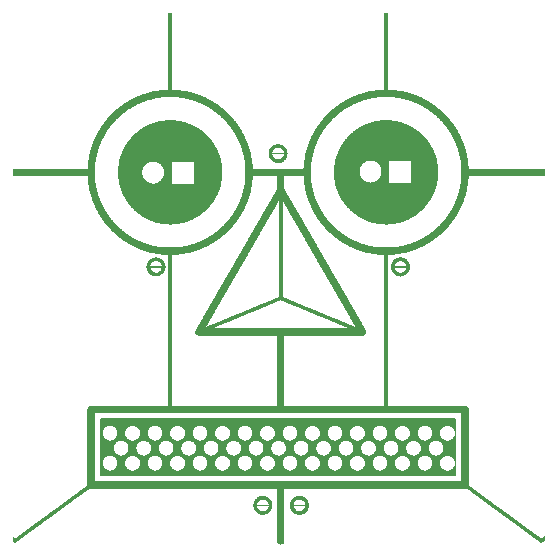
<source format=gto>
G04 MADE WITH FRITZING*
G04 WWW.FRITZING.ORG*
G04 DOUBLE SIDED*
G04 HOLES PLATED*
G04 CONTOUR ON CENTER OF CONTOUR VECTOR*
%ASAXBY*%
%FSLAX23Y23*%
%MOIN*%
%OFA0B0*%
%SFA1.0B1.0*%
%ADD10R,0.001000X0.001000*%
%LNSILK1*%
G90*
G70*
G54D10*
X518Y1773D02*
X529Y1773D01*
X1238Y1773D02*
X1249Y1773D01*
X518Y1772D02*
X529Y1772D01*
X1238Y1772D02*
X1249Y1772D01*
X518Y1771D02*
X529Y1771D01*
X1238Y1771D02*
X1249Y1771D01*
X518Y1770D02*
X529Y1770D01*
X1238Y1770D02*
X1249Y1770D01*
X518Y1769D02*
X529Y1769D01*
X1238Y1769D02*
X1249Y1769D01*
X518Y1768D02*
X529Y1768D01*
X1238Y1768D02*
X1249Y1768D01*
X518Y1767D02*
X529Y1767D01*
X1238Y1767D02*
X1249Y1767D01*
X518Y1766D02*
X529Y1766D01*
X1238Y1766D02*
X1249Y1766D01*
X518Y1765D02*
X529Y1765D01*
X1238Y1765D02*
X1249Y1765D01*
X518Y1764D02*
X529Y1764D01*
X1238Y1764D02*
X1249Y1764D01*
X518Y1763D02*
X529Y1763D01*
X1238Y1763D02*
X1249Y1763D01*
X518Y1762D02*
X529Y1762D01*
X1238Y1762D02*
X1249Y1762D01*
X518Y1761D02*
X529Y1761D01*
X1238Y1761D02*
X1249Y1761D01*
X518Y1760D02*
X529Y1760D01*
X1238Y1760D02*
X1249Y1760D01*
X518Y1759D02*
X529Y1759D01*
X1238Y1759D02*
X1249Y1759D01*
X518Y1758D02*
X529Y1758D01*
X1238Y1758D02*
X1249Y1758D01*
X518Y1757D02*
X529Y1757D01*
X1238Y1757D02*
X1249Y1757D01*
X518Y1756D02*
X529Y1756D01*
X1238Y1756D02*
X1249Y1756D01*
X518Y1755D02*
X529Y1755D01*
X1238Y1755D02*
X1249Y1755D01*
X518Y1754D02*
X529Y1754D01*
X1238Y1754D02*
X1249Y1754D01*
X518Y1753D02*
X529Y1753D01*
X1238Y1753D02*
X1249Y1753D01*
X518Y1752D02*
X529Y1752D01*
X1238Y1752D02*
X1249Y1752D01*
X518Y1751D02*
X529Y1751D01*
X1238Y1751D02*
X1249Y1751D01*
X518Y1750D02*
X529Y1750D01*
X1238Y1750D02*
X1249Y1750D01*
X518Y1749D02*
X529Y1749D01*
X1238Y1749D02*
X1249Y1749D01*
X518Y1748D02*
X529Y1748D01*
X1238Y1748D02*
X1249Y1748D01*
X518Y1747D02*
X529Y1747D01*
X1238Y1747D02*
X1249Y1747D01*
X518Y1746D02*
X529Y1746D01*
X1238Y1746D02*
X1249Y1746D01*
X518Y1745D02*
X529Y1745D01*
X1238Y1745D02*
X1249Y1745D01*
X518Y1744D02*
X529Y1744D01*
X1238Y1744D02*
X1249Y1744D01*
X518Y1743D02*
X529Y1743D01*
X1238Y1743D02*
X1249Y1743D01*
X518Y1742D02*
X529Y1742D01*
X1238Y1742D02*
X1249Y1742D01*
X518Y1741D02*
X529Y1741D01*
X1238Y1741D02*
X1249Y1741D01*
X518Y1740D02*
X529Y1740D01*
X1238Y1740D02*
X1249Y1740D01*
X518Y1739D02*
X529Y1739D01*
X1238Y1739D02*
X1249Y1739D01*
X518Y1738D02*
X529Y1738D01*
X1238Y1738D02*
X1249Y1738D01*
X518Y1737D02*
X529Y1737D01*
X1238Y1737D02*
X1249Y1737D01*
X518Y1736D02*
X529Y1736D01*
X1238Y1736D02*
X1249Y1736D01*
X518Y1735D02*
X529Y1735D01*
X1238Y1735D02*
X1249Y1735D01*
X518Y1734D02*
X529Y1734D01*
X1238Y1734D02*
X1249Y1734D01*
X518Y1733D02*
X529Y1733D01*
X1238Y1733D02*
X1249Y1733D01*
X518Y1732D02*
X529Y1732D01*
X1238Y1732D02*
X1249Y1732D01*
X518Y1731D02*
X529Y1731D01*
X1238Y1731D02*
X1249Y1731D01*
X518Y1730D02*
X529Y1730D01*
X1238Y1730D02*
X1249Y1730D01*
X518Y1729D02*
X529Y1729D01*
X1238Y1729D02*
X1249Y1729D01*
X518Y1728D02*
X529Y1728D01*
X1238Y1728D02*
X1249Y1728D01*
X518Y1727D02*
X529Y1727D01*
X1238Y1727D02*
X1249Y1727D01*
X518Y1726D02*
X529Y1726D01*
X1238Y1726D02*
X1249Y1726D01*
X518Y1725D02*
X529Y1725D01*
X1238Y1725D02*
X1249Y1725D01*
X518Y1724D02*
X529Y1724D01*
X1238Y1724D02*
X1249Y1724D01*
X518Y1723D02*
X529Y1723D01*
X1238Y1723D02*
X1249Y1723D01*
X518Y1722D02*
X529Y1722D01*
X1238Y1722D02*
X1249Y1722D01*
X518Y1721D02*
X529Y1721D01*
X1238Y1721D02*
X1249Y1721D01*
X518Y1720D02*
X529Y1720D01*
X1238Y1720D02*
X1249Y1720D01*
X518Y1719D02*
X529Y1719D01*
X1238Y1719D02*
X1249Y1719D01*
X518Y1718D02*
X529Y1718D01*
X1238Y1718D02*
X1249Y1718D01*
X518Y1717D02*
X529Y1717D01*
X1238Y1717D02*
X1249Y1717D01*
X518Y1716D02*
X529Y1716D01*
X1238Y1716D02*
X1249Y1716D01*
X518Y1715D02*
X529Y1715D01*
X1238Y1715D02*
X1249Y1715D01*
X518Y1714D02*
X529Y1714D01*
X1238Y1714D02*
X1249Y1714D01*
X518Y1713D02*
X529Y1713D01*
X1238Y1713D02*
X1249Y1713D01*
X518Y1712D02*
X529Y1712D01*
X1238Y1712D02*
X1249Y1712D01*
X518Y1711D02*
X529Y1711D01*
X1238Y1711D02*
X1249Y1711D01*
X518Y1710D02*
X529Y1710D01*
X1238Y1710D02*
X1249Y1710D01*
X518Y1709D02*
X529Y1709D01*
X1238Y1709D02*
X1249Y1709D01*
X518Y1708D02*
X529Y1708D01*
X1238Y1708D02*
X1249Y1708D01*
X518Y1707D02*
X529Y1707D01*
X1238Y1707D02*
X1249Y1707D01*
X518Y1706D02*
X529Y1706D01*
X1238Y1706D02*
X1249Y1706D01*
X518Y1705D02*
X529Y1705D01*
X1238Y1705D02*
X1249Y1705D01*
X518Y1704D02*
X529Y1704D01*
X1238Y1704D02*
X1249Y1704D01*
X518Y1703D02*
X529Y1703D01*
X1238Y1703D02*
X1249Y1703D01*
X518Y1702D02*
X529Y1702D01*
X1238Y1702D02*
X1249Y1702D01*
X518Y1701D02*
X529Y1701D01*
X1238Y1701D02*
X1249Y1701D01*
X518Y1700D02*
X529Y1700D01*
X1238Y1700D02*
X1249Y1700D01*
X518Y1699D02*
X529Y1699D01*
X1238Y1699D02*
X1249Y1699D01*
X518Y1698D02*
X529Y1698D01*
X1238Y1698D02*
X1249Y1698D01*
X518Y1697D02*
X529Y1697D01*
X1238Y1697D02*
X1249Y1697D01*
X518Y1696D02*
X529Y1696D01*
X1238Y1696D02*
X1249Y1696D01*
X518Y1695D02*
X529Y1695D01*
X1238Y1695D02*
X1249Y1695D01*
X518Y1694D02*
X529Y1694D01*
X1238Y1694D02*
X1249Y1694D01*
X518Y1693D02*
X529Y1693D01*
X1238Y1693D02*
X1249Y1693D01*
X518Y1692D02*
X529Y1692D01*
X1238Y1692D02*
X1249Y1692D01*
X518Y1691D02*
X529Y1691D01*
X1238Y1691D02*
X1249Y1691D01*
X518Y1690D02*
X529Y1690D01*
X1238Y1690D02*
X1249Y1690D01*
X518Y1689D02*
X529Y1689D01*
X1238Y1689D02*
X1249Y1689D01*
X518Y1688D02*
X529Y1688D01*
X1238Y1688D02*
X1249Y1688D01*
X518Y1687D02*
X529Y1687D01*
X1238Y1687D02*
X1249Y1687D01*
X518Y1686D02*
X529Y1686D01*
X1238Y1686D02*
X1249Y1686D01*
X518Y1685D02*
X529Y1685D01*
X1238Y1685D02*
X1249Y1685D01*
X518Y1684D02*
X529Y1684D01*
X1238Y1684D02*
X1249Y1684D01*
X518Y1683D02*
X529Y1683D01*
X1238Y1683D02*
X1249Y1683D01*
X518Y1682D02*
X529Y1682D01*
X1238Y1682D02*
X1249Y1682D01*
X518Y1681D02*
X529Y1681D01*
X1238Y1681D02*
X1249Y1681D01*
X518Y1680D02*
X529Y1680D01*
X1238Y1680D02*
X1249Y1680D01*
X518Y1679D02*
X529Y1679D01*
X1238Y1679D02*
X1249Y1679D01*
X518Y1678D02*
X529Y1678D01*
X1238Y1678D02*
X1249Y1678D01*
X518Y1677D02*
X529Y1677D01*
X1238Y1677D02*
X1249Y1677D01*
X518Y1676D02*
X529Y1676D01*
X1238Y1676D02*
X1249Y1676D01*
X518Y1675D02*
X529Y1675D01*
X1238Y1675D02*
X1249Y1675D01*
X518Y1674D02*
X529Y1674D01*
X1238Y1674D02*
X1249Y1674D01*
X518Y1673D02*
X529Y1673D01*
X1238Y1673D02*
X1249Y1673D01*
X518Y1672D02*
X529Y1672D01*
X1238Y1672D02*
X1249Y1672D01*
X518Y1671D02*
X529Y1671D01*
X1238Y1671D02*
X1249Y1671D01*
X518Y1670D02*
X529Y1670D01*
X1238Y1670D02*
X1249Y1670D01*
X518Y1669D02*
X529Y1669D01*
X1238Y1669D02*
X1249Y1669D01*
X518Y1668D02*
X529Y1668D01*
X1238Y1668D02*
X1249Y1668D01*
X518Y1667D02*
X529Y1667D01*
X1238Y1667D02*
X1249Y1667D01*
X518Y1666D02*
X529Y1666D01*
X1238Y1666D02*
X1249Y1666D01*
X518Y1665D02*
X529Y1665D01*
X1238Y1665D02*
X1249Y1665D01*
X518Y1664D02*
X529Y1664D01*
X1238Y1664D02*
X1249Y1664D01*
X518Y1663D02*
X529Y1663D01*
X1238Y1663D02*
X1249Y1663D01*
X518Y1662D02*
X529Y1662D01*
X1238Y1662D02*
X1249Y1662D01*
X518Y1661D02*
X529Y1661D01*
X1238Y1661D02*
X1249Y1661D01*
X518Y1660D02*
X529Y1660D01*
X1238Y1660D02*
X1249Y1660D01*
X518Y1659D02*
X529Y1659D01*
X1238Y1659D02*
X1249Y1659D01*
X518Y1658D02*
X529Y1658D01*
X1238Y1658D02*
X1249Y1658D01*
X518Y1657D02*
X529Y1657D01*
X1238Y1657D02*
X1249Y1657D01*
X518Y1656D02*
X529Y1656D01*
X1238Y1656D02*
X1249Y1656D01*
X518Y1655D02*
X529Y1655D01*
X1238Y1655D02*
X1249Y1655D01*
X518Y1654D02*
X529Y1654D01*
X1238Y1654D02*
X1249Y1654D01*
X518Y1653D02*
X529Y1653D01*
X1238Y1653D02*
X1249Y1653D01*
X518Y1652D02*
X529Y1652D01*
X1238Y1652D02*
X1249Y1652D01*
X518Y1651D02*
X529Y1651D01*
X1238Y1651D02*
X1249Y1651D01*
X518Y1650D02*
X529Y1650D01*
X1238Y1650D02*
X1249Y1650D01*
X518Y1649D02*
X529Y1649D01*
X1238Y1649D02*
X1249Y1649D01*
X518Y1648D02*
X529Y1648D01*
X1238Y1648D02*
X1249Y1648D01*
X518Y1647D02*
X529Y1647D01*
X1238Y1647D02*
X1249Y1647D01*
X518Y1646D02*
X529Y1646D01*
X1238Y1646D02*
X1249Y1646D01*
X518Y1645D02*
X529Y1645D01*
X1238Y1645D02*
X1249Y1645D01*
X518Y1644D02*
X529Y1644D01*
X1238Y1644D02*
X1249Y1644D01*
X518Y1643D02*
X529Y1643D01*
X1238Y1643D02*
X1249Y1643D01*
X518Y1642D02*
X529Y1642D01*
X1238Y1642D02*
X1249Y1642D01*
X518Y1641D02*
X529Y1641D01*
X1238Y1641D02*
X1249Y1641D01*
X518Y1640D02*
X529Y1640D01*
X1238Y1640D02*
X1249Y1640D01*
X518Y1639D02*
X529Y1639D01*
X1238Y1639D02*
X1249Y1639D01*
X518Y1638D02*
X529Y1638D01*
X1238Y1638D02*
X1249Y1638D01*
X518Y1637D02*
X529Y1637D01*
X1238Y1637D02*
X1249Y1637D01*
X518Y1636D02*
X529Y1636D01*
X1238Y1636D02*
X1249Y1636D01*
X518Y1635D02*
X529Y1635D01*
X1238Y1635D02*
X1249Y1635D01*
X518Y1634D02*
X529Y1634D01*
X1238Y1634D02*
X1249Y1634D01*
X518Y1633D02*
X529Y1633D01*
X1238Y1633D02*
X1249Y1633D01*
X518Y1632D02*
X529Y1632D01*
X1238Y1632D02*
X1249Y1632D01*
X518Y1631D02*
X529Y1631D01*
X1238Y1631D02*
X1249Y1631D01*
X518Y1630D02*
X529Y1630D01*
X1238Y1630D02*
X1249Y1630D01*
X518Y1629D02*
X529Y1629D01*
X1238Y1629D02*
X1249Y1629D01*
X518Y1628D02*
X529Y1628D01*
X1238Y1628D02*
X1249Y1628D01*
X518Y1627D02*
X529Y1627D01*
X1238Y1627D02*
X1249Y1627D01*
X518Y1626D02*
X529Y1626D01*
X1238Y1626D02*
X1249Y1626D01*
X518Y1625D02*
X529Y1625D01*
X1238Y1625D02*
X1249Y1625D01*
X518Y1624D02*
X529Y1624D01*
X1238Y1624D02*
X1249Y1624D01*
X518Y1623D02*
X529Y1623D01*
X1238Y1623D02*
X1249Y1623D01*
X518Y1622D02*
X529Y1622D01*
X1238Y1622D02*
X1249Y1622D01*
X518Y1621D02*
X529Y1621D01*
X1238Y1621D02*
X1249Y1621D01*
X518Y1620D02*
X529Y1620D01*
X1238Y1620D02*
X1249Y1620D01*
X518Y1619D02*
X529Y1619D01*
X1238Y1619D02*
X1249Y1619D01*
X518Y1618D02*
X529Y1618D01*
X1238Y1618D02*
X1249Y1618D01*
X518Y1617D02*
X529Y1617D01*
X1238Y1617D02*
X1249Y1617D01*
X518Y1616D02*
X529Y1616D01*
X1238Y1616D02*
X1249Y1616D01*
X518Y1615D02*
X529Y1615D01*
X1238Y1615D02*
X1249Y1615D01*
X518Y1614D02*
X529Y1614D01*
X1238Y1614D02*
X1249Y1614D01*
X518Y1613D02*
X529Y1613D01*
X1238Y1613D02*
X1249Y1613D01*
X518Y1612D02*
X529Y1612D01*
X1238Y1612D02*
X1249Y1612D01*
X518Y1611D02*
X529Y1611D01*
X1238Y1611D02*
X1249Y1611D01*
X518Y1610D02*
X529Y1610D01*
X1238Y1610D02*
X1249Y1610D01*
X518Y1609D02*
X529Y1609D01*
X1238Y1609D02*
X1249Y1609D01*
X518Y1608D02*
X529Y1608D01*
X1238Y1608D02*
X1249Y1608D01*
X518Y1607D02*
X529Y1607D01*
X1238Y1607D02*
X1249Y1607D01*
X518Y1606D02*
X529Y1606D01*
X1238Y1606D02*
X1249Y1606D01*
X518Y1605D02*
X529Y1605D01*
X1238Y1605D02*
X1249Y1605D01*
X518Y1604D02*
X529Y1604D01*
X1238Y1604D02*
X1249Y1604D01*
X518Y1603D02*
X529Y1603D01*
X1238Y1603D02*
X1249Y1603D01*
X518Y1602D02*
X529Y1602D01*
X1238Y1602D02*
X1249Y1602D01*
X518Y1601D02*
X529Y1601D01*
X1238Y1601D02*
X1249Y1601D01*
X518Y1600D02*
X529Y1600D01*
X1238Y1600D02*
X1249Y1600D01*
X518Y1599D02*
X529Y1599D01*
X1238Y1599D02*
X1249Y1599D01*
X518Y1598D02*
X529Y1598D01*
X1238Y1598D02*
X1249Y1598D01*
X518Y1597D02*
X529Y1597D01*
X1238Y1597D02*
X1249Y1597D01*
X518Y1596D02*
X529Y1596D01*
X1238Y1596D02*
X1249Y1596D01*
X518Y1595D02*
X529Y1595D01*
X1238Y1595D02*
X1249Y1595D01*
X518Y1594D02*
X529Y1594D01*
X1238Y1594D02*
X1249Y1594D01*
X518Y1593D02*
X529Y1593D01*
X1238Y1593D02*
X1249Y1593D01*
X518Y1592D02*
X529Y1592D01*
X1238Y1592D02*
X1249Y1592D01*
X518Y1591D02*
X529Y1591D01*
X1238Y1591D02*
X1249Y1591D01*
X518Y1590D02*
X529Y1590D01*
X1238Y1590D02*
X1249Y1590D01*
X518Y1589D02*
X529Y1589D01*
X1238Y1589D02*
X1249Y1589D01*
X518Y1588D02*
X529Y1588D01*
X1238Y1588D02*
X1249Y1588D01*
X518Y1587D02*
X529Y1587D01*
X1238Y1587D02*
X1249Y1587D01*
X518Y1586D02*
X529Y1586D01*
X1238Y1586D02*
X1249Y1586D01*
X518Y1585D02*
X529Y1585D01*
X1238Y1585D02*
X1249Y1585D01*
X518Y1584D02*
X529Y1584D01*
X1238Y1584D02*
X1249Y1584D01*
X518Y1583D02*
X529Y1583D01*
X1238Y1583D02*
X1249Y1583D01*
X518Y1582D02*
X529Y1582D01*
X1238Y1582D02*
X1249Y1582D01*
X518Y1581D02*
X529Y1581D01*
X1238Y1581D02*
X1249Y1581D01*
X518Y1580D02*
X529Y1580D01*
X1238Y1580D02*
X1249Y1580D01*
X518Y1579D02*
X529Y1579D01*
X1238Y1579D02*
X1249Y1579D01*
X518Y1578D02*
X529Y1578D01*
X1238Y1578D02*
X1249Y1578D01*
X518Y1577D02*
X529Y1577D01*
X1238Y1577D02*
X1249Y1577D01*
X518Y1576D02*
X529Y1576D01*
X1238Y1576D02*
X1249Y1576D01*
X518Y1575D02*
X529Y1575D01*
X1238Y1575D02*
X1249Y1575D01*
X518Y1574D02*
X529Y1574D01*
X1238Y1574D02*
X1249Y1574D01*
X518Y1573D02*
X529Y1573D01*
X1238Y1573D02*
X1249Y1573D01*
X518Y1572D02*
X529Y1572D01*
X1238Y1572D02*
X1249Y1572D01*
X518Y1571D02*
X529Y1571D01*
X1238Y1571D02*
X1249Y1571D01*
X518Y1570D02*
X529Y1570D01*
X1238Y1570D02*
X1249Y1570D01*
X518Y1569D02*
X529Y1569D01*
X1238Y1569D02*
X1249Y1569D01*
X518Y1568D02*
X529Y1568D01*
X1238Y1568D02*
X1249Y1568D01*
X518Y1567D02*
X529Y1567D01*
X1238Y1567D02*
X1249Y1567D01*
X518Y1566D02*
X529Y1566D01*
X1238Y1566D02*
X1249Y1566D01*
X518Y1565D02*
X529Y1565D01*
X1238Y1565D02*
X1249Y1565D01*
X518Y1564D02*
X529Y1564D01*
X1238Y1564D02*
X1249Y1564D01*
X518Y1563D02*
X529Y1563D01*
X1238Y1563D02*
X1249Y1563D01*
X518Y1562D02*
X529Y1562D01*
X1238Y1562D02*
X1249Y1562D01*
X518Y1561D02*
X529Y1561D01*
X1238Y1561D02*
X1249Y1561D01*
X518Y1560D02*
X529Y1560D01*
X1238Y1560D02*
X1249Y1560D01*
X518Y1559D02*
X529Y1559D01*
X1238Y1559D02*
X1249Y1559D01*
X518Y1558D02*
X529Y1558D01*
X1238Y1558D02*
X1249Y1558D01*
X518Y1557D02*
X529Y1557D01*
X1238Y1557D02*
X1249Y1557D01*
X518Y1556D02*
X529Y1556D01*
X1238Y1556D02*
X1249Y1556D01*
X518Y1555D02*
X529Y1555D01*
X1238Y1555D02*
X1249Y1555D01*
X518Y1554D02*
X529Y1554D01*
X1238Y1554D02*
X1249Y1554D01*
X518Y1553D02*
X529Y1553D01*
X1238Y1553D02*
X1249Y1553D01*
X518Y1552D02*
X529Y1552D01*
X1238Y1552D02*
X1249Y1552D01*
X518Y1551D02*
X529Y1551D01*
X1238Y1551D02*
X1249Y1551D01*
X518Y1550D02*
X529Y1550D01*
X1238Y1550D02*
X1249Y1550D01*
X518Y1549D02*
X529Y1549D01*
X1238Y1549D02*
X1249Y1549D01*
X518Y1548D02*
X529Y1548D01*
X1238Y1548D02*
X1249Y1548D01*
X518Y1547D02*
X529Y1547D01*
X1238Y1547D02*
X1249Y1547D01*
X518Y1546D02*
X529Y1546D01*
X1238Y1546D02*
X1249Y1546D01*
X518Y1545D02*
X529Y1545D01*
X1238Y1545D02*
X1249Y1545D01*
X518Y1544D02*
X529Y1544D01*
X1238Y1544D02*
X1249Y1544D01*
X518Y1543D02*
X529Y1543D01*
X1238Y1543D02*
X1249Y1543D01*
X518Y1542D02*
X529Y1542D01*
X1238Y1542D02*
X1249Y1542D01*
X518Y1541D02*
X529Y1541D01*
X1238Y1541D02*
X1249Y1541D01*
X518Y1540D02*
X529Y1540D01*
X1238Y1540D02*
X1249Y1540D01*
X518Y1539D02*
X529Y1539D01*
X1238Y1539D02*
X1249Y1539D01*
X518Y1538D02*
X529Y1538D01*
X1238Y1538D02*
X1249Y1538D01*
X518Y1537D02*
X529Y1537D01*
X1238Y1537D02*
X1249Y1537D01*
X518Y1536D02*
X529Y1536D01*
X1238Y1536D02*
X1249Y1536D01*
X518Y1535D02*
X529Y1535D01*
X1238Y1535D02*
X1249Y1535D01*
X518Y1534D02*
X529Y1534D01*
X1238Y1534D02*
X1249Y1534D01*
X518Y1533D02*
X529Y1533D01*
X1238Y1533D02*
X1249Y1533D01*
X518Y1532D02*
X529Y1532D01*
X1238Y1532D02*
X1249Y1532D01*
X518Y1531D02*
X529Y1531D01*
X1238Y1531D02*
X1249Y1531D01*
X518Y1530D02*
X529Y1530D01*
X1238Y1530D02*
X1249Y1530D01*
X518Y1529D02*
X529Y1529D01*
X1238Y1529D02*
X1249Y1529D01*
X518Y1528D02*
X529Y1528D01*
X1238Y1528D02*
X1249Y1528D01*
X518Y1527D02*
X529Y1527D01*
X1238Y1527D02*
X1249Y1527D01*
X518Y1526D02*
X529Y1526D01*
X1238Y1526D02*
X1249Y1526D01*
X518Y1525D02*
X529Y1525D01*
X1238Y1525D02*
X1249Y1525D01*
X518Y1524D02*
X529Y1524D01*
X1238Y1524D02*
X1249Y1524D01*
X518Y1523D02*
X529Y1523D01*
X1238Y1523D02*
X1249Y1523D01*
X518Y1522D02*
X529Y1522D01*
X1238Y1522D02*
X1249Y1522D01*
X518Y1521D02*
X529Y1521D01*
X1238Y1521D02*
X1249Y1521D01*
X518Y1520D02*
X529Y1520D01*
X1238Y1520D02*
X1249Y1520D01*
X518Y1519D02*
X529Y1519D01*
X1238Y1519D02*
X1249Y1519D01*
X507Y1518D02*
X540Y1518D01*
X1227Y1518D02*
X1260Y1518D01*
X495Y1517D02*
X552Y1517D01*
X1215Y1517D02*
X1272Y1517D01*
X487Y1516D02*
X560Y1516D01*
X1207Y1516D02*
X1280Y1516D01*
X480Y1515D02*
X567Y1515D01*
X1200Y1515D02*
X1287Y1515D01*
X474Y1514D02*
X573Y1514D01*
X1194Y1514D02*
X1293Y1514D01*
X469Y1513D02*
X578Y1513D01*
X1189Y1513D02*
X1298Y1513D01*
X464Y1512D02*
X583Y1512D01*
X1184Y1512D02*
X1303Y1512D01*
X460Y1511D02*
X587Y1511D01*
X1180Y1511D02*
X1307Y1511D01*
X456Y1510D02*
X591Y1510D01*
X1176Y1510D02*
X1311Y1510D01*
X452Y1509D02*
X595Y1509D01*
X1172Y1509D02*
X1315Y1509D01*
X449Y1508D02*
X599Y1508D01*
X1168Y1508D02*
X1318Y1508D01*
X445Y1507D02*
X602Y1507D01*
X1165Y1507D02*
X1322Y1507D01*
X442Y1506D02*
X605Y1506D01*
X1162Y1506D02*
X1325Y1506D01*
X439Y1505D02*
X609Y1505D01*
X1158Y1505D02*
X1328Y1505D01*
X436Y1504D02*
X611Y1504D01*
X1155Y1504D02*
X1331Y1504D01*
X433Y1503D02*
X614Y1503D01*
X1153Y1503D02*
X1334Y1503D01*
X430Y1502D02*
X617Y1502D01*
X1150Y1502D02*
X1337Y1502D01*
X427Y1501D02*
X620Y1501D01*
X1147Y1501D02*
X1340Y1501D01*
X425Y1500D02*
X622Y1500D01*
X1144Y1500D02*
X1342Y1500D01*
X422Y1499D02*
X625Y1499D01*
X1142Y1499D02*
X1345Y1499D01*
X420Y1498D02*
X627Y1498D01*
X1139Y1498D02*
X1347Y1498D01*
X417Y1497D02*
X630Y1497D01*
X1137Y1497D02*
X1350Y1497D01*
X415Y1496D02*
X632Y1496D01*
X1135Y1496D02*
X1352Y1496D01*
X413Y1495D02*
X635Y1495D01*
X1132Y1495D02*
X1354Y1495D01*
X410Y1494D02*
X637Y1494D01*
X1130Y1494D02*
X1356Y1494D01*
X408Y1493D02*
X503Y1493D01*
X544Y1493D02*
X639Y1493D01*
X1128Y1493D02*
X1223Y1493D01*
X1264Y1493D02*
X1359Y1493D01*
X406Y1492D02*
X493Y1492D01*
X554Y1492D02*
X641Y1492D01*
X1126Y1492D02*
X1213Y1492D01*
X1274Y1492D02*
X1361Y1492D01*
X404Y1491D02*
X485Y1491D01*
X562Y1491D02*
X643Y1491D01*
X1124Y1491D02*
X1205Y1491D01*
X1282Y1491D02*
X1363Y1491D01*
X402Y1490D02*
X479Y1490D01*
X568Y1490D02*
X645Y1490D01*
X1122Y1490D02*
X1199Y1490D01*
X1287Y1490D02*
X1365Y1490D01*
X400Y1489D02*
X474Y1489D01*
X573Y1489D02*
X647Y1489D01*
X1120Y1489D02*
X1194Y1489D01*
X1293Y1489D02*
X1367Y1489D01*
X398Y1488D02*
X469Y1488D01*
X578Y1488D02*
X649Y1488D01*
X1118Y1488D02*
X1189Y1488D01*
X1298Y1488D02*
X1369Y1488D01*
X396Y1487D02*
X465Y1487D01*
X582Y1487D02*
X651Y1487D01*
X1116Y1487D02*
X1185Y1487D01*
X1302Y1487D02*
X1371Y1487D01*
X394Y1486D02*
X461Y1486D01*
X587Y1486D02*
X653Y1486D01*
X1114Y1486D02*
X1180Y1486D01*
X1306Y1486D02*
X1373Y1486D01*
X392Y1485D02*
X457Y1485D01*
X590Y1485D02*
X655Y1485D01*
X1112Y1485D02*
X1177Y1485D01*
X1310Y1485D02*
X1375Y1485D01*
X391Y1484D02*
X454Y1484D01*
X594Y1484D02*
X657Y1484D01*
X1110Y1484D02*
X1173Y1484D01*
X1313Y1484D02*
X1376Y1484D01*
X389Y1483D02*
X450Y1483D01*
X597Y1483D02*
X658Y1483D01*
X1109Y1483D02*
X1170Y1483D01*
X1317Y1483D02*
X1378Y1483D01*
X387Y1482D02*
X447Y1482D01*
X600Y1482D02*
X660Y1482D01*
X1107Y1482D02*
X1167Y1482D01*
X1320Y1482D02*
X1380Y1482D01*
X385Y1481D02*
X444Y1481D01*
X603Y1481D02*
X662Y1481D01*
X1105Y1481D02*
X1164Y1481D01*
X1323Y1481D02*
X1382Y1481D01*
X384Y1480D02*
X441Y1480D01*
X606Y1480D02*
X664Y1480D01*
X1103Y1480D02*
X1161Y1480D01*
X1326Y1480D02*
X1383Y1480D01*
X382Y1479D02*
X438Y1479D01*
X609Y1479D02*
X665Y1479D01*
X1102Y1479D02*
X1158Y1479D01*
X1329Y1479D02*
X1385Y1479D01*
X380Y1478D02*
X435Y1478D01*
X612Y1478D02*
X667Y1478D01*
X1100Y1478D02*
X1155Y1478D01*
X1332Y1478D02*
X1387Y1478D01*
X379Y1477D02*
X433Y1477D01*
X614Y1477D02*
X669Y1477D01*
X1098Y1477D02*
X1152Y1477D01*
X1334Y1477D02*
X1388Y1477D01*
X377Y1476D02*
X430Y1476D01*
X617Y1476D02*
X670Y1476D01*
X1097Y1476D02*
X1150Y1476D01*
X1337Y1476D02*
X1390Y1476D01*
X376Y1475D02*
X428Y1475D01*
X619Y1475D02*
X672Y1475D01*
X1095Y1475D02*
X1147Y1475D01*
X1339Y1475D02*
X1391Y1475D01*
X374Y1474D02*
X425Y1474D01*
X622Y1474D02*
X673Y1474D01*
X1094Y1474D02*
X1145Y1474D01*
X1342Y1474D02*
X1393Y1474D01*
X372Y1473D02*
X423Y1473D01*
X624Y1473D02*
X675Y1473D01*
X1092Y1473D02*
X1143Y1473D01*
X1344Y1473D02*
X1394Y1473D01*
X371Y1472D02*
X421Y1472D01*
X626Y1472D02*
X676Y1472D01*
X1091Y1472D02*
X1141Y1472D01*
X1346Y1472D02*
X1396Y1472D01*
X369Y1471D02*
X419Y1471D01*
X629Y1471D02*
X678Y1471D01*
X1089Y1471D02*
X1138Y1471D01*
X1348Y1471D02*
X1397Y1471D01*
X368Y1470D02*
X416Y1470D01*
X631Y1470D02*
X679Y1470D01*
X1088Y1470D02*
X1136Y1470D01*
X1350Y1470D02*
X1399Y1470D01*
X367Y1469D02*
X414Y1469D01*
X633Y1469D02*
X681Y1469D01*
X1086Y1469D02*
X1134Y1469D01*
X1353Y1469D02*
X1400Y1469D01*
X365Y1468D02*
X412Y1468D01*
X635Y1468D02*
X682Y1468D01*
X1085Y1468D02*
X1132Y1468D01*
X1355Y1468D02*
X1402Y1468D01*
X364Y1467D02*
X410Y1467D01*
X637Y1467D02*
X683Y1467D01*
X1084Y1467D02*
X1130Y1467D01*
X1357Y1467D02*
X1403Y1467D01*
X362Y1466D02*
X408Y1466D01*
X639Y1466D02*
X685Y1466D01*
X1082Y1466D02*
X1128Y1466D01*
X1359Y1466D02*
X1405Y1466D01*
X361Y1465D02*
X406Y1465D01*
X641Y1465D02*
X686Y1465D01*
X1081Y1465D02*
X1126Y1465D01*
X1360Y1465D02*
X1406Y1465D01*
X360Y1464D02*
X404Y1464D01*
X643Y1464D02*
X688Y1464D01*
X1079Y1464D02*
X1124Y1464D01*
X1362Y1464D02*
X1407Y1464D01*
X358Y1463D02*
X403Y1463D01*
X645Y1463D02*
X689Y1463D01*
X1078Y1463D02*
X1122Y1463D01*
X1364Y1463D02*
X1409Y1463D01*
X357Y1462D02*
X401Y1462D01*
X646Y1462D02*
X690Y1462D01*
X1077Y1462D02*
X1121Y1462D01*
X1366Y1462D02*
X1410Y1462D01*
X356Y1461D02*
X399Y1461D01*
X648Y1461D02*
X691Y1461D01*
X1075Y1461D02*
X1119Y1461D01*
X1368Y1461D02*
X1411Y1461D01*
X354Y1460D02*
X397Y1460D01*
X650Y1460D02*
X693Y1460D01*
X1074Y1460D02*
X1117Y1460D01*
X1369Y1460D02*
X1412Y1460D01*
X353Y1459D02*
X396Y1459D01*
X652Y1459D02*
X694Y1459D01*
X1073Y1459D02*
X1115Y1459D01*
X1371Y1459D02*
X1414Y1459D01*
X352Y1458D02*
X394Y1458D01*
X653Y1458D02*
X695Y1458D01*
X1072Y1458D02*
X1114Y1458D01*
X1373Y1458D02*
X1415Y1458D01*
X351Y1457D02*
X392Y1457D01*
X655Y1457D02*
X697Y1457D01*
X1070Y1457D02*
X1112Y1457D01*
X1375Y1457D02*
X1416Y1457D01*
X349Y1456D02*
X391Y1456D01*
X656Y1456D02*
X698Y1456D01*
X1069Y1456D02*
X1110Y1456D01*
X1376Y1456D02*
X1417Y1456D01*
X348Y1455D02*
X389Y1455D01*
X658Y1455D02*
X699Y1455D01*
X1068Y1455D02*
X1109Y1455D01*
X1378Y1455D02*
X1419Y1455D01*
X347Y1454D02*
X388Y1454D01*
X660Y1454D02*
X700Y1454D01*
X1067Y1454D02*
X1107Y1454D01*
X1379Y1454D02*
X1420Y1454D01*
X346Y1453D02*
X386Y1453D01*
X661Y1453D02*
X701Y1453D01*
X1066Y1453D02*
X1106Y1453D01*
X1381Y1453D02*
X1421Y1453D01*
X345Y1452D02*
X384Y1452D01*
X663Y1452D02*
X703Y1452D01*
X1064Y1452D02*
X1104Y1452D01*
X1382Y1452D02*
X1422Y1452D01*
X344Y1451D02*
X383Y1451D01*
X664Y1451D02*
X704Y1451D01*
X1063Y1451D02*
X1103Y1451D01*
X1384Y1451D02*
X1423Y1451D01*
X342Y1450D02*
X382Y1450D01*
X666Y1450D02*
X705Y1450D01*
X1062Y1450D02*
X1101Y1450D01*
X1385Y1450D02*
X1425Y1450D01*
X341Y1449D02*
X380Y1449D01*
X667Y1449D02*
X706Y1449D01*
X1061Y1449D02*
X1100Y1449D01*
X1387Y1449D02*
X1426Y1449D01*
X340Y1448D02*
X379Y1448D01*
X668Y1448D02*
X707Y1448D01*
X1060Y1448D02*
X1098Y1448D01*
X1388Y1448D02*
X1427Y1448D01*
X339Y1447D02*
X377Y1447D01*
X670Y1447D02*
X708Y1447D01*
X1059Y1447D02*
X1097Y1447D01*
X1390Y1447D02*
X1428Y1447D01*
X338Y1446D02*
X376Y1446D01*
X671Y1446D02*
X709Y1446D01*
X1058Y1446D02*
X1096Y1446D01*
X1391Y1446D02*
X1429Y1446D01*
X337Y1445D02*
X374Y1445D01*
X673Y1445D02*
X710Y1445D01*
X1057Y1445D02*
X1094Y1445D01*
X1392Y1445D02*
X1430Y1445D01*
X336Y1444D02*
X373Y1444D01*
X674Y1444D02*
X711Y1444D01*
X1056Y1444D02*
X1093Y1444D01*
X1394Y1444D02*
X1431Y1444D01*
X335Y1443D02*
X372Y1443D01*
X675Y1443D02*
X712Y1443D01*
X1054Y1443D02*
X1092Y1443D01*
X1395Y1443D02*
X1432Y1443D01*
X334Y1442D02*
X371Y1442D01*
X677Y1442D02*
X714Y1442D01*
X1053Y1442D02*
X1090Y1442D01*
X1396Y1442D02*
X1433Y1442D01*
X333Y1441D02*
X369Y1441D01*
X678Y1441D02*
X715Y1441D01*
X1052Y1441D02*
X1089Y1441D01*
X1398Y1441D02*
X1434Y1441D01*
X332Y1440D02*
X368Y1440D01*
X679Y1440D02*
X716Y1440D01*
X1051Y1440D02*
X1088Y1440D01*
X1399Y1440D02*
X1435Y1440D01*
X331Y1439D02*
X367Y1439D01*
X680Y1439D02*
X717Y1439D01*
X1050Y1439D02*
X1086Y1439D01*
X1400Y1439D02*
X1436Y1439D01*
X330Y1438D02*
X365Y1438D01*
X682Y1438D02*
X718Y1438D01*
X1049Y1438D02*
X1085Y1438D01*
X1401Y1438D02*
X1437Y1438D01*
X329Y1437D02*
X364Y1437D01*
X683Y1437D02*
X719Y1437D01*
X1048Y1437D02*
X1084Y1437D01*
X1403Y1437D02*
X1438Y1437D01*
X328Y1436D02*
X363Y1436D01*
X684Y1436D02*
X720Y1436D01*
X1047Y1436D02*
X1083Y1436D01*
X1404Y1436D02*
X1439Y1436D01*
X327Y1435D02*
X362Y1435D01*
X685Y1435D02*
X721Y1435D01*
X1046Y1435D02*
X1082Y1435D01*
X1405Y1435D02*
X1440Y1435D01*
X326Y1434D02*
X361Y1434D01*
X687Y1434D02*
X722Y1434D01*
X1045Y1434D02*
X1080Y1434D01*
X1406Y1434D02*
X1441Y1434D01*
X325Y1433D02*
X360Y1433D01*
X688Y1433D02*
X723Y1433D01*
X1044Y1433D02*
X1079Y1433D01*
X1407Y1433D02*
X1442Y1433D01*
X324Y1432D02*
X358Y1432D01*
X689Y1432D02*
X724Y1432D01*
X1043Y1432D02*
X1078Y1432D01*
X1409Y1432D02*
X1443Y1432D01*
X323Y1431D02*
X357Y1431D01*
X690Y1431D02*
X724Y1431D01*
X1042Y1431D02*
X1077Y1431D01*
X1410Y1431D02*
X1444Y1431D01*
X322Y1430D02*
X356Y1430D01*
X691Y1430D02*
X725Y1430D01*
X1042Y1430D02*
X1076Y1430D01*
X1411Y1430D02*
X1445Y1430D01*
X321Y1429D02*
X355Y1429D01*
X692Y1429D02*
X726Y1429D01*
X1041Y1429D02*
X1075Y1429D01*
X1412Y1429D02*
X1446Y1429D01*
X320Y1428D02*
X354Y1428D01*
X693Y1428D02*
X727Y1428D01*
X1040Y1428D02*
X1074Y1428D01*
X1413Y1428D02*
X1447Y1428D01*
X319Y1427D02*
X353Y1427D01*
X694Y1427D02*
X728Y1427D01*
X1039Y1427D02*
X1072Y1427D01*
X1414Y1427D02*
X1448Y1427D01*
X318Y1426D02*
X352Y1426D01*
X695Y1426D02*
X729Y1426D01*
X1038Y1426D02*
X1071Y1426D01*
X1415Y1426D02*
X1449Y1426D01*
X317Y1425D02*
X351Y1425D01*
X697Y1425D02*
X730Y1425D01*
X1037Y1425D02*
X1070Y1425D01*
X1416Y1425D02*
X1450Y1425D01*
X316Y1424D02*
X350Y1424D01*
X698Y1424D02*
X731Y1424D01*
X1036Y1424D02*
X1069Y1424D01*
X1417Y1424D02*
X1450Y1424D01*
X316Y1423D02*
X349Y1423D01*
X699Y1423D02*
X732Y1423D01*
X1035Y1423D02*
X1068Y1423D01*
X1418Y1423D02*
X1451Y1423D01*
X315Y1422D02*
X348Y1422D01*
X700Y1422D02*
X733Y1422D01*
X1034Y1422D02*
X1067Y1422D01*
X1419Y1422D02*
X1452Y1422D01*
X314Y1421D02*
X346Y1421D01*
X701Y1421D02*
X733Y1421D01*
X1034Y1421D02*
X1066Y1421D01*
X1420Y1421D02*
X1453Y1421D01*
X313Y1420D02*
X345Y1420D01*
X702Y1420D02*
X734Y1420D01*
X1033Y1420D02*
X1065Y1420D01*
X1421Y1420D02*
X1454Y1420D01*
X312Y1419D02*
X344Y1419D01*
X703Y1419D02*
X735Y1419D01*
X1032Y1419D02*
X1064Y1419D01*
X1422Y1419D02*
X1455Y1419D01*
X311Y1418D02*
X344Y1418D01*
X704Y1418D02*
X736Y1418D01*
X1031Y1418D02*
X1063Y1418D01*
X1423Y1418D02*
X1456Y1418D01*
X311Y1417D02*
X343Y1417D01*
X705Y1417D02*
X737Y1417D01*
X1030Y1417D02*
X1062Y1417D01*
X1424Y1417D02*
X1456Y1417D01*
X310Y1416D02*
X342Y1416D01*
X506Y1416D02*
X542Y1416D01*
X706Y1416D02*
X737Y1416D01*
X1029Y1416D02*
X1061Y1416D01*
X1225Y1416D02*
X1261Y1416D01*
X1425Y1416D02*
X1457Y1416D01*
X309Y1415D02*
X341Y1415D01*
X498Y1415D02*
X549Y1415D01*
X707Y1415D02*
X738Y1415D01*
X1029Y1415D02*
X1060Y1415D01*
X1217Y1415D02*
X1269Y1415D01*
X1426Y1415D02*
X1458Y1415D01*
X308Y1414D02*
X340Y1414D01*
X492Y1414D02*
X555Y1414D01*
X707Y1414D02*
X739Y1414D01*
X1028Y1414D02*
X1059Y1414D01*
X1212Y1414D02*
X1275Y1414D01*
X1427Y1414D02*
X1459Y1414D01*
X307Y1413D02*
X339Y1413D01*
X487Y1413D02*
X560Y1413D01*
X708Y1413D02*
X740Y1413D01*
X1027Y1413D02*
X1058Y1413D01*
X1207Y1413D02*
X1280Y1413D01*
X1428Y1413D02*
X1460Y1413D01*
X307Y1412D02*
X338Y1412D01*
X483Y1412D02*
X564Y1412D01*
X709Y1412D02*
X741Y1412D01*
X1026Y1412D02*
X1058Y1412D01*
X1202Y1412D02*
X1284Y1412D01*
X1429Y1412D02*
X1460Y1412D01*
X306Y1411D02*
X337Y1411D01*
X479Y1411D02*
X568Y1411D01*
X710Y1411D02*
X741Y1411D01*
X1025Y1411D02*
X1057Y1411D01*
X1199Y1411D02*
X1288Y1411D01*
X1430Y1411D02*
X1461Y1411D01*
X305Y1410D02*
X336Y1410D01*
X475Y1410D02*
X572Y1410D01*
X711Y1410D02*
X742Y1410D01*
X1025Y1410D02*
X1056Y1410D01*
X1195Y1410D02*
X1292Y1410D01*
X1431Y1410D02*
X1462Y1410D01*
X304Y1409D02*
X335Y1409D01*
X472Y1409D02*
X575Y1409D01*
X712Y1409D02*
X743Y1409D01*
X1024Y1409D02*
X1055Y1409D01*
X1192Y1409D02*
X1295Y1409D01*
X1432Y1409D02*
X1463Y1409D01*
X304Y1408D02*
X334Y1408D01*
X469Y1408D02*
X578Y1408D01*
X713Y1408D02*
X744Y1408D01*
X1023Y1408D02*
X1054Y1408D01*
X1189Y1408D02*
X1298Y1408D01*
X1433Y1408D02*
X1463Y1408D01*
X303Y1407D02*
X333Y1407D01*
X466Y1407D02*
X581Y1407D01*
X714Y1407D02*
X744Y1407D01*
X1023Y1407D02*
X1053Y1407D01*
X1186Y1407D02*
X1301Y1407D01*
X1433Y1407D02*
X1464Y1407D01*
X302Y1406D02*
X333Y1406D01*
X463Y1406D02*
X584Y1406D01*
X715Y1406D02*
X745Y1406D01*
X1022Y1406D02*
X1052Y1406D01*
X1183Y1406D02*
X1304Y1406D01*
X1434Y1406D02*
X1465Y1406D01*
X301Y1405D02*
X332Y1405D01*
X461Y1405D02*
X586Y1405D01*
X715Y1405D02*
X746Y1405D01*
X1021Y1405D02*
X1051Y1405D01*
X1180Y1405D02*
X1306Y1405D01*
X1435Y1405D02*
X1466Y1405D01*
X301Y1404D02*
X331Y1404D01*
X458Y1404D02*
X589Y1404D01*
X716Y1404D02*
X747Y1404D01*
X1020Y1404D02*
X1051Y1404D01*
X1178Y1404D02*
X1309Y1404D01*
X1436Y1404D02*
X1466Y1404D01*
X300Y1403D02*
X330Y1403D01*
X456Y1403D02*
X591Y1403D01*
X717Y1403D02*
X747Y1403D01*
X1020Y1403D02*
X1050Y1403D01*
X1175Y1403D02*
X1311Y1403D01*
X1437Y1403D02*
X1467Y1403D01*
X299Y1402D02*
X329Y1402D01*
X454Y1402D02*
X594Y1402D01*
X718Y1402D02*
X748Y1402D01*
X1019Y1402D02*
X1049Y1402D01*
X1173Y1402D02*
X1313Y1402D01*
X1438Y1402D02*
X1468Y1402D01*
X298Y1401D02*
X328Y1401D01*
X451Y1401D02*
X596Y1401D01*
X719Y1401D02*
X749Y1401D01*
X1018Y1401D02*
X1048Y1401D01*
X1171Y1401D02*
X1316Y1401D01*
X1439Y1401D02*
X1469Y1401D01*
X298Y1400D02*
X328Y1400D01*
X449Y1400D02*
X598Y1400D01*
X720Y1400D02*
X750Y1400D01*
X1017Y1400D02*
X1047Y1400D01*
X1169Y1400D02*
X1318Y1400D01*
X1439Y1400D02*
X1469Y1400D01*
X297Y1399D02*
X327Y1399D01*
X447Y1399D02*
X600Y1399D01*
X720Y1399D02*
X750Y1399D01*
X1017Y1399D02*
X1047Y1399D01*
X1167Y1399D02*
X1320Y1399D01*
X1440Y1399D02*
X1470Y1399D01*
X296Y1398D02*
X326Y1398D01*
X445Y1398D02*
X602Y1398D01*
X721Y1398D02*
X751Y1398D01*
X1016Y1398D02*
X1046Y1398D01*
X1165Y1398D02*
X1322Y1398D01*
X1441Y1398D02*
X1471Y1398D01*
X296Y1397D02*
X325Y1397D01*
X443Y1397D02*
X604Y1397D01*
X722Y1397D02*
X752Y1397D01*
X1015Y1397D02*
X1045Y1397D01*
X1163Y1397D02*
X1324Y1397D01*
X1442Y1397D02*
X1471Y1397D01*
X295Y1396D02*
X324Y1396D01*
X441Y1396D02*
X606Y1396D01*
X723Y1396D02*
X752Y1396D01*
X1015Y1396D02*
X1044Y1396D01*
X1161Y1396D02*
X1326Y1396D01*
X1442Y1396D02*
X1472Y1396D01*
X294Y1395D02*
X324Y1395D01*
X440Y1395D02*
X608Y1395D01*
X724Y1395D02*
X753Y1395D01*
X1014Y1395D02*
X1043Y1395D01*
X1159Y1395D02*
X1327Y1395D01*
X1443Y1395D02*
X1473Y1395D01*
X294Y1394D02*
X323Y1394D01*
X438Y1394D02*
X609Y1394D01*
X724Y1394D02*
X754Y1394D01*
X1013Y1394D02*
X1043Y1394D01*
X1158Y1394D02*
X1329Y1394D01*
X1444Y1394D02*
X1473Y1394D01*
X293Y1393D02*
X322Y1393D01*
X436Y1393D02*
X611Y1393D01*
X725Y1393D02*
X754Y1393D01*
X1013Y1393D02*
X1042Y1393D01*
X1156Y1393D02*
X1331Y1393D01*
X1445Y1393D02*
X1474Y1393D01*
X292Y1392D02*
X321Y1392D01*
X434Y1392D02*
X613Y1392D01*
X726Y1392D02*
X755Y1392D01*
X1012Y1392D02*
X1041Y1392D01*
X1154Y1392D02*
X1333Y1392D01*
X1446Y1392D02*
X1475Y1392D01*
X292Y1391D02*
X321Y1391D01*
X433Y1391D02*
X614Y1391D01*
X727Y1391D02*
X756Y1391D01*
X1011Y1391D02*
X1040Y1391D01*
X1152Y1391D02*
X1334Y1391D01*
X1446Y1391D02*
X1475Y1391D01*
X291Y1390D02*
X320Y1390D01*
X431Y1390D02*
X616Y1390D01*
X727Y1390D02*
X756Y1390D01*
X1011Y1390D02*
X1040Y1390D01*
X1151Y1390D02*
X1336Y1390D01*
X1447Y1390D02*
X1476Y1390D01*
X290Y1389D02*
X319Y1389D01*
X430Y1389D02*
X618Y1389D01*
X728Y1389D02*
X757Y1389D01*
X1010Y1389D02*
X1039Y1389D01*
X1149Y1389D02*
X1337Y1389D01*
X1448Y1389D02*
X1476Y1389D01*
X290Y1388D02*
X319Y1388D01*
X428Y1388D02*
X619Y1388D01*
X729Y1388D02*
X757Y1388D01*
X1010Y1388D02*
X1038Y1388D01*
X1148Y1388D02*
X1339Y1388D01*
X1448Y1388D02*
X1477Y1388D01*
X289Y1387D02*
X318Y1387D01*
X427Y1387D02*
X621Y1387D01*
X729Y1387D02*
X758Y1387D01*
X1009Y1387D02*
X1038Y1387D01*
X1146Y1387D02*
X1340Y1387D01*
X1449Y1387D02*
X1478Y1387D01*
X289Y1386D02*
X317Y1386D01*
X425Y1386D02*
X622Y1386D01*
X730Y1386D02*
X759Y1386D01*
X1008Y1386D02*
X1037Y1386D01*
X1145Y1386D02*
X1342Y1386D01*
X1450Y1386D02*
X1478Y1386D01*
X288Y1385D02*
X316Y1385D01*
X424Y1385D02*
X623Y1385D01*
X731Y1385D02*
X759Y1385D01*
X1008Y1385D02*
X1036Y1385D01*
X1143Y1385D02*
X1343Y1385D01*
X1451Y1385D02*
X1479Y1385D01*
X287Y1384D02*
X316Y1384D01*
X422Y1384D02*
X625Y1384D01*
X732Y1384D02*
X760Y1384D01*
X1007Y1384D02*
X1035Y1384D01*
X1142Y1384D02*
X1345Y1384D01*
X1451Y1384D02*
X1479Y1384D01*
X287Y1383D02*
X315Y1383D01*
X421Y1383D02*
X626Y1383D01*
X732Y1383D02*
X760Y1383D01*
X1007Y1383D02*
X1035Y1383D01*
X1141Y1383D02*
X1346Y1383D01*
X1452Y1383D02*
X1480Y1383D01*
X286Y1382D02*
X314Y1382D01*
X420Y1382D02*
X628Y1382D01*
X733Y1382D02*
X761Y1382D01*
X1006Y1382D02*
X1034Y1382D01*
X1139Y1382D02*
X1347Y1382D01*
X1453Y1382D02*
X1481Y1382D01*
X286Y1381D02*
X314Y1381D01*
X418Y1381D02*
X629Y1381D01*
X734Y1381D02*
X762Y1381D01*
X1005Y1381D02*
X1033Y1381D01*
X1138Y1381D02*
X1349Y1381D01*
X1453Y1381D02*
X1481Y1381D01*
X285Y1380D02*
X313Y1380D01*
X417Y1380D02*
X630Y1380D01*
X734Y1380D02*
X762Y1380D01*
X1005Y1380D02*
X1033Y1380D01*
X1137Y1380D02*
X1350Y1380D01*
X1454Y1380D02*
X1482Y1380D01*
X284Y1379D02*
X312Y1379D01*
X416Y1379D02*
X631Y1379D01*
X735Y1379D02*
X763Y1379D01*
X1004Y1379D02*
X1032Y1379D01*
X1135Y1379D02*
X1351Y1379D01*
X1454Y1379D02*
X1482Y1379D01*
X284Y1378D02*
X312Y1378D01*
X414Y1378D02*
X633Y1378D01*
X735Y1378D02*
X763Y1378D01*
X1004Y1378D02*
X1031Y1378D01*
X1134Y1378D02*
X1352Y1378D01*
X1455Y1378D02*
X1483Y1378D01*
X283Y1377D02*
X311Y1377D01*
X413Y1377D02*
X634Y1377D01*
X736Y1377D02*
X764Y1377D01*
X1003Y1377D02*
X1031Y1377D01*
X1133Y1377D02*
X1354Y1377D01*
X1456Y1377D02*
X1484Y1377D01*
X283Y1376D02*
X310Y1376D01*
X412Y1376D02*
X635Y1376D01*
X737Y1376D02*
X764Y1376D01*
X1003Y1376D02*
X1030Y1376D01*
X1132Y1376D02*
X1355Y1376D01*
X1456Y1376D02*
X1484Y1376D01*
X282Y1375D02*
X310Y1375D01*
X411Y1375D02*
X636Y1375D01*
X737Y1375D02*
X765Y1375D01*
X1002Y1375D02*
X1030Y1375D01*
X1131Y1375D02*
X1356Y1375D01*
X1457Y1375D02*
X1485Y1375D01*
X282Y1374D02*
X309Y1374D01*
X410Y1374D02*
X637Y1374D01*
X738Y1374D02*
X766Y1374D01*
X1001Y1374D02*
X1029Y1374D01*
X1129Y1374D02*
X1357Y1374D01*
X1458Y1374D02*
X1485Y1374D01*
X281Y1373D02*
X309Y1373D01*
X409Y1373D02*
X639Y1373D01*
X739Y1373D02*
X766Y1373D01*
X1001Y1373D02*
X1028Y1373D01*
X1128Y1373D02*
X1358Y1373D01*
X1458Y1373D02*
X1486Y1373D01*
X281Y1372D02*
X308Y1372D01*
X407Y1372D02*
X640Y1372D01*
X739Y1372D02*
X767Y1372D01*
X1000Y1372D02*
X1028Y1372D01*
X1127Y1372D02*
X1359Y1372D01*
X1459Y1372D02*
X1486Y1372D01*
X280Y1371D02*
X307Y1371D01*
X406Y1371D02*
X641Y1371D01*
X740Y1371D02*
X767Y1371D01*
X1000Y1371D02*
X1027Y1371D01*
X1126Y1371D02*
X1361Y1371D01*
X1459Y1371D02*
X1487Y1371D01*
X280Y1370D02*
X307Y1370D01*
X405Y1370D02*
X642Y1370D01*
X740Y1370D02*
X768Y1370D01*
X999Y1370D02*
X1027Y1370D01*
X1125Y1370D02*
X1362Y1370D01*
X1460Y1370D02*
X1487Y1370D01*
X279Y1369D02*
X306Y1369D01*
X404Y1369D02*
X643Y1369D01*
X741Y1369D02*
X768Y1369D01*
X999Y1369D02*
X1026Y1369D01*
X1124Y1369D02*
X1363Y1369D01*
X1461Y1369D02*
X1488Y1369D01*
X278Y1368D02*
X306Y1368D01*
X403Y1368D02*
X644Y1368D01*
X742Y1368D02*
X769Y1368D01*
X998Y1368D02*
X1025Y1368D01*
X1123Y1368D02*
X1364Y1368D01*
X1461Y1368D02*
X1488Y1368D01*
X278Y1367D02*
X305Y1367D01*
X402Y1367D02*
X645Y1367D01*
X742Y1367D02*
X769Y1367D01*
X998Y1367D02*
X1025Y1367D01*
X1122Y1367D02*
X1365Y1367D01*
X1462Y1367D02*
X1489Y1367D01*
X277Y1366D02*
X305Y1366D01*
X401Y1366D02*
X646Y1366D01*
X743Y1366D02*
X770Y1366D01*
X997Y1366D02*
X1024Y1366D01*
X1121Y1366D02*
X1366Y1366D01*
X1462Y1366D02*
X1489Y1366D01*
X277Y1365D02*
X304Y1365D01*
X400Y1365D02*
X647Y1365D01*
X743Y1365D02*
X770Y1365D01*
X997Y1365D02*
X1024Y1365D01*
X1120Y1365D02*
X1367Y1365D01*
X1463Y1365D02*
X1490Y1365D01*
X277Y1364D02*
X303Y1364D01*
X399Y1364D02*
X648Y1364D01*
X744Y1364D02*
X771Y1364D01*
X996Y1364D02*
X1023Y1364D01*
X1119Y1364D02*
X1368Y1364D01*
X1464Y1364D02*
X1490Y1364D01*
X276Y1363D02*
X303Y1363D01*
X398Y1363D02*
X649Y1363D01*
X744Y1363D02*
X771Y1363D01*
X996Y1363D02*
X1023Y1363D01*
X1118Y1363D02*
X1369Y1363D01*
X1464Y1363D02*
X1491Y1363D01*
X276Y1362D02*
X302Y1362D01*
X397Y1362D02*
X650Y1362D01*
X745Y1362D02*
X772Y1362D01*
X995Y1362D02*
X1022Y1362D01*
X1117Y1362D02*
X1370Y1362D01*
X1465Y1362D02*
X1491Y1362D01*
X275Y1361D02*
X302Y1361D01*
X396Y1361D02*
X651Y1361D01*
X745Y1361D02*
X772Y1361D01*
X995Y1361D02*
X1021Y1361D01*
X1116Y1361D02*
X1371Y1361D01*
X1465Y1361D02*
X1492Y1361D01*
X275Y1360D02*
X301Y1360D01*
X395Y1360D02*
X652Y1360D01*
X746Y1360D02*
X773Y1360D01*
X994Y1360D02*
X1021Y1360D01*
X1115Y1360D02*
X1371Y1360D01*
X1466Y1360D02*
X1492Y1360D01*
X274Y1359D02*
X301Y1359D01*
X395Y1359D02*
X653Y1359D01*
X746Y1359D02*
X773Y1359D01*
X994Y1359D02*
X1020Y1359D01*
X1114Y1359D02*
X1372Y1359D01*
X1466Y1359D02*
X1493Y1359D01*
X274Y1358D02*
X300Y1358D01*
X394Y1358D02*
X654Y1358D01*
X747Y1358D02*
X774Y1358D01*
X993Y1358D02*
X1020Y1358D01*
X1113Y1358D02*
X1373Y1358D01*
X1467Y1358D02*
X1493Y1358D01*
X273Y1357D02*
X300Y1357D01*
X393Y1357D02*
X654Y1357D01*
X748Y1357D02*
X774Y1357D01*
X993Y1357D02*
X1019Y1357D01*
X1113Y1357D02*
X1374Y1357D01*
X1467Y1357D02*
X1494Y1357D01*
X273Y1356D02*
X299Y1356D01*
X392Y1356D02*
X655Y1356D01*
X748Y1356D02*
X774Y1356D01*
X992Y1356D02*
X1019Y1356D01*
X1112Y1356D02*
X1375Y1356D01*
X1468Y1356D02*
X1494Y1356D01*
X272Y1355D02*
X299Y1355D01*
X391Y1355D02*
X656Y1355D01*
X749Y1355D02*
X775Y1355D01*
X992Y1355D02*
X1018Y1355D01*
X1111Y1355D02*
X1376Y1355D01*
X1468Y1355D02*
X1495Y1355D01*
X272Y1354D02*
X298Y1354D01*
X390Y1354D02*
X657Y1354D01*
X749Y1354D02*
X775Y1354D01*
X992Y1354D02*
X1018Y1354D01*
X1110Y1354D02*
X1377Y1354D01*
X1469Y1354D02*
X1495Y1354D01*
X271Y1353D02*
X298Y1353D01*
X389Y1353D02*
X658Y1353D01*
X750Y1353D02*
X776Y1353D01*
X991Y1353D02*
X1017Y1353D01*
X1109Y1353D02*
X1378Y1353D01*
X1469Y1353D02*
X1495Y1353D01*
X271Y1352D02*
X297Y1352D01*
X389Y1352D02*
X659Y1352D01*
X750Y1352D02*
X776Y1352D01*
X991Y1352D02*
X1017Y1352D01*
X1108Y1352D02*
X1378Y1352D01*
X1470Y1352D02*
X1496Y1352D01*
X271Y1351D02*
X297Y1351D01*
X388Y1351D02*
X659Y1351D01*
X751Y1351D02*
X777Y1351D01*
X990Y1351D02*
X1016Y1351D01*
X1108Y1351D02*
X1379Y1351D01*
X1470Y1351D02*
X1496Y1351D01*
X270Y1350D02*
X296Y1350D01*
X387Y1350D02*
X660Y1350D01*
X751Y1350D02*
X777Y1350D01*
X990Y1350D02*
X1016Y1350D01*
X1107Y1350D02*
X1380Y1350D01*
X1471Y1350D02*
X1497Y1350D01*
X270Y1349D02*
X296Y1349D01*
X386Y1349D02*
X661Y1349D01*
X751Y1349D02*
X777Y1349D01*
X989Y1349D02*
X1015Y1349D01*
X1106Y1349D02*
X1381Y1349D01*
X1471Y1349D02*
X1497Y1349D01*
X269Y1348D02*
X295Y1348D01*
X385Y1348D02*
X662Y1348D01*
X752Y1348D02*
X778Y1348D01*
X989Y1348D02*
X1015Y1348D01*
X1105Y1348D02*
X1381Y1348D01*
X1472Y1348D02*
X1498Y1348D01*
X269Y1347D02*
X295Y1347D01*
X385Y1347D02*
X663Y1347D01*
X752Y1347D02*
X778Y1347D01*
X989Y1347D02*
X1015Y1347D01*
X1104Y1347D02*
X1382Y1347D01*
X1472Y1347D02*
X1498Y1347D01*
X268Y1346D02*
X294Y1346D01*
X384Y1346D02*
X663Y1346D01*
X753Y1346D02*
X779Y1346D01*
X988Y1346D02*
X1014Y1346D01*
X1104Y1346D02*
X1383Y1346D01*
X1473Y1346D02*
X1498Y1346D01*
X268Y1345D02*
X294Y1345D01*
X383Y1345D02*
X664Y1345D01*
X753Y1345D02*
X779Y1345D01*
X988Y1345D02*
X1014Y1345D01*
X1103Y1345D02*
X1384Y1345D01*
X1473Y1345D02*
X1499Y1345D01*
X268Y1344D02*
X293Y1344D01*
X383Y1344D02*
X665Y1344D01*
X754Y1344D02*
X780Y1344D01*
X987Y1344D02*
X1013Y1344D01*
X1102Y1344D02*
X1384Y1344D01*
X1473Y1344D02*
X1499Y1344D01*
X267Y1343D02*
X293Y1343D01*
X382Y1343D02*
X665Y1343D01*
X754Y1343D02*
X780Y1343D01*
X987Y1343D02*
X1013Y1343D01*
X1102Y1343D02*
X1385Y1343D01*
X1474Y1343D02*
X1500Y1343D01*
X267Y1342D02*
X293Y1342D01*
X381Y1342D02*
X666Y1342D01*
X755Y1342D02*
X780Y1342D01*
X987Y1342D02*
X1012Y1342D01*
X1101Y1342D02*
X1386Y1342D01*
X1474Y1342D02*
X1500Y1342D01*
X266Y1341D02*
X292Y1341D01*
X380Y1341D02*
X667Y1341D01*
X755Y1341D02*
X781Y1341D01*
X986Y1341D02*
X1012Y1341D01*
X1100Y1341D02*
X1387Y1341D01*
X1475Y1341D02*
X1500Y1341D01*
X266Y1340D02*
X292Y1340D01*
X380Y1340D02*
X667Y1340D01*
X756Y1340D02*
X781Y1340D01*
X986Y1340D02*
X1011Y1340D01*
X1099Y1340D02*
X1387Y1340D01*
X1475Y1340D02*
X1501Y1340D01*
X266Y1339D02*
X291Y1339D01*
X379Y1339D02*
X668Y1339D01*
X756Y1339D02*
X781Y1339D01*
X986Y1339D02*
X1011Y1339D01*
X1099Y1339D02*
X1388Y1339D01*
X1476Y1339D02*
X1501Y1339D01*
X265Y1338D02*
X291Y1338D01*
X378Y1338D02*
X669Y1338D01*
X756Y1338D02*
X782Y1338D01*
X985Y1338D02*
X1011Y1338D01*
X1098Y1338D02*
X1388Y1338D01*
X1476Y1338D02*
X1501Y1338D01*
X265Y1337D02*
X290Y1337D01*
X378Y1337D02*
X669Y1337D01*
X757Y1337D02*
X782Y1337D01*
X985Y1337D02*
X1010Y1337D01*
X1097Y1337D02*
X1389Y1337D01*
X1476Y1337D02*
X1502Y1337D01*
X265Y1336D02*
X290Y1336D01*
X377Y1336D02*
X670Y1336D01*
X757Y1336D02*
X783Y1336D01*
X877Y1336D02*
X890Y1336D01*
X984Y1336D02*
X1010Y1336D01*
X1097Y1336D02*
X1390Y1336D01*
X1477Y1336D02*
X1502Y1336D01*
X264Y1335D02*
X290Y1335D01*
X376Y1335D02*
X671Y1335D01*
X757Y1335D02*
X783Y1335D01*
X873Y1335D02*
X894Y1335D01*
X984Y1335D02*
X1009Y1335D01*
X1096Y1335D02*
X1390Y1335D01*
X1477Y1335D02*
X1503Y1335D01*
X264Y1334D02*
X289Y1334D01*
X376Y1334D02*
X671Y1334D01*
X758Y1334D02*
X783Y1334D01*
X871Y1334D02*
X896Y1334D01*
X984Y1334D02*
X1009Y1334D01*
X1096Y1334D02*
X1391Y1334D01*
X1478Y1334D02*
X1503Y1334D01*
X264Y1333D02*
X289Y1333D01*
X375Y1333D02*
X672Y1333D01*
X758Y1333D02*
X784Y1333D01*
X869Y1333D02*
X898Y1333D01*
X983Y1333D02*
X1009Y1333D01*
X1095Y1333D02*
X1392Y1333D01*
X1478Y1333D02*
X1503Y1333D01*
X263Y1332D02*
X289Y1332D01*
X375Y1332D02*
X673Y1332D01*
X759Y1332D02*
X784Y1332D01*
X867Y1332D02*
X900Y1332D01*
X983Y1332D02*
X1008Y1332D01*
X1094Y1332D02*
X1392Y1332D01*
X1478Y1332D02*
X1504Y1332D01*
X263Y1331D02*
X288Y1331D01*
X374Y1331D02*
X673Y1331D01*
X759Y1331D02*
X784Y1331D01*
X866Y1331D02*
X901Y1331D01*
X983Y1331D02*
X1008Y1331D01*
X1094Y1331D02*
X1393Y1331D01*
X1479Y1331D02*
X1504Y1331D01*
X263Y1330D02*
X288Y1330D01*
X373Y1330D02*
X674Y1330D01*
X759Y1330D02*
X785Y1330D01*
X864Y1330D02*
X903Y1330D01*
X982Y1330D02*
X1007Y1330D01*
X1093Y1330D02*
X1393Y1330D01*
X1479Y1330D02*
X1504Y1330D01*
X262Y1329D02*
X287Y1329D01*
X373Y1329D02*
X674Y1329D01*
X760Y1329D02*
X785Y1329D01*
X863Y1329D02*
X904Y1329D01*
X982Y1329D02*
X1007Y1329D01*
X1093Y1329D02*
X1394Y1329D01*
X1480Y1329D02*
X1505Y1329D01*
X262Y1328D02*
X287Y1328D01*
X372Y1328D02*
X675Y1328D01*
X760Y1328D02*
X785Y1328D01*
X862Y1328D02*
X905Y1328D01*
X982Y1328D02*
X1007Y1328D01*
X1092Y1328D02*
X1395Y1328D01*
X1480Y1328D02*
X1505Y1328D01*
X262Y1327D02*
X287Y1327D01*
X372Y1327D02*
X675Y1327D01*
X761Y1327D02*
X786Y1327D01*
X861Y1327D02*
X906Y1327D01*
X981Y1327D02*
X1006Y1327D01*
X1091Y1327D02*
X1395Y1327D01*
X1480Y1327D02*
X1505Y1327D01*
X261Y1326D02*
X286Y1326D01*
X371Y1326D02*
X676Y1326D01*
X761Y1326D02*
X786Y1326D01*
X860Y1326D02*
X907Y1326D01*
X981Y1326D02*
X1006Y1326D01*
X1091Y1326D02*
X1396Y1326D01*
X1481Y1326D02*
X1506Y1326D01*
X261Y1325D02*
X286Y1325D01*
X371Y1325D02*
X677Y1325D01*
X761Y1325D02*
X786Y1325D01*
X859Y1325D02*
X908Y1325D01*
X981Y1325D02*
X1006Y1325D01*
X1090Y1325D02*
X1396Y1325D01*
X1481Y1325D02*
X1506Y1325D01*
X261Y1324D02*
X286Y1324D01*
X370Y1324D02*
X677Y1324D01*
X762Y1324D02*
X787Y1324D01*
X858Y1324D02*
X879Y1324D01*
X888Y1324D02*
X908Y1324D01*
X980Y1324D02*
X1005Y1324D01*
X1090Y1324D02*
X1397Y1324D01*
X1481Y1324D02*
X1506Y1324D01*
X260Y1323D02*
X285Y1323D01*
X370Y1323D02*
X678Y1323D01*
X762Y1323D02*
X787Y1323D01*
X858Y1323D02*
X876Y1323D01*
X891Y1323D02*
X909Y1323D01*
X980Y1323D02*
X1005Y1323D01*
X1089Y1323D02*
X1397Y1323D01*
X1482Y1323D02*
X1507Y1323D01*
X260Y1322D02*
X285Y1322D01*
X369Y1322D02*
X678Y1322D01*
X762Y1322D02*
X787Y1322D01*
X857Y1322D02*
X874Y1322D01*
X893Y1322D02*
X910Y1322D01*
X980Y1322D02*
X1005Y1322D01*
X1089Y1322D02*
X1398Y1322D01*
X1482Y1322D02*
X1507Y1322D01*
X260Y1321D02*
X285Y1321D01*
X369Y1321D02*
X679Y1321D01*
X763Y1321D02*
X788Y1321D01*
X857Y1321D02*
X872Y1321D01*
X895Y1321D02*
X910Y1321D01*
X979Y1321D02*
X1004Y1321D01*
X1088Y1321D02*
X1398Y1321D01*
X1482Y1321D02*
X1507Y1321D01*
X259Y1320D02*
X284Y1320D01*
X368Y1320D02*
X679Y1320D01*
X763Y1320D02*
X788Y1320D01*
X856Y1320D02*
X871Y1320D01*
X896Y1320D02*
X911Y1320D01*
X979Y1320D02*
X1004Y1320D01*
X1088Y1320D02*
X1399Y1320D01*
X1483Y1320D02*
X1508Y1320D01*
X259Y1319D02*
X284Y1319D01*
X368Y1319D02*
X680Y1319D01*
X763Y1319D02*
X788Y1319D01*
X855Y1319D02*
X870Y1319D01*
X897Y1319D02*
X911Y1319D01*
X979Y1319D02*
X1004Y1319D01*
X1087Y1319D02*
X1399Y1319D01*
X1483Y1319D02*
X1508Y1319D01*
X259Y1318D02*
X284Y1318D01*
X367Y1318D02*
X680Y1318D01*
X764Y1318D02*
X788Y1318D01*
X855Y1318D02*
X869Y1318D01*
X898Y1318D02*
X912Y1318D01*
X979Y1318D02*
X1003Y1318D01*
X1087Y1318D02*
X1400Y1318D01*
X1483Y1318D02*
X1508Y1318D01*
X259Y1317D02*
X283Y1317D01*
X367Y1317D02*
X681Y1317D01*
X764Y1317D02*
X789Y1317D01*
X855Y1317D02*
X868Y1317D01*
X899Y1317D02*
X912Y1317D01*
X978Y1317D02*
X1003Y1317D01*
X1086Y1317D02*
X1400Y1317D01*
X1484Y1317D02*
X1508Y1317D01*
X258Y1316D02*
X283Y1316D01*
X366Y1316D02*
X681Y1316D01*
X764Y1316D02*
X789Y1316D01*
X854Y1316D02*
X867Y1316D01*
X900Y1316D02*
X913Y1316D01*
X978Y1316D02*
X1003Y1316D01*
X1086Y1316D02*
X1401Y1316D01*
X1484Y1316D02*
X1509Y1316D01*
X258Y1315D02*
X283Y1315D01*
X366Y1315D02*
X681Y1315D01*
X764Y1315D02*
X789Y1315D01*
X854Y1315D02*
X866Y1315D01*
X900Y1315D02*
X913Y1315D01*
X978Y1315D02*
X1002Y1315D01*
X1085Y1315D02*
X1401Y1315D01*
X1484Y1315D02*
X1509Y1315D01*
X258Y1314D02*
X282Y1314D01*
X365Y1314D02*
X682Y1314D01*
X765Y1314D02*
X789Y1314D01*
X854Y1314D02*
X866Y1314D01*
X901Y1314D02*
X913Y1314D01*
X978Y1314D02*
X1002Y1314D01*
X1085Y1314D02*
X1402Y1314D01*
X1484Y1314D02*
X1509Y1314D01*
X258Y1313D02*
X282Y1313D01*
X365Y1313D02*
X682Y1313D01*
X765Y1313D02*
X790Y1313D01*
X853Y1313D02*
X865Y1313D01*
X901Y1313D02*
X914Y1313D01*
X977Y1313D02*
X1002Y1313D01*
X1085Y1313D02*
X1402Y1313D01*
X1485Y1313D02*
X1509Y1313D01*
X257Y1312D02*
X282Y1312D01*
X364Y1312D02*
X683Y1312D01*
X765Y1312D02*
X790Y1312D01*
X853Y1312D02*
X865Y1312D01*
X902Y1312D02*
X914Y1312D01*
X977Y1312D02*
X1002Y1312D01*
X1084Y1312D02*
X1403Y1312D01*
X1485Y1312D02*
X1510Y1312D01*
X257Y1311D02*
X282Y1311D01*
X364Y1311D02*
X683Y1311D01*
X766Y1311D02*
X790Y1311D01*
X853Y1311D02*
X865Y1311D01*
X902Y1311D02*
X914Y1311D01*
X977Y1311D02*
X1001Y1311D01*
X1084Y1311D02*
X1403Y1311D01*
X1485Y1311D02*
X1510Y1311D01*
X257Y1310D02*
X281Y1310D01*
X364Y1310D02*
X684Y1310D01*
X766Y1310D02*
X790Y1310D01*
X853Y1310D02*
X864Y1310D01*
X903Y1310D02*
X914Y1310D01*
X976Y1310D02*
X1001Y1310D01*
X1083Y1310D02*
X1403Y1310D01*
X1486Y1310D02*
X1510Y1310D01*
X256Y1309D02*
X281Y1309D01*
X363Y1309D02*
X684Y1309D01*
X766Y1309D02*
X791Y1309D01*
X853Y1309D02*
X864Y1309D01*
X903Y1309D02*
X914Y1309D01*
X976Y1309D02*
X1001Y1309D01*
X1083Y1309D02*
X1404Y1309D01*
X1486Y1309D02*
X1510Y1309D01*
X256Y1308D02*
X281Y1308D01*
X363Y1308D02*
X684Y1308D01*
X766Y1308D02*
X791Y1308D01*
X852Y1308D02*
X915Y1308D01*
X976Y1308D02*
X1000Y1308D01*
X1082Y1308D02*
X1404Y1308D01*
X1486Y1308D02*
X1511Y1308D01*
X256Y1307D02*
X280Y1307D01*
X362Y1307D02*
X685Y1307D01*
X767Y1307D02*
X791Y1307D01*
X852Y1307D02*
X915Y1307D01*
X976Y1307D02*
X1000Y1307D01*
X1082Y1307D02*
X1405Y1307D01*
X1486Y1307D02*
X1511Y1307D01*
X256Y1306D02*
X280Y1306D01*
X362Y1306D02*
X685Y1306D01*
X767Y1306D02*
X791Y1306D01*
X852Y1306D02*
X915Y1306D01*
X975Y1306D02*
X1000Y1306D01*
X1082Y1306D02*
X1405Y1306D01*
X1487Y1306D02*
X1511Y1306D01*
X256Y1305D02*
X280Y1305D01*
X362Y1305D02*
X686Y1305D01*
X767Y1305D02*
X792Y1305D01*
X852Y1305D02*
X915Y1305D01*
X975Y1305D02*
X1000Y1305D01*
X1081Y1305D02*
X1405Y1305D01*
X1487Y1305D02*
X1511Y1305D01*
X255Y1304D02*
X280Y1304D01*
X361Y1304D02*
X686Y1304D01*
X767Y1304D02*
X792Y1304D01*
X852Y1304D02*
X915Y1304D01*
X975Y1304D02*
X999Y1304D01*
X1081Y1304D02*
X1406Y1304D01*
X1487Y1304D02*
X1512Y1304D01*
X255Y1303D02*
X279Y1303D01*
X361Y1303D02*
X686Y1303D01*
X768Y1303D02*
X792Y1303D01*
X852Y1303D02*
X915Y1303D01*
X975Y1303D02*
X999Y1303D01*
X1080Y1303D02*
X1406Y1303D01*
X1487Y1303D02*
X1512Y1303D01*
X255Y1302D02*
X279Y1302D01*
X360Y1302D02*
X687Y1302D01*
X768Y1302D02*
X792Y1302D01*
X852Y1302D02*
X864Y1302D01*
X903Y1302D02*
X914Y1302D01*
X975Y1302D02*
X999Y1302D01*
X1080Y1302D02*
X1407Y1302D01*
X1488Y1302D02*
X1512Y1302D01*
X255Y1301D02*
X279Y1301D01*
X360Y1301D02*
X687Y1301D01*
X768Y1301D02*
X793Y1301D01*
X853Y1301D02*
X864Y1301D01*
X903Y1301D02*
X914Y1301D01*
X974Y1301D02*
X999Y1301D01*
X1080Y1301D02*
X1407Y1301D01*
X1488Y1301D02*
X1512Y1301D01*
X254Y1300D02*
X279Y1300D01*
X360Y1300D02*
X687Y1300D01*
X768Y1300D02*
X793Y1300D01*
X853Y1300D02*
X864Y1300D01*
X902Y1300D02*
X914Y1300D01*
X974Y1300D02*
X999Y1300D01*
X1079Y1300D02*
X1407Y1300D01*
X1488Y1300D02*
X1512Y1300D01*
X254Y1299D02*
X279Y1299D01*
X359Y1299D02*
X688Y1299D01*
X769Y1299D02*
X793Y1299D01*
X853Y1299D02*
X865Y1299D01*
X902Y1299D02*
X914Y1299D01*
X974Y1299D02*
X998Y1299D01*
X1079Y1299D02*
X1408Y1299D01*
X1488Y1299D02*
X1513Y1299D01*
X254Y1298D02*
X278Y1298D01*
X359Y1298D02*
X688Y1298D01*
X769Y1298D02*
X793Y1298D01*
X853Y1298D02*
X865Y1298D01*
X902Y1298D02*
X914Y1298D01*
X974Y1298D02*
X998Y1298D01*
X1079Y1298D02*
X1408Y1298D01*
X1489Y1298D02*
X1513Y1298D01*
X254Y1297D02*
X278Y1297D01*
X359Y1297D02*
X689Y1297D01*
X769Y1297D02*
X793Y1297D01*
X853Y1297D02*
X866Y1297D01*
X901Y1297D02*
X914Y1297D01*
X974Y1297D02*
X998Y1297D01*
X1078Y1297D02*
X1408Y1297D01*
X1489Y1297D02*
X1513Y1297D01*
X254Y1296D02*
X278Y1296D01*
X358Y1296D02*
X689Y1296D01*
X769Y1296D02*
X794Y1296D01*
X854Y1296D02*
X866Y1296D01*
X901Y1296D02*
X913Y1296D01*
X973Y1296D02*
X998Y1296D01*
X1078Y1296D02*
X1409Y1296D01*
X1489Y1296D02*
X1513Y1296D01*
X253Y1295D02*
X278Y1295D01*
X358Y1295D02*
X689Y1295D01*
X770Y1295D02*
X794Y1295D01*
X854Y1295D02*
X867Y1295D01*
X900Y1295D02*
X913Y1295D01*
X973Y1295D02*
X997Y1295D01*
X1078Y1295D02*
X1409Y1295D01*
X1489Y1295D02*
X1514Y1295D01*
X253Y1294D02*
X277Y1294D01*
X358Y1294D02*
X689Y1294D01*
X770Y1294D02*
X794Y1294D01*
X854Y1294D02*
X867Y1294D01*
X900Y1294D02*
X913Y1294D01*
X973Y1294D02*
X997Y1294D01*
X1077Y1294D02*
X1409Y1294D01*
X1490Y1294D02*
X1514Y1294D01*
X253Y1293D02*
X277Y1293D01*
X357Y1293D02*
X690Y1293D01*
X770Y1293D02*
X794Y1293D01*
X855Y1293D02*
X868Y1293D01*
X899Y1293D02*
X912Y1293D01*
X973Y1293D02*
X997Y1293D01*
X1077Y1293D02*
X1409Y1293D01*
X1490Y1293D02*
X1514Y1293D01*
X253Y1292D02*
X277Y1292D01*
X357Y1292D02*
X690Y1292D01*
X770Y1292D02*
X794Y1292D01*
X855Y1292D02*
X869Y1292D01*
X898Y1292D02*
X912Y1292D01*
X973Y1292D02*
X997Y1292D01*
X1077Y1292D02*
X1410Y1292D01*
X1490Y1292D02*
X1514Y1292D01*
X253Y1291D02*
X277Y1291D01*
X357Y1291D02*
X690Y1291D01*
X770Y1291D02*
X795Y1291D01*
X856Y1291D02*
X870Y1291D01*
X897Y1291D02*
X911Y1291D01*
X972Y1291D02*
X997Y1291D01*
X1077Y1291D02*
X1410Y1291D01*
X1490Y1291D02*
X1514Y1291D01*
X253Y1290D02*
X277Y1290D01*
X357Y1290D02*
X691Y1290D01*
X771Y1290D02*
X795Y1290D01*
X856Y1290D02*
X871Y1290D01*
X896Y1290D02*
X911Y1290D01*
X972Y1290D02*
X996Y1290D01*
X1076Y1290D02*
X1410Y1290D01*
X1490Y1290D02*
X1514Y1290D01*
X252Y1289D02*
X276Y1289D01*
X356Y1289D02*
X691Y1289D01*
X771Y1289D02*
X795Y1289D01*
X857Y1289D02*
X873Y1289D01*
X894Y1289D02*
X910Y1289D01*
X972Y1289D02*
X996Y1289D01*
X1076Y1289D02*
X1411Y1289D01*
X1490Y1289D02*
X1515Y1289D01*
X252Y1288D02*
X276Y1288D01*
X356Y1288D02*
X691Y1288D01*
X771Y1288D02*
X795Y1288D01*
X857Y1288D02*
X874Y1288D01*
X893Y1288D02*
X910Y1288D01*
X972Y1288D02*
X996Y1288D01*
X1076Y1288D02*
X1411Y1288D01*
X1491Y1288D02*
X1515Y1288D01*
X252Y1287D02*
X276Y1287D01*
X356Y1287D02*
X691Y1287D01*
X771Y1287D02*
X795Y1287D01*
X858Y1287D02*
X877Y1287D01*
X890Y1287D02*
X909Y1287D01*
X972Y1287D02*
X996Y1287D01*
X1075Y1287D02*
X1411Y1287D01*
X1491Y1287D02*
X1515Y1287D01*
X252Y1286D02*
X276Y1286D01*
X355Y1286D02*
X692Y1286D01*
X771Y1286D02*
X795Y1286D01*
X859Y1286D02*
X882Y1286D01*
X885Y1286D02*
X908Y1286D01*
X972Y1286D02*
X996Y1286D01*
X1075Y1286D02*
X1411Y1286D01*
X1491Y1286D02*
X1515Y1286D01*
X252Y1285D02*
X276Y1285D01*
X355Y1285D02*
X692Y1285D01*
X771Y1285D02*
X796Y1285D01*
X860Y1285D02*
X907Y1285D01*
X971Y1285D02*
X995Y1285D01*
X1075Y1285D02*
X1412Y1285D01*
X1491Y1285D02*
X1515Y1285D01*
X252Y1284D02*
X276Y1284D01*
X355Y1284D02*
X692Y1284D01*
X772Y1284D02*
X796Y1284D01*
X860Y1284D02*
X906Y1284D01*
X971Y1284D02*
X995Y1284D01*
X1075Y1284D02*
X1412Y1284D01*
X1491Y1284D02*
X1515Y1284D01*
X251Y1283D02*
X275Y1283D01*
X355Y1283D02*
X692Y1283D01*
X772Y1283D02*
X796Y1283D01*
X861Y1283D02*
X906Y1283D01*
X971Y1283D02*
X995Y1283D01*
X1074Y1283D02*
X1412Y1283D01*
X1492Y1283D02*
X1516Y1283D01*
X251Y1282D02*
X275Y1282D01*
X355Y1282D02*
X693Y1282D01*
X772Y1282D02*
X796Y1282D01*
X862Y1282D02*
X904Y1282D01*
X971Y1282D02*
X995Y1282D01*
X1074Y1282D02*
X1412Y1282D01*
X1492Y1282D02*
X1516Y1282D01*
X251Y1281D02*
X275Y1281D01*
X354Y1281D02*
X693Y1281D01*
X772Y1281D02*
X796Y1281D01*
X864Y1281D02*
X903Y1281D01*
X971Y1281D02*
X995Y1281D01*
X1074Y1281D02*
X1183Y1281D01*
X1199Y1281D02*
X1253Y1281D01*
X1327Y1281D02*
X1413Y1281D01*
X1492Y1281D02*
X1516Y1281D01*
X251Y1280D02*
X275Y1280D01*
X354Y1280D02*
X693Y1280D01*
X772Y1280D02*
X796Y1280D01*
X865Y1280D02*
X902Y1280D01*
X971Y1280D02*
X995Y1280D01*
X1074Y1280D02*
X1180Y1280D01*
X1203Y1280D02*
X1253Y1280D01*
X1327Y1280D02*
X1413Y1280D01*
X1492Y1280D02*
X1516Y1280D01*
X251Y1279D02*
X275Y1279D01*
X354Y1279D02*
X693Y1279D01*
X772Y1279D02*
X796Y1279D01*
X866Y1279D02*
X901Y1279D01*
X971Y1279D02*
X995Y1279D01*
X1074Y1279D02*
X1177Y1279D01*
X1206Y1279D02*
X1253Y1279D01*
X1327Y1279D02*
X1413Y1279D01*
X1492Y1279D02*
X1516Y1279D01*
X251Y1278D02*
X275Y1278D01*
X354Y1278D02*
X460Y1278D01*
X473Y1278D02*
X528Y1278D01*
X602Y1278D02*
X694Y1278D01*
X773Y1278D02*
X796Y1278D01*
X868Y1278D02*
X899Y1278D01*
X970Y1278D02*
X994Y1278D01*
X1073Y1278D02*
X1175Y1278D01*
X1208Y1278D02*
X1253Y1278D01*
X1327Y1278D02*
X1413Y1278D01*
X1492Y1278D02*
X1516Y1278D01*
X251Y1277D02*
X275Y1277D01*
X353Y1277D02*
X456Y1277D01*
X477Y1277D02*
X528Y1277D01*
X602Y1277D02*
X694Y1277D01*
X773Y1277D02*
X797Y1277D01*
X870Y1277D02*
X897Y1277D01*
X970Y1277D02*
X994Y1277D01*
X1073Y1277D02*
X1173Y1277D01*
X1210Y1277D02*
X1253Y1277D01*
X1327Y1277D02*
X1413Y1277D01*
X1492Y1277D02*
X1516Y1277D01*
X250Y1276D02*
X274Y1276D01*
X353Y1276D02*
X453Y1276D01*
X480Y1276D02*
X528Y1276D01*
X602Y1276D02*
X694Y1276D01*
X773Y1276D02*
X797Y1276D01*
X872Y1276D02*
X895Y1276D01*
X970Y1276D02*
X994Y1276D01*
X1073Y1276D02*
X1171Y1276D01*
X1212Y1276D02*
X1253Y1276D01*
X1327Y1276D02*
X1414Y1276D01*
X1493Y1276D02*
X1516Y1276D01*
X250Y1275D02*
X274Y1275D01*
X353Y1275D02*
X451Y1275D01*
X482Y1275D02*
X528Y1275D01*
X602Y1275D02*
X694Y1275D01*
X773Y1275D02*
X797Y1275D01*
X874Y1275D02*
X893Y1275D01*
X970Y1275D02*
X994Y1275D01*
X1073Y1275D02*
X1170Y1275D01*
X1213Y1275D02*
X1253Y1275D01*
X1327Y1275D02*
X1414Y1275D01*
X1493Y1275D02*
X1517Y1275D01*
X250Y1274D02*
X274Y1274D01*
X353Y1274D02*
X449Y1274D01*
X484Y1274D02*
X528Y1274D01*
X602Y1274D02*
X694Y1274D01*
X773Y1274D02*
X797Y1274D01*
X879Y1274D02*
X888Y1274D01*
X970Y1274D02*
X994Y1274D01*
X1073Y1274D02*
X1168Y1274D01*
X1215Y1274D02*
X1253Y1274D01*
X1327Y1274D02*
X1414Y1274D01*
X1493Y1274D02*
X1517Y1274D01*
X250Y1273D02*
X274Y1273D01*
X353Y1273D02*
X447Y1273D01*
X486Y1273D02*
X528Y1273D01*
X602Y1273D02*
X694Y1273D01*
X773Y1273D02*
X797Y1273D01*
X970Y1273D02*
X994Y1273D01*
X1072Y1273D02*
X1167Y1273D01*
X1216Y1273D02*
X1253Y1273D01*
X1327Y1273D02*
X1414Y1273D01*
X1493Y1273D02*
X1517Y1273D01*
X250Y1272D02*
X274Y1272D01*
X353Y1272D02*
X445Y1272D01*
X488Y1272D02*
X528Y1272D01*
X602Y1272D02*
X695Y1272D01*
X773Y1272D02*
X797Y1272D01*
X970Y1272D02*
X994Y1272D01*
X1072Y1272D02*
X1166Y1272D01*
X1217Y1272D02*
X1253Y1272D01*
X1327Y1272D02*
X1414Y1272D01*
X1493Y1272D02*
X1517Y1272D01*
X250Y1271D02*
X274Y1271D01*
X352Y1271D02*
X444Y1271D01*
X489Y1271D02*
X528Y1271D01*
X602Y1271D02*
X695Y1271D01*
X773Y1271D02*
X797Y1271D01*
X970Y1271D02*
X993Y1271D01*
X1072Y1271D02*
X1165Y1271D01*
X1218Y1271D02*
X1253Y1271D01*
X1327Y1271D02*
X1415Y1271D01*
X1493Y1271D02*
X1517Y1271D01*
X250Y1270D02*
X274Y1270D01*
X352Y1270D02*
X443Y1270D01*
X490Y1270D02*
X528Y1270D01*
X602Y1270D02*
X695Y1270D01*
X774Y1270D02*
X797Y1270D01*
X970Y1270D02*
X993Y1270D01*
X1072Y1270D02*
X1164Y1270D01*
X1219Y1270D02*
X1253Y1270D01*
X1327Y1270D02*
X1415Y1270D01*
X1493Y1270D02*
X1517Y1270D01*
X250Y1269D02*
X273Y1269D01*
X352Y1269D02*
X442Y1269D01*
X492Y1269D02*
X528Y1269D01*
X602Y1269D02*
X695Y1269D01*
X774Y1269D02*
X798Y1269D01*
X969Y1269D02*
X993Y1269D01*
X1072Y1269D02*
X1163Y1269D01*
X1220Y1269D02*
X1253Y1269D01*
X1327Y1269D02*
X1415Y1269D01*
X1493Y1269D02*
X1517Y1269D01*
X250Y1268D02*
X273Y1268D01*
X352Y1268D02*
X440Y1268D01*
X493Y1268D02*
X528Y1268D01*
X602Y1268D02*
X695Y1268D01*
X774Y1268D02*
X798Y1268D01*
X969Y1268D02*
X993Y1268D01*
X1072Y1268D02*
X1162Y1268D01*
X1221Y1268D02*
X1253Y1268D01*
X1327Y1268D02*
X1415Y1268D01*
X1493Y1268D02*
X1517Y1268D01*
X250Y1267D02*
X273Y1267D01*
X352Y1267D02*
X439Y1267D01*
X494Y1267D02*
X528Y1267D01*
X602Y1267D02*
X695Y1267D01*
X774Y1267D02*
X798Y1267D01*
X969Y1267D02*
X993Y1267D01*
X1071Y1267D02*
X1162Y1267D01*
X1221Y1267D02*
X1253Y1267D01*
X1327Y1267D02*
X1415Y1267D01*
X1494Y1267D02*
X1517Y1267D01*
X249Y1266D02*
X273Y1266D01*
X352Y1266D02*
X439Y1266D01*
X495Y1266D02*
X528Y1266D01*
X602Y1266D02*
X696Y1266D01*
X774Y1266D02*
X798Y1266D01*
X969Y1266D02*
X993Y1266D01*
X1071Y1266D02*
X1161Y1266D01*
X1222Y1266D02*
X1253Y1266D01*
X1327Y1266D02*
X1415Y1266D01*
X1494Y1266D02*
X1517Y1266D01*
X249Y1265D02*
X273Y1265D01*
X351Y1265D02*
X438Y1265D01*
X495Y1265D02*
X528Y1265D01*
X602Y1265D02*
X696Y1265D01*
X774Y1265D02*
X798Y1265D01*
X969Y1265D02*
X993Y1265D01*
X1071Y1265D02*
X1160Y1265D01*
X1223Y1265D02*
X1253Y1265D01*
X1327Y1265D02*
X1415Y1265D01*
X1494Y1265D02*
X1518Y1265D01*
X249Y1264D02*
X273Y1264D01*
X351Y1264D02*
X437Y1264D01*
X496Y1264D02*
X528Y1264D01*
X602Y1264D02*
X696Y1264D01*
X774Y1264D02*
X798Y1264D01*
X969Y1264D02*
X993Y1264D01*
X1071Y1264D02*
X1160Y1264D01*
X1223Y1264D02*
X1253Y1264D01*
X1327Y1264D02*
X1416Y1264D01*
X1494Y1264D02*
X1518Y1264D01*
X249Y1263D02*
X273Y1263D01*
X351Y1263D02*
X436Y1263D01*
X497Y1263D02*
X528Y1263D01*
X602Y1263D02*
X696Y1263D01*
X774Y1263D02*
X798Y1263D01*
X969Y1263D02*
X993Y1263D01*
X1071Y1263D02*
X1159Y1263D01*
X1224Y1263D02*
X1253Y1263D01*
X1327Y1263D02*
X1416Y1263D01*
X1494Y1263D02*
X1518Y1263D01*
X249Y1262D02*
X273Y1262D01*
X351Y1262D02*
X436Y1262D01*
X497Y1262D02*
X528Y1262D01*
X602Y1262D02*
X696Y1262D01*
X774Y1262D02*
X798Y1262D01*
X969Y1262D02*
X993Y1262D01*
X1071Y1262D02*
X1159Y1262D01*
X1224Y1262D02*
X1253Y1262D01*
X1327Y1262D02*
X1416Y1262D01*
X1494Y1262D02*
X1518Y1262D01*
X249Y1261D02*
X273Y1261D01*
X351Y1261D02*
X435Y1261D01*
X498Y1261D02*
X528Y1261D01*
X602Y1261D02*
X696Y1261D01*
X774Y1261D02*
X798Y1261D01*
X969Y1261D02*
X993Y1261D01*
X1071Y1261D02*
X1158Y1261D01*
X1225Y1261D02*
X1253Y1261D01*
X1327Y1261D02*
X1416Y1261D01*
X1494Y1261D02*
X1518Y1261D01*
X249Y1260D02*
X273Y1260D01*
X351Y1260D02*
X435Y1260D01*
X499Y1260D02*
X528Y1260D01*
X602Y1260D02*
X696Y1260D01*
X774Y1260D02*
X798Y1260D01*
X969Y1260D02*
X993Y1260D01*
X1071Y1260D02*
X1158Y1260D01*
X1225Y1260D02*
X1253Y1260D01*
X1327Y1260D02*
X1416Y1260D01*
X1494Y1260D02*
X1518Y1260D01*
X249Y1259D02*
X273Y1259D01*
X351Y1259D02*
X434Y1259D01*
X499Y1259D02*
X528Y1259D01*
X602Y1259D02*
X696Y1259D01*
X774Y1259D02*
X798Y1259D01*
X969Y1259D02*
X992Y1259D01*
X1071Y1259D02*
X1157Y1259D01*
X1226Y1259D02*
X1253Y1259D01*
X1327Y1259D02*
X1416Y1259D01*
X1494Y1259D02*
X1518Y1259D01*
X249Y1258D02*
X273Y1258D01*
X351Y1258D02*
X434Y1258D01*
X500Y1258D02*
X528Y1258D01*
X602Y1258D02*
X696Y1258D01*
X775Y1258D02*
X798Y1258D01*
X969Y1258D02*
X992Y1258D01*
X1070Y1258D02*
X1157Y1258D01*
X1226Y1258D02*
X1253Y1258D01*
X1327Y1258D02*
X1416Y1258D01*
X1494Y1258D02*
X1518Y1258D01*
X249Y1257D02*
X273Y1257D01*
X351Y1257D02*
X433Y1257D01*
X500Y1257D02*
X528Y1257D01*
X602Y1257D02*
X697Y1257D01*
X775Y1257D02*
X798Y1257D01*
X969Y1257D02*
X992Y1257D01*
X1070Y1257D02*
X1157Y1257D01*
X1226Y1257D02*
X1253Y1257D01*
X1327Y1257D02*
X1416Y1257D01*
X1494Y1257D02*
X1518Y1257D01*
X249Y1256D02*
X272Y1256D01*
X351Y1256D02*
X433Y1256D01*
X501Y1256D02*
X528Y1256D01*
X602Y1256D02*
X697Y1256D01*
X775Y1256D02*
X798Y1256D01*
X968Y1256D02*
X992Y1256D01*
X1070Y1256D02*
X1156Y1256D01*
X1227Y1256D02*
X1253Y1256D01*
X1327Y1256D02*
X1416Y1256D01*
X1494Y1256D02*
X1518Y1256D01*
X1Y1255D02*
X272Y1255D01*
X351Y1255D02*
X432Y1255D01*
X501Y1255D02*
X528Y1255D01*
X602Y1255D02*
X697Y1255D01*
X775Y1255D02*
X992Y1255D01*
X1070Y1255D02*
X1156Y1255D01*
X1227Y1255D02*
X1253Y1255D01*
X1327Y1255D02*
X1416Y1255D01*
X1494Y1255D02*
X1771Y1255D01*
X1Y1254D02*
X272Y1254D01*
X350Y1254D02*
X432Y1254D01*
X501Y1254D02*
X528Y1254D01*
X602Y1254D02*
X697Y1254D01*
X775Y1254D02*
X992Y1254D01*
X1070Y1254D02*
X1156Y1254D01*
X1227Y1254D02*
X1253Y1254D01*
X1327Y1254D02*
X1416Y1254D01*
X1494Y1254D02*
X1771Y1254D01*
X1Y1253D02*
X272Y1253D01*
X350Y1253D02*
X431Y1253D01*
X502Y1253D02*
X528Y1253D01*
X602Y1253D02*
X697Y1253D01*
X775Y1253D02*
X992Y1253D01*
X1070Y1253D02*
X1155Y1253D01*
X1228Y1253D02*
X1253Y1253D01*
X1327Y1253D02*
X1417Y1253D01*
X1494Y1253D02*
X1771Y1253D01*
X1Y1252D02*
X272Y1252D01*
X350Y1252D02*
X431Y1252D01*
X502Y1252D02*
X528Y1252D01*
X602Y1252D02*
X697Y1252D01*
X775Y1252D02*
X992Y1252D01*
X1070Y1252D02*
X1155Y1252D01*
X1228Y1252D02*
X1253Y1252D01*
X1327Y1252D02*
X1417Y1252D01*
X1495Y1252D02*
X1771Y1252D01*
X1Y1251D02*
X272Y1251D01*
X350Y1251D02*
X431Y1251D01*
X502Y1251D02*
X528Y1251D01*
X602Y1251D02*
X697Y1251D01*
X775Y1251D02*
X992Y1251D01*
X1070Y1251D02*
X1155Y1251D01*
X1228Y1251D02*
X1253Y1251D01*
X1327Y1251D02*
X1417Y1251D01*
X1495Y1251D02*
X1771Y1251D01*
X1Y1250D02*
X272Y1250D01*
X350Y1250D02*
X431Y1250D01*
X502Y1250D02*
X528Y1250D01*
X602Y1250D02*
X697Y1250D01*
X775Y1250D02*
X992Y1250D01*
X1070Y1250D02*
X1155Y1250D01*
X1228Y1250D02*
X1253Y1250D01*
X1327Y1250D02*
X1417Y1250D01*
X1495Y1250D02*
X1771Y1250D01*
X1Y1249D02*
X272Y1249D01*
X350Y1249D02*
X430Y1249D01*
X503Y1249D02*
X528Y1249D01*
X602Y1249D02*
X697Y1249D01*
X775Y1249D02*
X992Y1249D01*
X1070Y1249D02*
X1155Y1249D01*
X1228Y1249D02*
X1253Y1249D01*
X1327Y1249D02*
X1417Y1249D01*
X1495Y1249D02*
X1771Y1249D01*
X1Y1248D02*
X272Y1248D01*
X350Y1248D02*
X430Y1248D01*
X503Y1248D02*
X528Y1248D01*
X602Y1248D02*
X697Y1248D01*
X775Y1248D02*
X992Y1248D01*
X1070Y1248D02*
X1155Y1248D01*
X1228Y1248D02*
X1253Y1248D01*
X1327Y1248D02*
X1417Y1248D01*
X1495Y1248D02*
X1771Y1248D01*
X1Y1247D02*
X272Y1247D01*
X350Y1247D02*
X430Y1247D01*
X503Y1247D02*
X528Y1247D01*
X602Y1247D02*
X697Y1247D01*
X775Y1247D02*
X992Y1247D01*
X1070Y1247D02*
X1155Y1247D01*
X1228Y1247D02*
X1253Y1247D01*
X1327Y1247D02*
X1417Y1247D01*
X1495Y1247D02*
X1771Y1247D01*
X1Y1246D02*
X272Y1246D01*
X350Y1246D02*
X430Y1246D01*
X503Y1246D02*
X528Y1246D01*
X602Y1246D02*
X697Y1246D01*
X775Y1246D02*
X992Y1246D01*
X1070Y1246D02*
X1155Y1246D01*
X1228Y1246D02*
X1253Y1246D01*
X1327Y1246D02*
X1417Y1246D01*
X1495Y1246D02*
X1771Y1246D01*
X1Y1245D02*
X272Y1245D01*
X350Y1245D02*
X430Y1245D01*
X503Y1245D02*
X528Y1245D01*
X602Y1245D02*
X697Y1245D01*
X775Y1245D02*
X992Y1245D01*
X1070Y1245D02*
X1155Y1245D01*
X1228Y1245D02*
X1253Y1245D01*
X1327Y1245D02*
X1417Y1245D01*
X1495Y1245D02*
X1771Y1245D01*
X1Y1244D02*
X272Y1244D01*
X350Y1244D02*
X430Y1244D01*
X503Y1244D02*
X528Y1244D01*
X602Y1244D02*
X697Y1244D01*
X775Y1244D02*
X992Y1244D01*
X1070Y1244D02*
X1155Y1244D01*
X1228Y1244D02*
X1253Y1244D01*
X1327Y1244D02*
X1417Y1244D01*
X1495Y1244D02*
X1771Y1244D01*
X1Y1243D02*
X272Y1243D01*
X350Y1243D02*
X430Y1243D01*
X503Y1243D02*
X528Y1243D01*
X602Y1243D02*
X697Y1243D01*
X775Y1243D02*
X992Y1243D01*
X1070Y1243D02*
X1155Y1243D01*
X1228Y1243D02*
X1253Y1243D01*
X1327Y1243D02*
X1417Y1243D01*
X1495Y1243D02*
X1771Y1243D01*
X1Y1242D02*
X272Y1242D01*
X350Y1242D02*
X430Y1242D01*
X504Y1242D02*
X528Y1242D01*
X602Y1242D02*
X697Y1242D01*
X775Y1242D02*
X992Y1242D01*
X1070Y1242D02*
X1155Y1242D01*
X1228Y1242D02*
X1253Y1242D01*
X1327Y1242D02*
X1417Y1242D01*
X1495Y1242D02*
X1771Y1242D01*
X1Y1241D02*
X272Y1241D01*
X350Y1241D02*
X430Y1241D01*
X503Y1241D02*
X528Y1241D01*
X602Y1241D02*
X697Y1241D01*
X775Y1241D02*
X992Y1241D01*
X1070Y1241D02*
X1155Y1241D01*
X1228Y1241D02*
X1253Y1241D01*
X1327Y1241D02*
X1417Y1241D01*
X1495Y1241D02*
X1771Y1241D01*
X1Y1240D02*
X272Y1240D01*
X350Y1240D02*
X430Y1240D01*
X503Y1240D02*
X528Y1240D01*
X602Y1240D02*
X697Y1240D01*
X775Y1240D02*
X992Y1240D01*
X1070Y1240D02*
X1155Y1240D01*
X1228Y1240D02*
X1253Y1240D01*
X1327Y1240D02*
X1417Y1240D01*
X1495Y1240D02*
X1771Y1240D01*
X1Y1239D02*
X272Y1239D01*
X350Y1239D02*
X430Y1239D01*
X503Y1239D02*
X528Y1239D01*
X602Y1239D02*
X697Y1239D01*
X775Y1239D02*
X992Y1239D01*
X1070Y1239D02*
X1155Y1239D01*
X1228Y1239D02*
X1253Y1239D01*
X1327Y1239D02*
X1417Y1239D01*
X1495Y1239D02*
X1771Y1239D01*
X1Y1238D02*
X272Y1238D01*
X350Y1238D02*
X430Y1238D01*
X503Y1238D02*
X528Y1238D01*
X602Y1238D02*
X697Y1238D01*
X775Y1238D02*
X992Y1238D01*
X1070Y1238D02*
X1155Y1238D01*
X1228Y1238D02*
X1253Y1238D01*
X1327Y1238D02*
X1417Y1238D01*
X1495Y1238D02*
X1771Y1238D01*
X1Y1237D02*
X272Y1237D01*
X350Y1237D02*
X430Y1237D01*
X503Y1237D02*
X528Y1237D01*
X602Y1237D02*
X697Y1237D01*
X775Y1237D02*
X992Y1237D01*
X1070Y1237D02*
X1156Y1237D01*
X1227Y1237D02*
X1253Y1237D01*
X1327Y1237D02*
X1417Y1237D01*
X1495Y1237D02*
X1771Y1237D01*
X1Y1236D02*
X272Y1236D01*
X350Y1236D02*
X430Y1236D01*
X503Y1236D02*
X528Y1236D01*
X602Y1236D02*
X697Y1236D01*
X775Y1236D02*
X992Y1236D01*
X1070Y1236D02*
X1156Y1236D01*
X1227Y1236D02*
X1253Y1236D01*
X1327Y1236D02*
X1417Y1236D01*
X1495Y1236D02*
X1771Y1236D01*
X1Y1235D02*
X272Y1235D01*
X350Y1235D02*
X430Y1235D01*
X503Y1235D02*
X528Y1235D01*
X602Y1235D02*
X697Y1235D01*
X775Y1235D02*
X992Y1235D01*
X1070Y1235D02*
X1156Y1235D01*
X1227Y1235D02*
X1253Y1235D01*
X1327Y1235D02*
X1417Y1235D01*
X1495Y1235D02*
X1771Y1235D01*
X1Y1234D02*
X272Y1234D01*
X350Y1234D02*
X431Y1234D01*
X502Y1234D02*
X528Y1234D01*
X602Y1234D02*
X697Y1234D01*
X775Y1234D02*
X992Y1234D01*
X1070Y1234D02*
X1157Y1234D01*
X1226Y1234D02*
X1253Y1234D01*
X1327Y1234D02*
X1417Y1234D01*
X1495Y1234D02*
X1771Y1234D01*
X1Y1233D02*
X272Y1233D01*
X350Y1233D02*
X431Y1233D01*
X502Y1233D02*
X528Y1233D01*
X602Y1233D02*
X697Y1233D01*
X775Y1233D02*
X992Y1233D01*
X1070Y1233D02*
X1157Y1233D01*
X1226Y1233D02*
X1253Y1233D01*
X1327Y1233D02*
X1417Y1233D01*
X1494Y1233D02*
X1771Y1233D01*
X1Y1232D02*
X272Y1232D01*
X350Y1232D02*
X431Y1232D01*
X502Y1232D02*
X528Y1232D01*
X602Y1232D02*
X697Y1232D01*
X775Y1232D02*
X992Y1232D01*
X1070Y1232D02*
X1157Y1232D01*
X1226Y1232D02*
X1253Y1232D01*
X1327Y1232D02*
X1416Y1232D01*
X1494Y1232D02*
X1771Y1232D01*
X1Y1231D02*
X272Y1231D01*
X351Y1231D02*
X432Y1231D01*
X502Y1231D02*
X528Y1231D01*
X602Y1231D02*
X697Y1231D01*
X775Y1231D02*
X992Y1231D01*
X1070Y1231D02*
X1158Y1231D01*
X1225Y1231D02*
X1253Y1231D01*
X1327Y1231D02*
X1416Y1231D01*
X1494Y1231D02*
X1771Y1231D01*
X249Y1230D02*
X272Y1230D01*
X351Y1230D02*
X432Y1230D01*
X501Y1230D02*
X528Y1230D01*
X602Y1230D02*
X697Y1230D01*
X775Y1230D02*
X798Y1230D01*
X880Y1230D02*
X904Y1230D01*
X968Y1230D02*
X992Y1230D01*
X1070Y1230D02*
X1158Y1230D01*
X1225Y1230D02*
X1253Y1230D01*
X1327Y1230D02*
X1416Y1230D01*
X1494Y1230D02*
X1518Y1230D01*
X249Y1229D02*
X273Y1229D01*
X351Y1229D02*
X432Y1229D01*
X501Y1229D02*
X528Y1229D01*
X602Y1229D02*
X697Y1229D01*
X775Y1229D02*
X798Y1229D01*
X880Y1229D02*
X904Y1229D01*
X969Y1229D02*
X992Y1229D01*
X1070Y1229D02*
X1159Y1229D01*
X1224Y1229D02*
X1253Y1229D01*
X1327Y1229D02*
X1416Y1229D01*
X1494Y1229D02*
X1518Y1229D01*
X249Y1228D02*
X273Y1228D01*
X351Y1228D02*
X433Y1228D01*
X500Y1228D02*
X528Y1228D01*
X602Y1228D02*
X696Y1228D01*
X775Y1228D02*
X798Y1228D01*
X880Y1228D02*
X904Y1228D01*
X969Y1228D02*
X992Y1228D01*
X1070Y1228D02*
X1159Y1228D01*
X1224Y1228D02*
X1253Y1228D01*
X1327Y1228D02*
X1416Y1228D01*
X1494Y1228D02*
X1518Y1228D01*
X249Y1227D02*
X273Y1227D01*
X351Y1227D02*
X433Y1227D01*
X500Y1227D02*
X528Y1227D01*
X602Y1227D02*
X696Y1227D01*
X774Y1227D02*
X798Y1227D01*
X880Y1227D02*
X904Y1227D01*
X969Y1227D02*
X992Y1227D01*
X1071Y1227D02*
X1160Y1227D01*
X1223Y1227D02*
X1253Y1227D01*
X1327Y1227D02*
X1416Y1227D01*
X1494Y1227D02*
X1518Y1227D01*
X249Y1226D02*
X273Y1226D01*
X351Y1226D02*
X434Y1226D01*
X500Y1226D02*
X528Y1226D01*
X602Y1226D02*
X696Y1226D01*
X774Y1226D02*
X798Y1226D01*
X880Y1226D02*
X904Y1226D01*
X969Y1226D02*
X993Y1226D01*
X1071Y1226D02*
X1160Y1226D01*
X1223Y1226D02*
X1253Y1226D01*
X1327Y1226D02*
X1416Y1226D01*
X1494Y1226D02*
X1518Y1226D01*
X249Y1225D02*
X273Y1225D01*
X351Y1225D02*
X434Y1225D01*
X499Y1225D02*
X528Y1225D01*
X602Y1225D02*
X696Y1225D01*
X774Y1225D02*
X798Y1225D01*
X880Y1225D02*
X904Y1225D01*
X969Y1225D02*
X993Y1225D01*
X1071Y1225D02*
X1161Y1225D01*
X1222Y1225D02*
X1253Y1225D01*
X1327Y1225D02*
X1416Y1225D01*
X1494Y1225D02*
X1518Y1225D01*
X249Y1224D02*
X273Y1224D01*
X351Y1224D02*
X435Y1224D01*
X498Y1224D02*
X528Y1224D01*
X602Y1224D02*
X696Y1224D01*
X774Y1224D02*
X798Y1224D01*
X880Y1224D02*
X904Y1224D01*
X969Y1224D02*
X993Y1224D01*
X1071Y1224D02*
X1162Y1224D01*
X1221Y1224D02*
X1253Y1224D01*
X1327Y1224D02*
X1416Y1224D01*
X1494Y1224D02*
X1518Y1224D01*
X249Y1223D02*
X273Y1223D01*
X351Y1223D02*
X435Y1223D01*
X498Y1223D02*
X528Y1223D01*
X602Y1223D02*
X696Y1223D01*
X774Y1223D02*
X798Y1223D01*
X880Y1223D02*
X904Y1223D01*
X969Y1223D02*
X993Y1223D01*
X1071Y1223D02*
X1162Y1223D01*
X1221Y1223D02*
X1253Y1223D01*
X1327Y1223D02*
X1416Y1223D01*
X1494Y1223D02*
X1518Y1223D01*
X249Y1222D02*
X273Y1222D01*
X351Y1222D02*
X436Y1222D01*
X497Y1222D02*
X528Y1222D01*
X602Y1222D02*
X696Y1222D01*
X774Y1222D02*
X798Y1222D01*
X880Y1222D02*
X904Y1222D01*
X969Y1222D02*
X993Y1222D01*
X1071Y1222D02*
X1163Y1222D01*
X1220Y1222D02*
X1253Y1222D01*
X1327Y1222D02*
X1416Y1222D01*
X1494Y1222D02*
X1518Y1222D01*
X249Y1221D02*
X273Y1221D01*
X351Y1221D02*
X436Y1221D01*
X497Y1221D02*
X528Y1221D01*
X602Y1221D02*
X696Y1221D01*
X774Y1221D02*
X798Y1221D01*
X880Y1221D02*
X904Y1221D01*
X969Y1221D02*
X993Y1221D01*
X1071Y1221D02*
X1164Y1221D01*
X1219Y1221D02*
X1253Y1221D01*
X1327Y1221D02*
X1415Y1221D01*
X1494Y1221D02*
X1518Y1221D01*
X249Y1220D02*
X273Y1220D01*
X352Y1220D02*
X437Y1220D01*
X496Y1220D02*
X528Y1220D01*
X602Y1220D02*
X696Y1220D01*
X774Y1220D02*
X798Y1220D01*
X880Y1220D02*
X904Y1220D01*
X969Y1220D02*
X993Y1220D01*
X1071Y1220D02*
X1165Y1220D01*
X1218Y1220D02*
X1253Y1220D01*
X1327Y1220D02*
X1415Y1220D01*
X1494Y1220D02*
X1517Y1220D01*
X249Y1219D02*
X273Y1219D01*
X352Y1219D02*
X438Y1219D01*
X495Y1219D02*
X528Y1219D01*
X602Y1219D02*
X695Y1219D01*
X774Y1219D02*
X798Y1219D01*
X880Y1219D02*
X904Y1219D01*
X969Y1219D02*
X993Y1219D01*
X1071Y1219D02*
X1166Y1219D01*
X1217Y1219D02*
X1253Y1219D01*
X1327Y1219D02*
X1415Y1219D01*
X1494Y1219D02*
X1517Y1219D01*
X250Y1218D02*
X273Y1218D01*
X352Y1218D02*
X439Y1218D01*
X494Y1218D02*
X528Y1218D01*
X602Y1218D02*
X695Y1218D01*
X774Y1218D02*
X798Y1218D01*
X880Y1218D02*
X904Y1218D01*
X969Y1218D02*
X993Y1218D01*
X1072Y1218D02*
X1167Y1218D01*
X1216Y1218D02*
X1253Y1218D01*
X1327Y1218D02*
X1415Y1218D01*
X1494Y1218D02*
X1517Y1218D01*
X250Y1217D02*
X273Y1217D01*
X352Y1217D02*
X440Y1217D01*
X493Y1217D02*
X528Y1217D01*
X602Y1217D02*
X695Y1217D01*
X774Y1217D02*
X798Y1217D01*
X880Y1217D02*
X904Y1217D01*
X969Y1217D02*
X993Y1217D01*
X1072Y1217D02*
X1168Y1217D01*
X1215Y1217D02*
X1253Y1217D01*
X1327Y1217D02*
X1415Y1217D01*
X1493Y1217D02*
X1517Y1217D01*
X250Y1216D02*
X274Y1216D01*
X352Y1216D02*
X441Y1216D01*
X493Y1216D02*
X528Y1216D01*
X602Y1216D02*
X695Y1216D01*
X774Y1216D02*
X797Y1216D01*
X880Y1216D02*
X904Y1216D01*
X969Y1216D02*
X993Y1216D01*
X1072Y1216D02*
X1170Y1216D01*
X1213Y1216D02*
X1253Y1216D01*
X1327Y1216D02*
X1415Y1216D01*
X1493Y1216D02*
X1517Y1216D01*
X250Y1215D02*
X274Y1215D01*
X352Y1215D02*
X442Y1215D01*
X491Y1215D02*
X528Y1215D01*
X602Y1215D02*
X695Y1215D01*
X773Y1215D02*
X797Y1215D01*
X880Y1215D02*
X904Y1215D01*
X970Y1215D02*
X993Y1215D01*
X1072Y1215D02*
X1171Y1215D01*
X1212Y1215D02*
X1253Y1215D01*
X1327Y1215D02*
X1415Y1215D01*
X1493Y1215D02*
X1517Y1215D01*
X250Y1214D02*
X274Y1214D01*
X353Y1214D02*
X443Y1214D01*
X490Y1214D02*
X528Y1214D01*
X602Y1214D02*
X695Y1214D01*
X773Y1214D02*
X797Y1214D01*
X880Y1214D02*
X904Y1214D01*
X970Y1214D02*
X994Y1214D01*
X1072Y1214D02*
X1173Y1214D01*
X1210Y1214D02*
X1253Y1214D01*
X1327Y1214D02*
X1414Y1214D01*
X1493Y1214D02*
X1517Y1214D01*
X250Y1213D02*
X274Y1213D01*
X353Y1213D02*
X444Y1213D01*
X489Y1213D02*
X528Y1213D01*
X602Y1213D02*
X695Y1213D01*
X773Y1213D02*
X797Y1213D01*
X880Y1213D02*
X904Y1213D01*
X970Y1213D02*
X994Y1213D01*
X1072Y1213D02*
X1175Y1213D01*
X1208Y1213D02*
X1253Y1213D01*
X1327Y1213D02*
X1414Y1213D01*
X1493Y1213D02*
X1517Y1213D01*
X250Y1212D02*
X274Y1212D01*
X353Y1212D02*
X446Y1212D01*
X487Y1212D02*
X528Y1212D01*
X602Y1212D02*
X694Y1212D01*
X773Y1212D02*
X797Y1212D01*
X880Y1212D02*
X904Y1212D01*
X970Y1212D02*
X994Y1212D01*
X1073Y1212D02*
X1177Y1212D01*
X1206Y1212D02*
X1253Y1212D01*
X1327Y1212D02*
X1414Y1212D01*
X1493Y1212D02*
X1517Y1212D01*
X250Y1211D02*
X274Y1211D01*
X353Y1211D02*
X447Y1211D01*
X486Y1211D02*
X528Y1211D01*
X602Y1211D02*
X694Y1211D01*
X773Y1211D02*
X797Y1211D01*
X880Y1211D02*
X904Y1211D01*
X970Y1211D02*
X994Y1211D01*
X1073Y1211D02*
X1180Y1211D01*
X1203Y1211D02*
X1253Y1211D01*
X1327Y1211D02*
X1414Y1211D01*
X1493Y1211D02*
X1517Y1211D01*
X250Y1210D02*
X274Y1210D01*
X353Y1210D02*
X449Y1210D01*
X484Y1210D02*
X528Y1210D01*
X602Y1210D02*
X694Y1210D01*
X773Y1210D02*
X797Y1210D01*
X880Y1210D02*
X904Y1210D01*
X970Y1210D02*
X994Y1210D01*
X1073Y1210D02*
X1183Y1210D01*
X1200Y1210D02*
X1253Y1210D01*
X1327Y1210D02*
X1414Y1210D01*
X1493Y1210D02*
X1516Y1210D01*
X251Y1209D02*
X274Y1209D01*
X353Y1209D02*
X451Y1209D01*
X482Y1209D02*
X528Y1209D01*
X602Y1209D02*
X694Y1209D01*
X773Y1209D02*
X797Y1209D01*
X880Y1209D02*
X904Y1209D01*
X970Y1209D02*
X994Y1209D01*
X1073Y1209D02*
X1190Y1209D01*
X1192Y1209D02*
X1253Y1209D01*
X1326Y1209D02*
X1414Y1209D01*
X1492Y1209D02*
X1516Y1209D01*
X251Y1208D02*
X275Y1208D01*
X354Y1208D02*
X454Y1208D01*
X479Y1208D02*
X528Y1208D01*
X602Y1208D02*
X694Y1208D01*
X773Y1208D02*
X796Y1208D01*
X880Y1208D02*
X904Y1208D01*
X970Y1208D02*
X994Y1208D01*
X1073Y1208D02*
X1413Y1208D01*
X1492Y1208D02*
X1516Y1208D01*
X251Y1207D02*
X275Y1207D01*
X354Y1207D02*
X457Y1207D01*
X476Y1207D02*
X528Y1207D01*
X602Y1207D02*
X693Y1207D01*
X772Y1207D02*
X796Y1207D01*
X880Y1207D02*
X904Y1207D01*
X971Y1207D02*
X995Y1207D01*
X1074Y1207D02*
X1413Y1207D01*
X1492Y1207D02*
X1516Y1207D01*
X251Y1206D02*
X275Y1206D01*
X354Y1206D02*
X461Y1206D01*
X472Y1206D02*
X528Y1206D01*
X602Y1206D02*
X693Y1206D01*
X772Y1206D02*
X796Y1206D01*
X880Y1206D02*
X904Y1206D01*
X971Y1206D02*
X995Y1206D01*
X1074Y1206D02*
X1413Y1206D01*
X1492Y1206D02*
X1516Y1206D01*
X251Y1205D02*
X275Y1205D01*
X354Y1205D02*
X693Y1205D01*
X772Y1205D02*
X796Y1205D01*
X880Y1205D02*
X904Y1205D01*
X971Y1205D02*
X995Y1205D01*
X1074Y1205D02*
X1413Y1205D01*
X1492Y1205D02*
X1516Y1205D01*
X251Y1204D02*
X275Y1204D01*
X354Y1204D02*
X693Y1204D01*
X772Y1204D02*
X796Y1204D01*
X880Y1204D02*
X904Y1204D01*
X971Y1204D02*
X995Y1204D01*
X1074Y1204D02*
X1412Y1204D01*
X1492Y1204D02*
X1516Y1204D01*
X251Y1203D02*
X275Y1203D01*
X355Y1203D02*
X692Y1203D01*
X772Y1203D02*
X796Y1203D01*
X880Y1203D02*
X904Y1203D01*
X971Y1203D02*
X995Y1203D01*
X1074Y1203D02*
X1412Y1203D01*
X1492Y1203D02*
X1516Y1203D01*
X251Y1202D02*
X276Y1202D01*
X355Y1202D02*
X692Y1202D01*
X772Y1202D02*
X796Y1202D01*
X880Y1202D02*
X904Y1202D01*
X971Y1202D02*
X995Y1202D01*
X1075Y1202D02*
X1412Y1202D01*
X1491Y1202D02*
X1515Y1202D01*
X252Y1201D02*
X276Y1201D01*
X355Y1201D02*
X692Y1201D01*
X771Y1201D02*
X796Y1201D01*
X880Y1201D02*
X904Y1201D01*
X971Y1201D02*
X995Y1201D01*
X1075Y1201D02*
X1412Y1201D01*
X1491Y1201D02*
X1515Y1201D01*
X252Y1200D02*
X276Y1200D01*
X355Y1200D02*
X692Y1200D01*
X771Y1200D02*
X795Y1200D01*
X880Y1200D02*
X904Y1200D01*
X972Y1200D02*
X996Y1200D01*
X1075Y1200D02*
X1411Y1200D01*
X1491Y1200D02*
X1515Y1200D01*
X252Y1199D02*
X276Y1199D01*
X356Y1199D02*
X692Y1199D01*
X771Y1199D02*
X795Y1199D01*
X880Y1199D02*
X904Y1199D01*
X972Y1199D02*
X996Y1199D01*
X1075Y1199D02*
X1411Y1199D01*
X1491Y1199D02*
X1515Y1199D01*
X252Y1198D02*
X276Y1198D01*
X356Y1198D02*
X691Y1198D01*
X771Y1198D02*
X795Y1198D01*
X880Y1198D02*
X904Y1198D01*
X972Y1198D02*
X996Y1198D01*
X1076Y1198D02*
X1411Y1198D01*
X1491Y1198D02*
X1515Y1198D01*
X252Y1197D02*
X276Y1197D01*
X356Y1197D02*
X691Y1197D01*
X771Y1197D02*
X795Y1197D01*
X880Y1197D02*
X904Y1197D01*
X972Y1197D02*
X996Y1197D01*
X1076Y1197D02*
X1411Y1197D01*
X1490Y1197D02*
X1515Y1197D01*
X252Y1196D02*
X277Y1196D01*
X357Y1196D02*
X691Y1196D01*
X771Y1196D02*
X795Y1196D01*
X880Y1196D02*
X904Y1196D01*
X972Y1196D02*
X996Y1196D01*
X1076Y1196D02*
X1410Y1196D01*
X1490Y1196D02*
X1514Y1196D01*
X253Y1195D02*
X277Y1195D01*
X357Y1195D02*
X690Y1195D01*
X770Y1195D02*
X795Y1195D01*
X880Y1195D02*
X904Y1195D01*
X972Y1195D02*
X997Y1195D01*
X1077Y1195D02*
X1410Y1195D01*
X1490Y1195D02*
X1514Y1195D01*
X253Y1194D02*
X277Y1194D01*
X357Y1194D02*
X690Y1194D01*
X770Y1194D02*
X794Y1194D01*
X880Y1194D02*
X904Y1194D01*
X973Y1194D02*
X997Y1194D01*
X1077Y1194D02*
X1410Y1194D01*
X1490Y1194D02*
X1514Y1194D01*
X253Y1193D02*
X277Y1193D01*
X357Y1193D02*
X690Y1193D01*
X770Y1193D02*
X794Y1193D01*
X880Y1193D02*
X904Y1193D01*
X973Y1193D02*
X997Y1193D01*
X1077Y1193D02*
X1410Y1193D01*
X1490Y1193D02*
X1514Y1193D01*
X253Y1192D02*
X277Y1192D01*
X358Y1192D02*
X690Y1192D01*
X770Y1192D02*
X794Y1192D01*
X880Y1192D02*
X904Y1192D01*
X973Y1192D02*
X997Y1192D01*
X1077Y1192D02*
X1409Y1192D01*
X1490Y1192D02*
X1514Y1192D01*
X253Y1191D02*
X278Y1191D01*
X358Y1191D02*
X689Y1191D01*
X770Y1191D02*
X794Y1191D01*
X880Y1191D02*
X904Y1191D01*
X973Y1191D02*
X997Y1191D01*
X1078Y1191D02*
X1409Y1191D01*
X1489Y1191D02*
X1514Y1191D01*
X254Y1190D02*
X278Y1190D01*
X358Y1190D02*
X689Y1190D01*
X769Y1190D02*
X794Y1190D01*
X880Y1190D02*
X904Y1190D01*
X973Y1190D02*
X998Y1190D01*
X1078Y1190D02*
X1409Y1190D01*
X1489Y1190D02*
X1513Y1190D01*
X254Y1189D02*
X278Y1189D01*
X359Y1189D02*
X689Y1189D01*
X769Y1189D02*
X793Y1189D01*
X880Y1189D02*
X904Y1189D01*
X973Y1189D02*
X998Y1189D01*
X1078Y1189D02*
X1408Y1189D01*
X1489Y1189D02*
X1513Y1189D01*
X254Y1188D02*
X278Y1188D01*
X359Y1188D02*
X688Y1188D01*
X769Y1188D02*
X793Y1188D01*
X880Y1188D02*
X904Y1188D01*
X974Y1188D02*
X998Y1188D01*
X1079Y1188D02*
X1408Y1188D01*
X1489Y1188D02*
X1513Y1188D01*
X254Y1187D02*
X278Y1187D01*
X359Y1187D02*
X688Y1187D01*
X769Y1187D02*
X793Y1187D01*
X880Y1187D02*
X904Y1187D01*
X974Y1187D02*
X998Y1187D01*
X1079Y1187D02*
X1408Y1187D01*
X1488Y1187D02*
X1513Y1187D01*
X254Y1186D02*
X279Y1186D01*
X360Y1186D02*
X688Y1186D01*
X768Y1186D02*
X793Y1186D01*
X880Y1186D02*
X905Y1186D01*
X974Y1186D02*
X998Y1186D01*
X1079Y1186D02*
X1407Y1186D01*
X1488Y1186D02*
X1512Y1186D01*
X255Y1185D02*
X279Y1185D01*
X360Y1185D02*
X687Y1185D01*
X768Y1185D02*
X793Y1185D01*
X879Y1185D02*
X905Y1185D01*
X974Y1185D02*
X999Y1185D01*
X1080Y1185D02*
X1407Y1185D01*
X1488Y1185D02*
X1512Y1185D01*
X255Y1184D02*
X279Y1184D01*
X360Y1184D02*
X687Y1184D01*
X768Y1184D02*
X792Y1184D01*
X879Y1184D02*
X906Y1184D01*
X975Y1184D02*
X999Y1184D01*
X1080Y1184D02*
X1407Y1184D01*
X1488Y1184D02*
X1512Y1184D01*
X255Y1183D02*
X279Y1183D01*
X361Y1183D02*
X686Y1183D01*
X768Y1183D02*
X792Y1183D01*
X878Y1183D02*
X906Y1183D01*
X975Y1183D02*
X999Y1183D01*
X1080Y1183D02*
X1406Y1183D01*
X1487Y1183D02*
X1512Y1183D01*
X255Y1182D02*
X280Y1182D01*
X361Y1182D02*
X686Y1182D01*
X768Y1182D02*
X792Y1182D01*
X878Y1182D02*
X907Y1182D01*
X975Y1182D02*
X999Y1182D01*
X1081Y1182D02*
X1406Y1182D01*
X1487Y1182D02*
X1512Y1182D01*
X255Y1181D02*
X280Y1181D01*
X361Y1181D02*
X686Y1181D01*
X767Y1181D02*
X792Y1181D01*
X877Y1181D02*
X907Y1181D01*
X975Y1181D02*
X1000Y1181D01*
X1081Y1181D02*
X1405Y1181D01*
X1487Y1181D02*
X1511Y1181D01*
X256Y1180D02*
X280Y1180D01*
X362Y1180D02*
X685Y1180D01*
X767Y1180D02*
X791Y1180D01*
X876Y1180D02*
X908Y1180D01*
X975Y1180D02*
X1000Y1180D01*
X1082Y1180D02*
X1405Y1180D01*
X1487Y1180D02*
X1511Y1180D01*
X256Y1179D02*
X280Y1179D01*
X362Y1179D02*
X685Y1179D01*
X767Y1179D02*
X791Y1179D01*
X876Y1179D02*
X909Y1179D01*
X976Y1179D02*
X1000Y1179D01*
X1082Y1179D02*
X1405Y1179D01*
X1486Y1179D02*
X1511Y1179D01*
X256Y1178D02*
X281Y1178D01*
X363Y1178D02*
X685Y1178D01*
X766Y1178D02*
X791Y1178D01*
X875Y1178D02*
X909Y1178D01*
X976Y1178D02*
X1000Y1178D01*
X1082Y1178D02*
X1404Y1178D01*
X1486Y1178D02*
X1511Y1178D01*
X256Y1177D02*
X281Y1177D01*
X363Y1177D02*
X684Y1177D01*
X766Y1177D02*
X791Y1177D01*
X875Y1177D02*
X910Y1177D01*
X976Y1177D02*
X1001Y1177D01*
X1083Y1177D02*
X1404Y1177D01*
X1486Y1177D02*
X1510Y1177D01*
X257Y1176D02*
X281Y1176D01*
X363Y1176D02*
X684Y1176D01*
X766Y1176D02*
X791Y1176D01*
X874Y1176D02*
X910Y1176D01*
X976Y1176D02*
X1001Y1176D01*
X1083Y1176D02*
X1403Y1176D01*
X1486Y1176D02*
X1510Y1176D01*
X257Y1175D02*
X282Y1175D01*
X364Y1175D02*
X683Y1175D01*
X766Y1175D02*
X790Y1175D01*
X874Y1175D02*
X911Y1175D01*
X977Y1175D02*
X1001Y1175D01*
X1084Y1175D02*
X1403Y1175D01*
X1485Y1175D02*
X1510Y1175D01*
X257Y1174D02*
X282Y1174D01*
X364Y1174D02*
X683Y1174D01*
X765Y1174D02*
X790Y1174D01*
X873Y1174D02*
X911Y1174D01*
X977Y1174D02*
X1002Y1174D01*
X1084Y1174D02*
X1403Y1174D01*
X1485Y1174D02*
X1510Y1174D01*
X257Y1173D02*
X282Y1173D01*
X365Y1173D02*
X682Y1173D01*
X765Y1173D02*
X790Y1173D01*
X872Y1173D02*
X912Y1173D01*
X977Y1173D02*
X1002Y1173D01*
X1084Y1173D02*
X1402Y1173D01*
X1485Y1173D02*
X1509Y1173D01*
X258Y1172D02*
X282Y1172D01*
X365Y1172D02*
X682Y1172D01*
X765Y1172D02*
X789Y1172D01*
X872Y1172D02*
X913Y1172D01*
X977Y1172D02*
X1002Y1172D01*
X1085Y1172D02*
X1402Y1172D01*
X1484Y1172D02*
X1509Y1172D01*
X258Y1171D02*
X283Y1171D01*
X366Y1171D02*
X682Y1171D01*
X764Y1171D02*
X789Y1171D01*
X871Y1171D02*
X913Y1171D01*
X978Y1171D02*
X1002Y1171D01*
X1085Y1171D02*
X1401Y1171D01*
X1484Y1171D02*
X1509Y1171D01*
X258Y1170D02*
X283Y1170D01*
X366Y1170D02*
X681Y1170D01*
X764Y1170D02*
X789Y1170D01*
X871Y1170D02*
X914Y1170D01*
X978Y1170D02*
X1003Y1170D01*
X1086Y1170D02*
X1401Y1170D01*
X1484Y1170D02*
X1509Y1170D01*
X259Y1169D02*
X283Y1169D01*
X367Y1169D02*
X681Y1169D01*
X764Y1169D02*
X789Y1169D01*
X870Y1169D02*
X914Y1169D01*
X978Y1169D02*
X1003Y1169D01*
X1086Y1169D02*
X1400Y1169D01*
X1484Y1169D02*
X1508Y1169D01*
X259Y1168D02*
X284Y1168D01*
X367Y1168D02*
X680Y1168D01*
X764Y1168D02*
X788Y1168D01*
X870Y1168D02*
X915Y1168D01*
X979Y1168D02*
X1003Y1168D01*
X1087Y1168D02*
X1400Y1168D01*
X1483Y1168D02*
X1508Y1168D01*
X259Y1167D02*
X284Y1167D01*
X368Y1167D02*
X680Y1167D01*
X763Y1167D02*
X788Y1167D01*
X869Y1167D02*
X915Y1167D01*
X979Y1167D02*
X1004Y1167D01*
X1087Y1167D02*
X1399Y1167D01*
X1483Y1167D02*
X1508Y1167D01*
X259Y1166D02*
X284Y1166D01*
X368Y1166D02*
X679Y1166D01*
X763Y1166D02*
X788Y1166D01*
X868Y1166D02*
X916Y1166D01*
X979Y1166D02*
X1004Y1166D01*
X1088Y1166D02*
X1399Y1166D01*
X1483Y1166D02*
X1508Y1166D01*
X260Y1165D02*
X285Y1165D01*
X369Y1165D02*
X679Y1165D01*
X763Y1165D02*
X788Y1165D01*
X868Y1165D02*
X917Y1165D01*
X979Y1165D02*
X1004Y1165D01*
X1088Y1165D02*
X1398Y1165D01*
X1482Y1165D02*
X1507Y1165D01*
X260Y1164D02*
X285Y1164D01*
X369Y1164D02*
X678Y1164D01*
X762Y1164D02*
X787Y1164D01*
X867Y1164D02*
X917Y1164D01*
X980Y1164D02*
X1005Y1164D01*
X1089Y1164D02*
X1398Y1164D01*
X1482Y1164D02*
X1507Y1164D01*
X260Y1163D02*
X285Y1163D01*
X370Y1163D02*
X678Y1163D01*
X762Y1163D02*
X787Y1163D01*
X867Y1163D02*
X918Y1163D01*
X980Y1163D02*
X1005Y1163D01*
X1089Y1163D02*
X1397Y1163D01*
X1482Y1163D02*
X1507Y1163D01*
X261Y1162D02*
X286Y1162D01*
X370Y1162D02*
X677Y1162D01*
X762Y1162D02*
X787Y1162D01*
X866Y1162D02*
X918Y1162D01*
X980Y1162D02*
X1005Y1162D01*
X1090Y1162D02*
X1397Y1162D01*
X1481Y1162D02*
X1506Y1162D01*
X261Y1161D02*
X286Y1161D01*
X371Y1161D02*
X677Y1161D01*
X761Y1161D02*
X786Y1161D01*
X866Y1161D02*
X919Y1161D01*
X981Y1161D02*
X1006Y1161D01*
X1090Y1161D02*
X1396Y1161D01*
X1481Y1161D02*
X1506Y1161D01*
X261Y1160D02*
X286Y1160D01*
X371Y1160D02*
X676Y1160D01*
X761Y1160D02*
X786Y1160D01*
X865Y1160D02*
X920Y1160D01*
X981Y1160D02*
X1006Y1160D01*
X1091Y1160D02*
X1396Y1160D01*
X1481Y1160D02*
X1506Y1160D01*
X262Y1159D02*
X287Y1159D01*
X372Y1159D02*
X676Y1159D01*
X761Y1159D02*
X786Y1159D01*
X864Y1159D02*
X920Y1159D01*
X981Y1159D02*
X1006Y1159D01*
X1091Y1159D02*
X1395Y1159D01*
X1480Y1159D02*
X1505Y1159D01*
X262Y1158D02*
X287Y1158D01*
X372Y1158D02*
X675Y1158D01*
X760Y1158D02*
X785Y1158D01*
X864Y1158D02*
X921Y1158D01*
X982Y1158D02*
X1007Y1158D01*
X1092Y1158D02*
X1395Y1158D01*
X1480Y1158D02*
X1505Y1158D01*
X262Y1157D02*
X287Y1157D01*
X373Y1157D02*
X674Y1157D01*
X760Y1157D02*
X785Y1157D01*
X863Y1157D02*
X921Y1157D01*
X982Y1157D02*
X1007Y1157D01*
X1093Y1157D02*
X1394Y1157D01*
X1480Y1157D02*
X1505Y1157D01*
X263Y1156D02*
X288Y1156D01*
X373Y1156D02*
X674Y1156D01*
X759Y1156D02*
X785Y1156D01*
X863Y1156D02*
X922Y1156D01*
X982Y1156D02*
X1007Y1156D01*
X1093Y1156D02*
X1393Y1156D01*
X1479Y1156D02*
X1504Y1156D01*
X263Y1155D02*
X288Y1155D01*
X374Y1155D02*
X673Y1155D01*
X759Y1155D02*
X784Y1155D01*
X862Y1155D02*
X922Y1155D01*
X983Y1155D02*
X1008Y1155D01*
X1094Y1155D02*
X1393Y1155D01*
X1479Y1155D02*
X1504Y1155D01*
X263Y1154D02*
X288Y1154D01*
X375Y1154D02*
X673Y1154D01*
X759Y1154D02*
X784Y1154D01*
X861Y1154D02*
X923Y1154D01*
X983Y1154D02*
X1008Y1154D01*
X1094Y1154D02*
X1392Y1154D01*
X1478Y1154D02*
X1504Y1154D01*
X263Y1153D02*
X289Y1153D01*
X375Y1153D02*
X672Y1153D01*
X758Y1153D02*
X784Y1153D01*
X861Y1153D02*
X924Y1153D01*
X983Y1153D02*
X1009Y1153D01*
X1095Y1153D02*
X1392Y1153D01*
X1478Y1153D02*
X1503Y1153D01*
X264Y1152D02*
X289Y1152D01*
X376Y1152D02*
X671Y1152D01*
X758Y1152D02*
X783Y1152D01*
X860Y1152D02*
X924Y1152D01*
X984Y1152D02*
X1009Y1152D01*
X1095Y1152D02*
X1391Y1152D01*
X1478Y1152D02*
X1503Y1152D01*
X264Y1151D02*
X290Y1151D01*
X376Y1151D02*
X671Y1151D01*
X758Y1151D02*
X783Y1151D01*
X860Y1151D02*
X925Y1151D01*
X984Y1151D02*
X1009Y1151D01*
X1096Y1151D02*
X1391Y1151D01*
X1477Y1151D02*
X1503Y1151D01*
X265Y1150D02*
X290Y1150D01*
X377Y1150D02*
X670Y1150D01*
X757Y1150D02*
X783Y1150D01*
X859Y1150D02*
X925Y1150D01*
X984Y1150D02*
X1010Y1150D01*
X1097Y1150D02*
X1390Y1150D01*
X1477Y1150D02*
X1502Y1150D01*
X265Y1149D02*
X290Y1149D01*
X378Y1149D02*
X669Y1149D01*
X757Y1149D02*
X782Y1149D01*
X859Y1149D02*
X926Y1149D01*
X985Y1149D02*
X1010Y1149D01*
X1097Y1149D02*
X1389Y1149D01*
X1476Y1149D02*
X1502Y1149D01*
X265Y1148D02*
X291Y1148D01*
X378Y1148D02*
X669Y1148D01*
X756Y1148D02*
X782Y1148D01*
X858Y1148D02*
X926Y1148D01*
X985Y1148D02*
X1011Y1148D01*
X1098Y1148D02*
X1389Y1148D01*
X1476Y1148D02*
X1502Y1148D01*
X266Y1147D02*
X291Y1147D01*
X379Y1147D02*
X668Y1147D01*
X756Y1147D02*
X781Y1147D01*
X857Y1147D02*
X927Y1147D01*
X985Y1147D02*
X1011Y1147D01*
X1099Y1147D02*
X1388Y1147D01*
X1476Y1147D02*
X1501Y1147D01*
X266Y1146D02*
X292Y1146D01*
X380Y1146D02*
X668Y1146D01*
X756Y1146D02*
X781Y1146D01*
X857Y1146D02*
X884Y1146D01*
X887Y1146D02*
X898Y1146D01*
X900Y1146D02*
X928Y1146D01*
X986Y1146D02*
X1011Y1146D01*
X1099Y1146D02*
X1387Y1146D01*
X1475Y1146D02*
X1501Y1146D01*
X266Y1145D02*
X292Y1145D01*
X380Y1145D02*
X667Y1145D01*
X755Y1145D02*
X781Y1145D01*
X856Y1145D02*
X884Y1145D01*
X887Y1145D02*
X898Y1145D01*
X901Y1145D02*
X928Y1145D01*
X986Y1145D02*
X1012Y1145D01*
X1100Y1145D02*
X1387Y1145D01*
X1475Y1145D02*
X1500Y1145D01*
X267Y1144D02*
X293Y1144D01*
X381Y1144D02*
X666Y1144D01*
X755Y1144D02*
X780Y1144D01*
X856Y1144D02*
X883Y1144D01*
X887Y1144D02*
X898Y1144D01*
X901Y1144D02*
X929Y1144D01*
X987Y1144D02*
X1012Y1144D01*
X1101Y1144D02*
X1386Y1144D01*
X1474Y1144D02*
X1500Y1144D01*
X267Y1143D02*
X293Y1143D01*
X382Y1143D02*
X665Y1143D01*
X754Y1143D02*
X780Y1143D01*
X855Y1143D02*
X883Y1143D01*
X887Y1143D02*
X898Y1143D01*
X902Y1143D02*
X929Y1143D01*
X987Y1143D02*
X1013Y1143D01*
X1101Y1143D02*
X1385Y1143D01*
X1474Y1143D02*
X1500Y1143D01*
X268Y1142D02*
X293Y1142D01*
X382Y1142D02*
X665Y1142D01*
X754Y1142D02*
X780Y1142D01*
X855Y1142D02*
X882Y1142D01*
X887Y1142D02*
X898Y1142D01*
X902Y1142D02*
X930Y1142D01*
X987Y1142D02*
X1013Y1142D01*
X1102Y1142D02*
X1384Y1142D01*
X1473Y1142D02*
X1499Y1142D01*
X268Y1141D02*
X294Y1141D01*
X383Y1141D02*
X664Y1141D01*
X753Y1141D02*
X779Y1141D01*
X854Y1141D02*
X882Y1141D01*
X887Y1141D02*
X898Y1141D01*
X903Y1141D02*
X930Y1141D01*
X988Y1141D02*
X1014Y1141D01*
X1103Y1141D02*
X1384Y1141D01*
X1473Y1141D02*
X1499Y1141D01*
X268Y1140D02*
X294Y1140D01*
X384Y1140D02*
X663Y1140D01*
X753Y1140D02*
X779Y1140D01*
X853Y1140D02*
X881Y1140D01*
X887Y1140D02*
X898Y1140D01*
X903Y1140D02*
X931Y1140D01*
X988Y1140D02*
X1014Y1140D01*
X1104Y1140D02*
X1383Y1140D01*
X1473Y1140D02*
X1499Y1140D01*
X269Y1139D02*
X295Y1139D01*
X385Y1139D02*
X663Y1139D01*
X752Y1139D02*
X778Y1139D01*
X853Y1139D02*
X880Y1139D01*
X887Y1139D02*
X898Y1139D01*
X904Y1139D02*
X932Y1139D01*
X989Y1139D02*
X1015Y1139D01*
X1104Y1139D02*
X1382Y1139D01*
X1472Y1139D02*
X1498Y1139D01*
X269Y1138D02*
X295Y1138D01*
X385Y1138D02*
X662Y1138D01*
X752Y1138D02*
X778Y1138D01*
X852Y1138D02*
X880Y1138D01*
X887Y1138D02*
X898Y1138D01*
X905Y1138D02*
X932Y1138D01*
X989Y1138D02*
X1015Y1138D01*
X1105Y1138D02*
X1382Y1138D01*
X1472Y1138D02*
X1498Y1138D01*
X270Y1137D02*
X296Y1137D01*
X386Y1137D02*
X661Y1137D01*
X752Y1137D02*
X778Y1137D01*
X852Y1137D02*
X879Y1137D01*
X887Y1137D02*
X898Y1137D01*
X905Y1137D02*
X933Y1137D01*
X989Y1137D02*
X1015Y1137D01*
X1106Y1137D02*
X1381Y1137D01*
X1471Y1137D02*
X1497Y1137D01*
X270Y1136D02*
X296Y1136D01*
X387Y1136D02*
X660Y1136D01*
X751Y1136D02*
X777Y1136D01*
X851Y1136D02*
X879Y1136D01*
X887Y1136D02*
X898Y1136D01*
X906Y1136D02*
X933Y1136D01*
X990Y1136D02*
X1016Y1136D01*
X1107Y1136D02*
X1380Y1136D01*
X1471Y1136D02*
X1497Y1136D01*
X270Y1135D02*
X297Y1135D01*
X388Y1135D02*
X659Y1135D01*
X751Y1135D02*
X777Y1135D01*
X850Y1135D02*
X878Y1135D01*
X887Y1135D02*
X898Y1135D01*
X906Y1135D02*
X934Y1135D01*
X990Y1135D02*
X1016Y1135D01*
X1107Y1135D02*
X1379Y1135D01*
X1470Y1135D02*
X1496Y1135D01*
X271Y1134D02*
X297Y1134D01*
X388Y1134D02*
X659Y1134D01*
X750Y1134D02*
X776Y1134D01*
X850Y1134D02*
X878Y1134D01*
X887Y1134D02*
X898Y1134D01*
X907Y1134D02*
X935Y1134D01*
X991Y1134D02*
X1017Y1134D01*
X1108Y1134D02*
X1378Y1134D01*
X1470Y1134D02*
X1496Y1134D01*
X271Y1133D02*
X298Y1133D01*
X389Y1133D02*
X658Y1133D01*
X750Y1133D02*
X776Y1133D01*
X849Y1133D02*
X877Y1133D01*
X887Y1133D02*
X898Y1133D01*
X908Y1133D02*
X935Y1133D01*
X991Y1133D02*
X1017Y1133D01*
X1109Y1133D02*
X1378Y1133D01*
X1469Y1133D02*
X1496Y1133D01*
X272Y1132D02*
X298Y1132D01*
X390Y1132D02*
X657Y1132D01*
X749Y1132D02*
X775Y1132D01*
X849Y1132D02*
X876Y1132D01*
X887Y1132D02*
X898Y1132D01*
X908Y1132D02*
X936Y1132D01*
X992Y1132D02*
X1018Y1132D01*
X1110Y1132D02*
X1377Y1132D01*
X1469Y1132D02*
X1495Y1132D01*
X272Y1131D02*
X299Y1131D01*
X391Y1131D02*
X656Y1131D01*
X749Y1131D02*
X775Y1131D01*
X848Y1131D02*
X876Y1131D01*
X887Y1131D02*
X898Y1131D01*
X909Y1131D02*
X936Y1131D01*
X992Y1131D02*
X1018Y1131D01*
X1111Y1131D02*
X1376Y1131D01*
X1468Y1131D02*
X1495Y1131D01*
X273Y1130D02*
X299Y1130D01*
X392Y1130D02*
X655Y1130D01*
X748Y1130D02*
X775Y1130D01*
X848Y1130D02*
X875Y1130D01*
X887Y1130D02*
X898Y1130D01*
X909Y1130D02*
X937Y1130D01*
X992Y1130D02*
X1019Y1130D01*
X1112Y1130D02*
X1375Y1130D01*
X1468Y1130D02*
X1494Y1130D01*
X273Y1129D02*
X300Y1129D01*
X393Y1129D02*
X655Y1129D01*
X748Y1129D02*
X774Y1129D01*
X847Y1129D02*
X875Y1129D01*
X887Y1129D02*
X898Y1129D01*
X910Y1129D02*
X937Y1129D01*
X993Y1129D02*
X1019Y1129D01*
X1112Y1129D02*
X1374Y1129D01*
X1467Y1129D02*
X1494Y1129D01*
X274Y1128D02*
X300Y1128D01*
X394Y1128D02*
X654Y1128D01*
X747Y1128D02*
X774Y1128D01*
X846Y1128D02*
X874Y1128D01*
X887Y1128D02*
X898Y1128D01*
X910Y1128D02*
X938Y1128D01*
X993Y1128D02*
X1020Y1128D01*
X1113Y1128D02*
X1373Y1128D01*
X1467Y1128D02*
X1493Y1128D01*
X274Y1127D02*
X301Y1127D01*
X394Y1127D02*
X653Y1127D01*
X747Y1127D02*
X773Y1127D01*
X846Y1127D02*
X873Y1127D01*
X887Y1127D02*
X898Y1127D01*
X911Y1127D02*
X939Y1127D01*
X994Y1127D02*
X1020Y1127D01*
X1114Y1127D02*
X1372Y1127D01*
X1466Y1127D02*
X1493Y1127D01*
X275Y1126D02*
X301Y1126D01*
X395Y1126D02*
X652Y1126D01*
X746Y1126D02*
X773Y1126D01*
X845Y1126D02*
X873Y1126D01*
X887Y1126D02*
X898Y1126D01*
X912Y1126D02*
X939Y1126D01*
X994Y1126D02*
X1021Y1126D01*
X1115Y1126D02*
X1372Y1126D01*
X1466Y1126D02*
X1492Y1126D01*
X275Y1125D02*
X302Y1125D01*
X396Y1125D02*
X651Y1125D01*
X746Y1125D02*
X772Y1125D01*
X845Y1125D02*
X872Y1125D01*
X887Y1125D02*
X898Y1125D01*
X912Y1125D02*
X940Y1125D01*
X995Y1125D02*
X1021Y1125D01*
X1116Y1125D02*
X1371Y1125D01*
X1465Y1125D02*
X1492Y1125D01*
X275Y1124D02*
X302Y1124D01*
X397Y1124D02*
X650Y1124D01*
X745Y1124D02*
X772Y1124D01*
X844Y1124D02*
X872Y1124D01*
X887Y1124D02*
X898Y1124D01*
X913Y1124D02*
X940Y1124D01*
X995Y1124D02*
X1022Y1124D01*
X1117Y1124D02*
X1370Y1124D01*
X1465Y1124D02*
X1491Y1124D01*
X276Y1123D02*
X303Y1123D01*
X398Y1123D02*
X649Y1123D01*
X744Y1123D02*
X771Y1123D01*
X844Y1123D02*
X871Y1123D01*
X887Y1123D02*
X898Y1123D01*
X913Y1123D02*
X941Y1123D01*
X996Y1123D02*
X1022Y1123D01*
X1118Y1123D02*
X1369Y1123D01*
X1464Y1123D02*
X1491Y1123D01*
X276Y1122D02*
X303Y1122D01*
X399Y1122D02*
X648Y1122D01*
X744Y1122D02*
X771Y1122D01*
X843Y1122D02*
X871Y1122D01*
X887Y1122D02*
X898Y1122D01*
X914Y1122D02*
X941Y1122D01*
X996Y1122D02*
X1023Y1122D01*
X1119Y1122D02*
X1368Y1122D01*
X1464Y1122D02*
X1490Y1122D01*
X277Y1121D02*
X304Y1121D01*
X400Y1121D02*
X647Y1121D01*
X743Y1121D02*
X770Y1121D01*
X842Y1121D02*
X870Y1121D01*
X887Y1121D02*
X898Y1121D01*
X914Y1121D02*
X942Y1121D01*
X997Y1121D02*
X1024Y1121D01*
X1120Y1121D02*
X1367Y1121D01*
X1463Y1121D02*
X1490Y1121D01*
X277Y1120D02*
X304Y1120D01*
X401Y1120D02*
X646Y1120D01*
X743Y1120D02*
X770Y1120D01*
X842Y1120D02*
X869Y1120D01*
X887Y1120D02*
X898Y1120D01*
X915Y1120D02*
X943Y1120D01*
X997Y1120D02*
X1024Y1120D01*
X1121Y1120D02*
X1366Y1120D01*
X1462Y1120D02*
X1489Y1120D01*
X278Y1119D02*
X305Y1119D01*
X402Y1119D02*
X645Y1119D01*
X742Y1119D02*
X769Y1119D01*
X841Y1119D02*
X869Y1119D01*
X887Y1119D02*
X898Y1119D01*
X916Y1119D02*
X943Y1119D01*
X998Y1119D02*
X1025Y1119D01*
X1122Y1119D02*
X1365Y1119D01*
X1462Y1119D02*
X1489Y1119D01*
X278Y1118D02*
X306Y1118D01*
X403Y1118D02*
X644Y1118D01*
X742Y1118D02*
X769Y1118D01*
X841Y1118D02*
X868Y1118D01*
X887Y1118D02*
X898Y1118D01*
X916Y1118D02*
X944Y1118D01*
X998Y1118D02*
X1025Y1118D01*
X1123Y1118D02*
X1364Y1118D01*
X1461Y1118D02*
X1488Y1118D01*
X279Y1117D02*
X306Y1117D01*
X404Y1117D02*
X643Y1117D01*
X741Y1117D02*
X768Y1117D01*
X840Y1117D02*
X868Y1117D01*
X887Y1117D02*
X898Y1117D01*
X917Y1117D02*
X944Y1117D01*
X999Y1117D02*
X1026Y1117D01*
X1124Y1117D02*
X1363Y1117D01*
X1461Y1117D02*
X1488Y1117D01*
X279Y1116D02*
X307Y1116D01*
X405Y1116D02*
X642Y1116D01*
X740Y1116D02*
X768Y1116D01*
X840Y1116D02*
X867Y1116D01*
X887Y1116D02*
X898Y1116D01*
X917Y1116D02*
X945Y1116D01*
X999Y1116D02*
X1026Y1116D01*
X1125Y1116D02*
X1362Y1116D01*
X1460Y1116D02*
X1487Y1116D01*
X280Y1115D02*
X307Y1115D01*
X406Y1115D02*
X641Y1115D01*
X740Y1115D02*
X767Y1115D01*
X839Y1115D02*
X867Y1115D01*
X887Y1115D02*
X898Y1115D01*
X918Y1115D02*
X946Y1115D01*
X1000Y1115D02*
X1027Y1115D01*
X1126Y1115D02*
X1361Y1115D01*
X1460Y1115D02*
X1487Y1115D01*
X281Y1114D02*
X308Y1114D01*
X407Y1114D02*
X640Y1114D01*
X739Y1114D02*
X767Y1114D01*
X838Y1114D02*
X866Y1114D01*
X887Y1114D02*
X898Y1114D01*
X918Y1114D02*
X946Y1114D01*
X1000Y1114D02*
X1028Y1114D01*
X1127Y1114D02*
X1360Y1114D01*
X1459Y1114D02*
X1486Y1114D01*
X281Y1113D02*
X308Y1113D01*
X408Y1113D02*
X639Y1113D01*
X739Y1113D02*
X766Y1113D01*
X838Y1113D02*
X865Y1113D01*
X887Y1113D02*
X898Y1113D01*
X919Y1113D02*
X947Y1113D01*
X1001Y1113D02*
X1028Y1113D01*
X1128Y1113D02*
X1358Y1113D01*
X1458Y1113D02*
X1486Y1113D01*
X282Y1112D02*
X309Y1112D01*
X410Y1112D02*
X638Y1112D01*
X738Y1112D02*
X766Y1112D01*
X837Y1112D02*
X865Y1112D01*
X887Y1112D02*
X898Y1112D01*
X920Y1112D02*
X947Y1112D01*
X1001Y1112D02*
X1029Y1112D01*
X1129Y1112D02*
X1357Y1112D01*
X1458Y1112D02*
X1485Y1112D01*
X282Y1111D02*
X310Y1111D01*
X411Y1111D02*
X636Y1111D01*
X737Y1111D02*
X765Y1111D01*
X837Y1111D02*
X864Y1111D01*
X887Y1111D02*
X898Y1111D01*
X920Y1111D02*
X948Y1111D01*
X1002Y1111D02*
X1029Y1111D01*
X1130Y1111D02*
X1356Y1111D01*
X1457Y1111D02*
X1485Y1111D01*
X283Y1110D02*
X310Y1110D01*
X412Y1110D02*
X635Y1110D01*
X737Y1110D02*
X764Y1110D01*
X836Y1110D02*
X864Y1110D01*
X887Y1110D02*
X898Y1110D01*
X921Y1110D02*
X948Y1110D01*
X1002Y1110D02*
X1030Y1110D01*
X1132Y1110D02*
X1355Y1110D01*
X1456Y1110D02*
X1484Y1110D01*
X283Y1109D02*
X311Y1109D01*
X413Y1109D02*
X634Y1109D01*
X736Y1109D02*
X764Y1109D01*
X835Y1109D02*
X863Y1109D01*
X887Y1109D02*
X898Y1109D01*
X921Y1109D02*
X949Y1109D01*
X1003Y1109D02*
X1031Y1109D01*
X1133Y1109D02*
X1354Y1109D01*
X1456Y1109D02*
X1484Y1109D01*
X284Y1108D02*
X312Y1108D01*
X414Y1108D02*
X633Y1108D01*
X735Y1108D02*
X763Y1108D01*
X835Y1108D02*
X863Y1108D01*
X887Y1108D02*
X898Y1108D01*
X922Y1108D02*
X950Y1108D01*
X1004Y1108D02*
X1031Y1108D01*
X1134Y1108D02*
X1353Y1108D01*
X1455Y1108D02*
X1483Y1108D01*
X284Y1107D02*
X312Y1107D01*
X416Y1107D02*
X632Y1107D01*
X735Y1107D02*
X763Y1107D01*
X834Y1107D02*
X862Y1107D01*
X887Y1107D02*
X898Y1107D01*
X923Y1107D02*
X950Y1107D01*
X1004Y1107D02*
X1032Y1107D01*
X1135Y1107D02*
X1351Y1107D01*
X1455Y1107D02*
X1483Y1107D01*
X285Y1106D02*
X313Y1106D01*
X417Y1106D02*
X630Y1106D01*
X734Y1106D02*
X762Y1106D01*
X834Y1106D02*
X861Y1106D01*
X887Y1106D02*
X898Y1106D01*
X923Y1106D02*
X951Y1106D01*
X1005Y1106D02*
X1033Y1106D01*
X1137Y1106D02*
X1350Y1106D01*
X1454Y1106D02*
X1482Y1106D01*
X285Y1105D02*
X314Y1105D01*
X418Y1105D02*
X629Y1105D01*
X734Y1105D02*
X762Y1105D01*
X833Y1105D02*
X861Y1105D01*
X887Y1105D02*
X898Y1105D01*
X924Y1105D02*
X951Y1105D01*
X1005Y1105D02*
X1033Y1105D01*
X1138Y1105D02*
X1349Y1105D01*
X1453Y1105D02*
X1481Y1105D01*
X286Y1104D02*
X314Y1104D01*
X419Y1104D02*
X628Y1104D01*
X733Y1104D02*
X761Y1104D01*
X833Y1104D02*
X860Y1104D01*
X887Y1104D02*
X898Y1104D01*
X924Y1104D02*
X952Y1104D01*
X1006Y1104D02*
X1034Y1104D01*
X1139Y1104D02*
X1348Y1104D01*
X1453Y1104D02*
X1481Y1104D01*
X287Y1103D02*
X315Y1103D01*
X421Y1103D02*
X626Y1103D01*
X732Y1103D02*
X760Y1103D01*
X832Y1103D02*
X860Y1103D01*
X887Y1103D02*
X898Y1103D01*
X925Y1103D02*
X952Y1103D01*
X1006Y1103D02*
X1035Y1103D01*
X1140Y1103D02*
X1346Y1103D01*
X1452Y1103D02*
X1480Y1103D01*
X287Y1102D02*
X316Y1102D01*
X422Y1102D02*
X625Y1102D01*
X732Y1102D02*
X760Y1102D01*
X831Y1102D02*
X859Y1102D01*
X887Y1102D02*
X898Y1102D01*
X925Y1102D02*
X953Y1102D01*
X1007Y1102D02*
X1035Y1102D01*
X1142Y1102D02*
X1345Y1102D01*
X1451Y1102D02*
X1480Y1102D01*
X288Y1101D02*
X316Y1101D01*
X424Y1101D02*
X624Y1101D01*
X731Y1101D02*
X759Y1101D01*
X831Y1101D02*
X858Y1101D01*
X887Y1101D02*
X898Y1101D01*
X926Y1101D02*
X954Y1101D01*
X1008Y1101D02*
X1036Y1101D01*
X1143Y1101D02*
X1343Y1101D01*
X1451Y1101D02*
X1479Y1101D01*
X289Y1100D02*
X317Y1100D01*
X425Y1100D02*
X622Y1100D01*
X730Y1100D02*
X759Y1100D01*
X830Y1100D02*
X858Y1100D01*
X887Y1100D02*
X898Y1100D01*
X927Y1100D02*
X954Y1100D01*
X1008Y1100D02*
X1037Y1100D01*
X1145Y1100D02*
X1342Y1100D01*
X1450Y1100D02*
X1478Y1100D01*
X289Y1099D02*
X318Y1099D01*
X426Y1099D02*
X621Y1099D01*
X729Y1099D02*
X758Y1099D01*
X830Y1099D02*
X857Y1099D01*
X887Y1099D02*
X898Y1099D01*
X927Y1099D02*
X955Y1099D01*
X1009Y1099D02*
X1037Y1099D01*
X1146Y1099D02*
X1341Y1099D01*
X1449Y1099D02*
X1478Y1099D01*
X290Y1098D02*
X318Y1098D01*
X428Y1098D02*
X619Y1098D01*
X729Y1098D02*
X757Y1098D01*
X829Y1098D02*
X857Y1098D01*
X887Y1098D02*
X898Y1098D01*
X928Y1098D02*
X955Y1098D01*
X1009Y1098D02*
X1038Y1098D01*
X1148Y1098D02*
X1339Y1098D01*
X1448Y1098D02*
X1477Y1098D01*
X290Y1097D02*
X319Y1097D01*
X429Y1097D02*
X618Y1097D01*
X728Y1097D02*
X757Y1097D01*
X829Y1097D02*
X856Y1097D01*
X887Y1097D02*
X898Y1097D01*
X928Y1097D02*
X956Y1097D01*
X1010Y1097D02*
X1039Y1097D01*
X1149Y1097D02*
X1337Y1097D01*
X1448Y1097D02*
X1477Y1097D01*
X291Y1096D02*
X320Y1096D01*
X431Y1096D02*
X616Y1096D01*
X727Y1096D02*
X756Y1096D01*
X828Y1096D02*
X856Y1096D01*
X887Y1096D02*
X898Y1096D01*
X929Y1096D02*
X956Y1096D01*
X1011Y1096D02*
X1040Y1096D01*
X1151Y1096D02*
X1336Y1096D01*
X1447Y1096D02*
X1476Y1096D01*
X292Y1095D02*
X321Y1095D01*
X433Y1095D02*
X615Y1095D01*
X727Y1095D02*
X756Y1095D01*
X827Y1095D02*
X855Y1095D01*
X887Y1095D02*
X898Y1095D01*
X929Y1095D02*
X957Y1095D01*
X1011Y1095D02*
X1040Y1095D01*
X1152Y1095D02*
X1334Y1095D01*
X1446Y1095D02*
X1475Y1095D01*
X292Y1094D02*
X321Y1094D01*
X434Y1094D02*
X613Y1094D01*
X726Y1094D02*
X755Y1094D01*
X827Y1094D02*
X854Y1094D01*
X887Y1094D02*
X898Y1094D01*
X930Y1094D02*
X958Y1094D01*
X1012Y1094D02*
X1041Y1094D01*
X1154Y1094D02*
X1333Y1094D01*
X1446Y1094D02*
X1475Y1094D01*
X293Y1093D02*
X322Y1093D01*
X436Y1093D02*
X611Y1093D01*
X725Y1093D02*
X754Y1093D01*
X826Y1093D02*
X854Y1093D01*
X887Y1093D02*
X898Y1093D01*
X931Y1093D02*
X958Y1093D01*
X1013Y1093D02*
X1042Y1093D01*
X1156Y1093D02*
X1331Y1093D01*
X1445Y1093D02*
X1474Y1093D01*
X294Y1092D02*
X323Y1092D01*
X438Y1092D02*
X610Y1092D01*
X724Y1092D02*
X754Y1092D01*
X826Y1092D02*
X853Y1092D01*
X887Y1092D02*
X898Y1092D01*
X931Y1092D02*
X959Y1092D01*
X1013Y1092D02*
X1042Y1092D01*
X1157Y1092D02*
X1329Y1092D01*
X1444Y1092D02*
X1473Y1092D01*
X294Y1091D02*
X324Y1091D01*
X439Y1091D02*
X608Y1091D01*
X724Y1091D02*
X753Y1091D01*
X825Y1091D02*
X853Y1091D01*
X887Y1091D02*
X898Y1091D01*
X932Y1091D02*
X959Y1091D01*
X1014Y1091D02*
X1043Y1091D01*
X1159Y1091D02*
X1328Y1091D01*
X1443Y1091D02*
X1473Y1091D01*
X295Y1090D02*
X324Y1090D01*
X441Y1090D02*
X606Y1090D01*
X723Y1090D02*
X752Y1090D01*
X825Y1090D02*
X852Y1090D01*
X887Y1090D02*
X898Y1090D01*
X932Y1090D02*
X960Y1090D01*
X1015Y1090D02*
X1044Y1090D01*
X1161Y1090D02*
X1326Y1090D01*
X1443Y1090D02*
X1472Y1090D01*
X296Y1089D02*
X325Y1089D01*
X443Y1089D02*
X604Y1089D01*
X722Y1089D02*
X752Y1089D01*
X824Y1089D02*
X852Y1089D01*
X887Y1089D02*
X898Y1089D01*
X933Y1089D02*
X961Y1089D01*
X1015Y1089D02*
X1045Y1089D01*
X1163Y1089D02*
X1324Y1089D01*
X1442Y1089D02*
X1471Y1089D01*
X296Y1088D02*
X326Y1088D01*
X445Y1088D02*
X602Y1088D01*
X721Y1088D02*
X751Y1088D01*
X823Y1088D02*
X851Y1088D01*
X887Y1088D02*
X898Y1088D01*
X933Y1088D02*
X961Y1088D01*
X1016Y1088D02*
X1046Y1088D01*
X1165Y1088D02*
X1322Y1088D01*
X1441Y1088D02*
X1471Y1088D01*
X297Y1087D02*
X327Y1087D01*
X447Y1087D02*
X600Y1087D01*
X720Y1087D02*
X750Y1087D01*
X823Y1087D02*
X850Y1087D01*
X887Y1087D02*
X898Y1087D01*
X934Y1087D02*
X962Y1087D01*
X1017Y1087D02*
X1046Y1087D01*
X1167Y1087D02*
X1320Y1087D01*
X1440Y1087D02*
X1470Y1087D01*
X298Y1086D02*
X327Y1086D01*
X449Y1086D02*
X598Y1086D01*
X720Y1086D02*
X750Y1086D01*
X822Y1086D02*
X850Y1086D01*
X887Y1086D02*
X898Y1086D01*
X935Y1086D02*
X962Y1086D01*
X1017Y1086D02*
X1047Y1086D01*
X1169Y1086D02*
X1318Y1086D01*
X1439Y1086D02*
X1469Y1086D01*
X298Y1085D02*
X328Y1085D01*
X451Y1085D02*
X596Y1085D01*
X719Y1085D02*
X749Y1085D01*
X822Y1085D02*
X849Y1085D01*
X887Y1085D02*
X898Y1085D01*
X935Y1085D02*
X963Y1085D01*
X1018Y1085D02*
X1048Y1085D01*
X1171Y1085D02*
X1316Y1085D01*
X1439Y1085D02*
X1469Y1085D01*
X299Y1084D02*
X329Y1084D01*
X453Y1084D02*
X594Y1084D01*
X718Y1084D02*
X748Y1084D01*
X821Y1084D02*
X849Y1084D01*
X887Y1084D02*
X898Y1084D01*
X936Y1084D02*
X963Y1084D01*
X1019Y1084D02*
X1049Y1084D01*
X1173Y1084D02*
X1314Y1084D01*
X1438Y1084D02*
X1468Y1084D01*
X300Y1083D02*
X330Y1083D01*
X455Y1083D02*
X592Y1083D01*
X717Y1083D02*
X747Y1083D01*
X820Y1083D02*
X848Y1083D01*
X887Y1083D02*
X898Y1083D01*
X936Y1083D02*
X964Y1083D01*
X1019Y1083D02*
X1050Y1083D01*
X1175Y1083D02*
X1311Y1083D01*
X1437Y1083D02*
X1467Y1083D01*
X300Y1082D02*
X331Y1082D01*
X458Y1082D02*
X589Y1082D01*
X716Y1082D02*
X747Y1082D01*
X820Y1082D02*
X847Y1082D01*
X887Y1082D02*
X898Y1082D01*
X937Y1082D02*
X965Y1082D01*
X1020Y1082D02*
X1050Y1082D01*
X1178Y1082D02*
X1309Y1082D01*
X1436Y1082D02*
X1466Y1082D01*
X301Y1081D02*
X332Y1081D01*
X460Y1081D02*
X587Y1081D01*
X716Y1081D02*
X746Y1081D01*
X819Y1081D02*
X847Y1081D01*
X887Y1081D02*
X898Y1081D01*
X938Y1081D02*
X965Y1081D01*
X1021Y1081D02*
X1051Y1081D01*
X1180Y1081D02*
X1306Y1081D01*
X1435Y1081D02*
X1466Y1081D01*
X302Y1080D02*
X332Y1080D01*
X463Y1080D02*
X584Y1080D01*
X715Y1080D02*
X745Y1080D01*
X819Y1080D02*
X846Y1080D01*
X887Y1080D02*
X898Y1080D01*
X938Y1080D02*
X966Y1080D01*
X1022Y1080D02*
X1052Y1080D01*
X1183Y1080D02*
X1304Y1080D01*
X1434Y1080D02*
X1465Y1080D01*
X303Y1079D02*
X333Y1079D01*
X466Y1079D02*
X582Y1079D01*
X714Y1079D02*
X745Y1079D01*
X818Y1079D02*
X846Y1079D01*
X887Y1079D02*
X898Y1079D01*
X939Y1079D02*
X966Y1079D01*
X1022Y1079D02*
X1053Y1079D01*
X1185Y1079D02*
X1301Y1079D01*
X1434Y1079D02*
X1464Y1079D01*
X303Y1078D02*
X334Y1078D01*
X469Y1078D02*
X579Y1078D01*
X713Y1078D02*
X744Y1078D01*
X818Y1078D02*
X845Y1078D01*
X887Y1078D02*
X898Y1078D01*
X939Y1078D02*
X967Y1078D01*
X1023Y1078D02*
X1054Y1078D01*
X1188Y1078D02*
X1298Y1078D01*
X1433Y1078D02*
X1463Y1078D01*
X304Y1077D02*
X335Y1077D01*
X472Y1077D02*
X576Y1077D01*
X712Y1077D02*
X743Y1077D01*
X817Y1077D02*
X845Y1077D01*
X887Y1077D02*
X898Y1077D01*
X940Y1077D02*
X967Y1077D01*
X1024Y1077D02*
X1055Y1077D01*
X1191Y1077D02*
X1295Y1077D01*
X1432Y1077D02*
X1463Y1077D01*
X305Y1076D02*
X336Y1076D01*
X475Y1076D02*
X572Y1076D01*
X711Y1076D02*
X742Y1076D01*
X816Y1076D02*
X844Y1076D01*
X887Y1076D02*
X898Y1076D01*
X940Y1076D02*
X968Y1076D01*
X1025Y1076D02*
X1056Y1076D01*
X1195Y1076D02*
X1292Y1076D01*
X1431Y1076D02*
X1462Y1076D01*
X306Y1075D02*
X337Y1075D01*
X478Y1075D02*
X569Y1075D01*
X710Y1075D02*
X742Y1075D01*
X816Y1075D02*
X843Y1075D01*
X887Y1075D02*
X898Y1075D01*
X941Y1075D02*
X969Y1075D01*
X1025Y1075D02*
X1057Y1075D01*
X1198Y1075D02*
X1288Y1075D01*
X1430Y1075D02*
X1461Y1075D01*
X306Y1074D02*
X338Y1074D01*
X482Y1074D02*
X565Y1074D01*
X709Y1074D02*
X741Y1074D01*
X815Y1074D02*
X843Y1074D01*
X887Y1074D02*
X898Y1074D01*
X942Y1074D02*
X969Y1074D01*
X1026Y1074D02*
X1057Y1074D01*
X1202Y1074D02*
X1285Y1074D01*
X1429Y1074D02*
X1460Y1074D01*
X307Y1073D02*
X339Y1073D01*
X487Y1073D02*
X561Y1073D01*
X709Y1073D02*
X740Y1073D01*
X815Y1073D02*
X842Y1073D01*
X887Y1073D02*
X898Y1073D01*
X942Y1073D02*
X970Y1073D01*
X1027Y1073D02*
X1058Y1073D01*
X1206Y1073D02*
X1280Y1073D01*
X1428Y1073D02*
X1460Y1073D01*
X308Y1072D02*
X340Y1072D01*
X491Y1072D02*
X556Y1072D01*
X708Y1072D02*
X739Y1072D01*
X814Y1072D02*
X842Y1072D01*
X887Y1072D02*
X898Y1072D01*
X943Y1072D02*
X970Y1072D01*
X1028Y1072D02*
X1059Y1072D01*
X1211Y1072D02*
X1276Y1072D01*
X1427Y1072D02*
X1459Y1072D01*
X309Y1071D02*
X341Y1071D01*
X497Y1071D02*
X550Y1071D01*
X707Y1071D02*
X738Y1071D01*
X814Y1071D02*
X841Y1071D01*
X887Y1071D02*
X898Y1071D01*
X943Y1071D02*
X971Y1071D01*
X1029Y1071D02*
X1060Y1071D01*
X1217Y1071D02*
X1270Y1071D01*
X1426Y1071D02*
X1458Y1071D01*
X310Y1070D02*
X342Y1070D01*
X504Y1070D02*
X543Y1070D01*
X706Y1070D02*
X738Y1070D01*
X813Y1070D02*
X841Y1070D01*
X887Y1070D02*
X898Y1070D01*
X944Y1070D02*
X971Y1070D01*
X1029Y1070D02*
X1061Y1070D01*
X1224Y1070D02*
X1262Y1070D01*
X1425Y1070D02*
X1457Y1070D01*
X310Y1069D02*
X342Y1069D01*
X519Y1069D02*
X528Y1069D01*
X705Y1069D02*
X737Y1069D01*
X812Y1069D02*
X840Y1069D01*
X887Y1069D02*
X898Y1069D01*
X944Y1069D02*
X972Y1069D01*
X1030Y1069D02*
X1062Y1069D01*
X1239Y1069D02*
X1248Y1069D01*
X1424Y1069D02*
X1456Y1069D01*
X311Y1068D02*
X343Y1068D01*
X704Y1068D02*
X736Y1068D01*
X812Y1068D02*
X839Y1068D01*
X887Y1068D02*
X898Y1068D01*
X945Y1068D02*
X973Y1068D01*
X1031Y1068D02*
X1063Y1068D01*
X1423Y1068D02*
X1456Y1068D01*
X312Y1067D02*
X344Y1067D01*
X703Y1067D02*
X735Y1067D01*
X811Y1067D02*
X839Y1067D01*
X887Y1067D02*
X898Y1067D01*
X946Y1067D02*
X973Y1067D01*
X1032Y1067D02*
X1064Y1067D01*
X1423Y1067D02*
X1455Y1067D01*
X313Y1066D02*
X345Y1066D01*
X702Y1066D02*
X734Y1066D01*
X811Y1066D02*
X838Y1066D01*
X887Y1066D02*
X898Y1066D01*
X946Y1066D02*
X974Y1066D01*
X1033Y1066D02*
X1065Y1066D01*
X1422Y1066D02*
X1454Y1066D01*
X314Y1065D02*
X346Y1065D01*
X701Y1065D02*
X733Y1065D01*
X810Y1065D02*
X838Y1065D01*
X887Y1065D02*
X898Y1065D01*
X947Y1065D02*
X974Y1065D01*
X1033Y1065D02*
X1066Y1065D01*
X1421Y1065D02*
X1453Y1065D01*
X315Y1064D02*
X347Y1064D01*
X700Y1064D02*
X733Y1064D01*
X809Y1064D02*
X837Y1064D01*
X887Y1064D02*
X898Y1064D01*
X947Y1064D02*
X975Y1064D01*
X1034Y1064D02*
X1067Y1064D01*
X1419Y1064D02*
X1452Y1064D01*
X315Y1063D02*
X348Y1063D01*
X699Y1063D02*
X732Y1063D01*
X809Y1063D02*
X837Y1063D01*
X887Y1063D02*
X898Y1063D01*
X948Y1063D02*
X976Y1063D01*
X1035Y1063D02*
X1068Y1063D01*
X1418Y1063D02*
X1451Y1063D01*
X316Y1062D02*
X349Y1062D01*
X698Y1062D02*
X731Y1062D01*
X808Y1062D02*
X836Y1062D01*
X887Y1062D02*
X898Y1062D01*
X949Y1062D02*
X976Y1062D01*
X1036Y1062D02*
X1069Y1062D01*
X1417Y1062D02*
X1451Y1062D01*
X317Y1061D02*
X351Y1061D01*
X697Y1061D02*
X730Y1061D01*
X808Y1061D02*
X835Y1061D01*
X887Y1061D02*
X898Y1061D01*
X949Y1061D02*
X977Y1061D01*
X1037Y1061D02*
X1070Y1061D01*
X1416Y1061D02*
X1450Y1061D01*
X318Y1060D02*
X352Y1060D01*
X696Y1060D02*
X729Y1060D01*
X807Y1060D02*
X835Y1060D01*
X887Y1060D02*
X898Y1060D01*
X950Y1060D02*
X977Y1060D01*
X1038Y1060D02*
X1071Y1060D01*
X1415Y1060D02*
X1449Y1060D01*
X319Y1059D02*
X353Y1059D01*
X695Y1059D02*
X728Y1059D01*
X807Y1059D02*
X834Y1059D01*
X887Y1059D02*
X898Y1059D01*
X950Y1059D02*
X978Y1059D01*
X1039Y1059D02*
X1072Y1059D01*
X1414Y1059D02*
X1448Y1059D01*
X320Y1058D02*
X354Y1058D01*
X693Y1058D02*
X727Y1058D01*
X806Y1058D02*
X834Y1058D01*
X887Y1058D02*
X898Y1058D01*
X951Y1058D02*
X978Y1058D01*
X1040Y1058D02*
X1073Y1058D01*
X1413Y1058D02*
X1447Y1058D01*
X321Y1057D02*
X355Y1057D01*
X692Y1057D02*
X726Y1057D01*
X805Y1057D02*
X833Y1057D01*
X887Y1057D02*
X898Y1057D01*
X951Y1057D02*
X979Y1057D01*
X1041Y1057D02*
X1074Y1057D01*
X1412Y1057D02*
X1446Y1057D01*
X322Y1056D02*
X356Y1056D01*
X691Y1056D02*
X725Y1056D01*
X805Y1056D02*
X832Y1056D01*
X887Y1056D02*
X898Y1056D01*
X952Y1056D02*
X980Y1056D01*
X1041Y1056D02*
X1076Y1056D01*
X1411Y1056D02*
X1445Y1056D01*
X323Y1055D02*
X357Y1055D01*
X690Y1055D02*
X725Y1055D01*
X804Y1055D02*
X832Y1055D01*
X887Y1055D02*
X898Y1055D01*
X953Y1055D02*
X980Y1055D01*
X1042Y1055D02*
X1077Y1055D01*
X1410Y1055D02*
X1444Y1055D01*
X324Y1054D02*
X358Y1054D01*
X689Y1054D02*
X724Y1054D01*
X804Y1054D02*
X831Y1054D01*
X887Y1054D02*
X898Y1054D01*
X953Y1054D02*
X981Y1054D01*
X1043Y1054D02*
X1078Y1054D01*
X1409Y1054D02*
X1443Y1054D01*
X325Y1053D02*
X359Y1053D01*
X688Y1053D02*
X723Y1053D01*
X803Y1053D02*
X831Y1053D01*
X887Y1053D02*
X898Y1053D01*
X954Y1053D02*
X981Y1053D01*
X1044Y1053D02*
X1079Y1053D01*
X1408Y1053D02*
X1442Y1053D01*
X326Y1052D02*
X361Y1052D01*
X687Y1052D02*
X722Y1052D01*
X803Y1052D02*
X830Y1052D01*
X887Y1052D02*
X898Y1052D01*
X954Y1052D02*
X982Y1052D01*
X1045Y1052D02*
X1080Y1052D01*
X1406Y1052D02*
X1441Y1052D01*
X326Y1051D02*
X362Y1051D01*
X685Y1051D02*
X721Y1051D01*
X802Y1051D02*
X830Y1051D01*
X887Y1051D02*
X898Y1051D01*
X955Y1051D02*
X982Y1051D01*
X1046Y1051D02*
X1081Y1051D01*
X1405Y1051D02*
X1440Y1051D01*
X327Y1050D02*
X363Y1050D01*
X684Y1050D02*
X720Y1050D01*
X801Y1050D02*
X829Y1050D01*
X887Y1050D02*
X898Y1050D01*
X955Y1050D02*
X983Y1050D01*
X1047Y1050D02*
X1083Y1050D01*
X1404Y1050D02*
X1439Y1050D01*
X328Y1049D02*
X364Y1049D01*
X683Y1049D02*
X719Y1049D01*
X801Y1049D02*
X828Y1049D01*
X887Y1049D02*
X898Y1049D01*
X956Y1049D02*
X984Y1049D01*
X1048Y1049D02*
X1084Y1049D01*
X1403Y1049D02*
X1438Y1049D01*
X329Y1048D02*
X365Y1048D01*
X682Y1048D02*
X718Y1048D01*
X800Y1048D02*
X828Y1048D01*
X887Y1048D02*
X898Y1048D01*
X957Y1048D02*
X984Y1048D01*
X1049Y1048D02*
X1085Y1048D01*
X1402Y1048D02*
X1437Y1048D01*
X330Y1047D02*
X367Y1047D01*
X681Y1047D02*
X717Y1047D01*
X800Y1047D02*
X827Y1047D01*
X887Y1047D02*
X898Y1047D01*
X957Y1047D02*
X985Y1047D01*
X1050Y1047D02*
X1086Y1047D01*
X1400Y1047D02*
X1436Y1047D01*
X331Y1046D02*
X368Y1046D01*
X679Y1046D02*
X716Y1046D01*
X799Y1046D02*
X827Y1046D01*
X887Y1046D02*
X898Y1046D01*
X958Y1046D02*
X985Y1046D01*
X1051Y1046D02*
X1088Y1046D01*
X1399Y1046D02*
X1435Y1046D01*
X332Y1045D02*
X369Y1045D01*
X678Y1045D02*
X715Y1045D01*
X799Y1045D02*
X826Y1045D01*
X887Y1045D02*
X898Y1045D01*
X958Y1045D02*
X986Y1045D01*
X1052Y1045D02*
X1089Y1045D01*
X1398Y1045D02*
X1434Y1045D01*
X334Y1044D02*
X370Y1044D01*
X677Y1044D02*
X714Y1044D01*
X798Y1044D02*
X826Y1044D01*
X887Y1044D02*
X898Y1044D01*
X959Y1044D02*
X986Y1044D01*
X1053Y1044D02*
X1090Y1044D01*
X1396Y1044D02*
X1433Y1044D01*
X335Y1043D02*
X372Y1043D01*
X676Y1043D02*
X713Y1043D01*
X797Y1043D02*
X825Y1043D01*
X887Y1043D02*
X898Y1043D01*
X959Y1043D02*
X987Y1043D01*
X1054Y1043D02*
X1091Y1043D01*
X1395Y1043D02*
X1432Y1043D01*
X336Y1042D02*
X373Y1042D01*
X674Y1042D02*
X712Y1042D01*
X797Y1042D02*
X824Y1042D01*
X887Y1042D02*
X898Y1042D01*
X960Y1042D02*
X988Y1042D01*
X1055Y1042D02*
X1093Y1042D01*
X1394Y1042D02*
X1431Y1042D01*
X337Y1041D02*
X374Y1041D01*
X673Y1041D02*
X710Y1041D01*
X796Y1041D02*
X824Y1041D01*
X887Y1041D02*
X898Y1041D01*
X961Y1041D02*
X988Y1041D01*
X1056Y1041D02*
X1094Y1041D01*
X1393Y1041D02*
X1430Y1041D01*
X338Y1040D02*
X376Y1040D01*
X671Y1040D02*
X709Y1040D01*
X796Y1040D02*
X823Y1040D01*
X887Y1040D02*
X898Y1040D01*
X961Y1040D02*
X989Y1040D01*
X1058Y1040D02*
X1095Y1040D01*
X1391Y1040D02*
X1429Y1040D01*
X339Y1039D02*
X377Y1039D01*
X670Y1039D02*
X708Y1039D01*
X795Y1039D02*
X823Y1039D01*
X887Y1039D02*
X898Y1039D01*
X962Y1039D02*
X989Y1039D01*
X1059Y1039D02*
X1097Y1039D01*
X1390Y1039D02*
X1428Y1039D01*
X340Y1038D02*
X379Y1038D01*
X669Y1038D02*
X707Y1038D01*
X794Y1038D02*
X822Y1038D01*
X887Y1038D02*
X898Y1038D01*
X962Y1038D02*
X990Y1038D01*
X1060Y1038D02*
X1098Y1038D01*
X1388Y1038D02*
X1427Y1038D01*
X341Y1037D02*
X380Y1037D01*
X667Y1037D02*
X706Y1037D01*
X794Y1037D02*
X822Y1037D01*
X887Y1037D02*
X898Y1037D01*
X963Y1037D02*
X991Y1037D01*
X1061Y1037D02*
X1100Y1037D01*
X1387Y1037D02*
X1426Y1037D01*
X342Y1036D02*
X381Y1036D01*
X666Y1036D02*
X705Y1036D01*
X793Y1036D02*
X821Y1036D01*
X887Y1036D02*
X898Y1036D01*
X964Y1036D02*
X991Y1036D01*
X1062Y1036D02*
X1101Y1036D01*
X1386Y1036D02*
X1425Y1036D01*
X343Y1035D02*
X383Y1035D01*
X664Y1035D02*
X704Y1035D01*
X793Y1035D02*
X820Y1035D01*
X887Y1035D02*
X898Y1035D01*
X964Y1035D02*
X992Y1035D01*
X1063Y1035D02*
X1102Y1035D01*
X1384Y1035D02*
X1423Y1035D01*
X345Y1034D02*
X384Y1034D01*
X663Y1034D02*
X703Y1034D01*
X792Y1034D02*
X820Y1034D01*
X887Y1034D02*
X898Y1034D01*
X965Y1034D02*
X992Y1034D01*
X1064Y1034D02*
X1104Y1034D01*
X1383Y1034D02*
X1422Y1034D01*
X346Y1033D02*
X386Y1033D01*
X661Y1033D02*
X701Y1033D01*
X792Y1033D02*
X819Y1033D01*
X887Y1033D02*
X898Y1033D01*
X965Y1033D02*
X993Y1033D01*
X1065Y1033D02*
X1106Y1033D01*
X1381Y1033D02*
X1421Y1033D01*
X347Y1032D02*
X387Y1032D01*
X660Y1032D02*
X700Y1032D01*
X791Y1032D02*
X819Y1032D01*
X887Y1032D02*
X898Y1032D01*
X966Y1032D02*
X993Y1032D01*
X1067Y1032D02*
X1107Y1032D01*
X1379Y1032D02*
X1420Y1032D01*
X348Y1031D02*
X389Y1031D01*
X658Y1031D02*
X699Y1031D01*
X790Y1031D02*
X818Y1031D01*
X887Y1031D02*
X898Y1031D01*
X966Y1031D02*
X994Y1031D01*
X1068Y1031D02*
X1109Y1031D01*
X1378Y1031D02*
X1419Y1031D01*
X349Y1030D02*
X391Y1030D01*
X657Y1030D02*
X698Y1030D01*
X790Y1030D02*
X817Y1030D01*
X887Y1030D02*
X898Y1030D01*
X967Y1030D02*
X995Y1030D01*
X1069Y1030D02*
X1110Y1030D01*
X1376Y1030D02*
X1418Y1030D01*
X350Y1029D02*
X392Y1029D01*
X655Y1029D02*
X697Y1029D01*
X789Y1029D02*
X817Y1029D01*
X887Y1029D02*
X898Y1029D01*
X968Y1029D02*
X995Y1029D01*
X1070Y1029D02*
X1112Y1029D01*
X1375Y1029D02*
X1416Y1029D01*
X352Y1028D02*
X394Y1028D01*
X653Y1028D02*
X695Y1028D01*
X789Y1028D02*
X816Y1028D01*
X887Y1028D02*
X898Y1028D01*
X968Y1028D02*
X996Y1028D01*
X1071Y1028D02*
X1113Y1028D01*
X1373Y1028D02*
X1415Y1028D01*
X353Y1027D02*
X395Y1027D01*
X652Y1027D02*
X694Y1027D01*
X788Y1027D02*
X816Y1027D01*
X887Y1027D02*
X898Y1027D01*
X969Y1027D02*
X996Y1027D01*
X1073Y1027D02*
X1115Y1027D01*
X1371Y1027D02*
X1414Y1027D01*
X354Y1026D02*
X397Y1026D01*
X650Y1026D02*
X693Y1026D01*
X788Y1026D02*
X815Y1026D01*
X887Y1026D02*
X898Y1026D01*
X969Y1026D02*
X997Y1026D01*
X1074Y1026D02*
X1117Y1026D01*
X1370Y1026D02*
X1413Y1026D01*
X356Y1025D02*
X399Y1025D01*
X648Y1025D02*
X692Y1025D01*
X787Y1025D02*
X815Y1025D01*
X887Y1025D02*
X898Y1025D01*
X970Y1025D02*
X997Y1025D01*
X1075Y1025D02*
X1119Y1025D01*
X1368Y1025D02*
X1411Y1025D01*
X357Y1024D02*
X401Y1024D01*
X647Y1024D02*
X690Y1024D01*
X786Y1024D02*
X814Y1024D01*
X887Y1024D02*
X898Y1024D01*
X970Y1024D02*
X998Y1024D01*
X1077Y1024D02*
X1120Y1024D01*
X1366Y1024D02*
X1410Y1024D01*
X358Y1023D02*
X402Y1023D01*
X645Y1023D02*
X689Y1023D01*
X786Y1023D02*
X813Y1023D01*
X887Y1023D02*
X898Y1023D01*
X971Y1023D02*
X999Y1023D01*
X1078Y1023D02*
X1122Y1023D01*
X1364Y1023D02*
X1409Y1023D01*
X359Y1022D02*
X404Y1022D01*
X643Y1022D02*
X688Y1022D01*
X785Y1022D02*
X813Y1022D01*
X887Y1022D02*
X898Y1022D01*
X972Y1022D02*
X999Y1022D01*
X1079Y1022D02*
X1124Y1022D01*
X1363Y1022D02*
X1407Y1022D01*
X361Y1021D02*
X406Y1021D01*
X641Y1021D02*
X686Y1021D01*
X785Y1021D02*
X812Y1021D01*
X887Y1021D02*
X898Y1021D01*
X972Y1021D02*
X1000Y1021D01*
X1081Y1021D02*
X1126Y1021D01*
X1361Y1021D02*
X1406Y1021D01*
X362Y1020D02*
X408Y1020D01*
X639Y1020D02*
X685Y1020D01*
X784Y1020D02*
X812Y1020D01*
X887Y1020D02*
X898Y1020D01*
X973Y1020D02*
X1000Y1020D01*
X1082Y1020D02*
X1128Y1020D01*
X1359Y1020D02*
X1405Y1020D01*
X364Y1019D02*
X410Y1019D01*
X637Y1019D02*
X684Y1019D01*
X784Y1019D02*
X811Y1019D01*
X887Y1019D02*
X898Y1019D01*
X973Y1019D02*
X1001Y1019D01*
X1083Y1019D02*
X1130Y1019D01*
X1357Y1019D02*
X1403Y1019D01*
X365Y1018D02*
X412Y1018D01*
X635Y1018D02*
X682Y1018D01*
X783Y1018D02*
X811Y1018D01*
X887Y1018D02*
X898Y1018D01*
X974Y1018D02*
X1002Y1018D01*
X1085Y1018D02*
X1132Y1018D01*
X1355Y1018D02*
X1402Y1018D01*
X366Y1017D02*
X414Y1017D01*
X633Y1017D02*
X681Y1017D01*
X782Y1017D02*
X810Y1017D01*
X887Y1017D02*
X898Y1017D01*
X974Y1017D02*
X1002Y1017D01*
X1086Y1017D02*
X1134Y1017D01*
X1353Y1017D02*
X1400Y1017D01*
X368Y1016D02*
X416Y1016D01*
X631Y1016D02*
X679Y1016D01*
X782Y1016D02*
X809Y1016D01*
X887Y1016D02*
X898Y1016D01*
X975Y1016D02*
X1003Y1016D01*
X1088Y1016D02*
X1136Y1016D01*
X1351Y1016D02*
X1399Y1016D01*
X369Y1015D02*
X418Y1015D01*
X629Y1015D02*
X678Y1015D01*
X781Y1015D02*
X809Y1015D01*
X887Y1015D02*
X898Y1015D01*
X976Y1015D02*
X1003Y1015D01*
X1089Y1015D02*
X1138Y1015D01*
X1349Y1015D02*
X1398Y1015D01*
X371Y1014D02*
X421Y1014D01*
X627Y1014D02*
X676Y1014D01*
X781Y1014D02*
X808Y1014D01*
X887Y1014D02*
X898Y1014D01*
X976Y1014D02*
X1004Y1014D01*
X1090Y1014D02*
X1140Y1014D01*
X1346Y1014D02*
X1396Y1014D01*
X372Y1013D02*
X423Y1013D01*
X624Y1013D02*
X675Y1013D01*
X780Y1013D02*
X808Y1013D01*
X887Y1013D02*
X898Y1013D01*
X977Y1013D02*
X1004Y1013D01*
X1092Y1013D02*
X1142Y1013D01*
X1344Y1013D02*
X1395Y1013D01*
X374Y1012D02*
X425Y1012D01*
X622Y1012D02*
X673Y1012D01*
X779Y1012D02*
X807Y1012D01*
X887Y1012D02*
X898Y1012D01*
X977Y1012D02*
X1005Y1012D01*
X1094Y1012D02*
X1145Y1012D01*
X1342Y1012D02*
X1393Y1012D01*
X375Y1011D02*
X427Y1011D01*
X620Y1011D02*
X672Y1011D01*
X779Y1011D02*
X806Y1011D01*
X887Y1011D02*
X898Y1011D01*
X978Y1011D02*
X1006Y1011D01*
X1095Y1011D02*
X1147Y1011D01*
X1339Y1011D02*
X1391Y1011D01*
X377Y1010D02*
X430Y1010D01*
X617Y1010D02*
X670Y1010D01*
X778Y1010D02*
X806Y1010D01*
X887Y1010D02*
X898Y1010D01*
X979Y1010D02*
X1006Y1010D01*
X1097Y1010D02*
X1150Y1010D01*
X1337Y1010D02*
X1390Y1010D01*
X379Y1009D02*
X432Y1009D01*
X615Y1009D02*
X669Y1009D01*
X778Y1009D02*
X805Y1009D01*
X887Y1009D02*
X898Y1009D01*
X979Y1009D02*
X1007Y1009D01*
X1098Y1009D02*
X1152Y1009D01*
X1334Y1009D02*
X1388Y1009D01*
X380Y1008D02*
X435Y1008D01*
X612Y1008D02*
X667Y1008D01*
X777Y1008D02*
X805Y1008D01*
X887Y1008D02*
X898Y1008D01*
X980Y1008D02*
X1007Y1008D01*
X1100Y1008D02*
X1155Y1008D01*
X1332Y1008D02*
X1387Y1008D01*
X382Y1007D02*
X438Y1007D01*
X610Y1007D02*
X665Y1007D01*
X777Y1007D02*
X804Y1007D01*
X887Y1007D02*
X898Y1007D01*
X980Y1007D02*
X1008Y1007D01*
X1101Y1007D02*
X1157Y1007D01*
X1329Y1007D02*
X1385Y1007D01*
X383Y1006D02*
X441Y1006D01*
X607Y1006D02*
X664Y1006D01*
X776Y1006D02*
X804Y1006D01*
X887Y1006D02*
X898Y1006D01*
X981Y1006D02*
X1008Y1006D01*
X1103Y1006D02*
X1160Y1006D01*
X1326Y1006D02*
X1383Y1006D01*
X385Y1005D02*
X444Y1005D01*
X604Y1005D02*
X662Y1005D01*
X775Y1005D02*
X803Y1005D01*
X887Y1005D02*
X898Y1005D01*
X981Y1005D02*
X1009Y1005D01*
X1105Y1005D02*
X1163Y1005D01*
X1323Y1005D02*
X1382Y1005D01*
X387Y1004D02*
X446Y1004D01*
X601Y1004D02*
X660Y1004D01*
X775Y1004D02*
X802Y1004D01*
X887Y1004D02*
X898Y1004D01*
X982Y1004D02*
X1010Y1004D01*
X1107Y1004D02*
X1166Y1004D01*
X1320Y1004D02*
X1380Y1004D01*
X389Y1003D02*
X450Y1003D01*
X598Y1003D02*
X659Y1003D01*
X774Y1003D02*
X802Y1003D01*
X887Y1003D02*
X898Y1003D01*
X983Y1003D02*
X1010Y1003D01*
X1108Y1003D02*
X1169Y1003D01*
X1317Y1003D02*
X1378Y1003D01*
X390Y1002D02*
X453Y1002D01*
X594Y1002D02*
X657Y1002D01*
X774Y1002D02*
X801Y1002D01*
X887Y1002D02*
X898Y1002D01*
X983Y1002D02*
X1011Y1002D01*
X1110Y1002D02*
X1173Y1002D01*
X1314Y1002D02*
X1376Y1002D01*
X392Y1001D02*
X457Y1001D01*
X591Y1001D02*
X655Y1001D01*
X773Y1001D02*
X801Y1001D01*
X887Y1001D02*
X898Y1001D01*
X984Y1001D02*
X1011Y1001D01*
X1112Y1001D02*
X1176Y1001D01*
X1310Y1001D02*
X1375Y1001D01*
X394Y1000D02*
X460Y1000D01*
X587Y1000D02*
X653Y1000D01*
X773Y1000D02*
X800Y1000D01*
X887Y1000D02*
X898Y1000D01*
X984Y1000D02*
X1012Y1000D01*
X1114Y1000D02*
X1180Y1000D01*
X1307Y1000D02*
X1373Y1000D01*
X396Y999D02*
X464Y999D01*
X583Y999D02*
X651Y999D01*
X772Y999D02*
X800Y999D01*
X887Y999D02*
X898Y999D01*
X985Y999D02*
X1012Y999D01*
X1116Y999D02*
X1184Y999D01*
X1303Y999D02*
X1371Y999D01*
X398Y998D02*
X469Y998D01*
X579Y998D02*
X649Y998D01*
X771Y998D02*
X799Y998D01*
X887Y998D02*
X898Y998D01*
X985Y998D02*
X1013Y998D01*
X1118Y998D02*
X1188Y998D01*
X1298Y998D02*
X1369Y998D01*
X400Y997D02*
X473Y997D01*
X574Y997D02*
X647Y997D01*
X771Y997D02*
X798Y997D01*
X887Y997D02*
X898Y997D01*
X986Y997D02*
X1014Y997D01*
X1120Y997D02*
X1193Y997D01*
X1294Y997D02*
X1367Y997D01*
X402Y996D02*
X479Y996D01*
X568Y996D02*
X645Y996D01*
X770Y996D02*
X798Y996D01*
X887Y996D02*
X898Y996D01*
X987Y996D02*
X1014Y996D01*
X1121Y996D02*
X1198Y996D01*
X1288Y996D02*
X1365Y996D01*
X404Y995D02*
X484Y995D01*
X563Y995D02*
X643Y995D01*
X770Y995D02*
X797Y995D01*
X887Y995D02*
X898Y995D01*
X987Y995D02*
X1015Y995D01*
X1123Y995D02*
X1204Y995D01*
X1283Y995D02*
X1363Y995D01*
X406Y994D02*
X492Y994D01*
X555Y994D02*
X641Y994D01*
X769Y994D02*
X797Y994D01*
X887Y994D02*
X898Y994D01*
X988Y994D02*
X1015Y994D01*
X1126Y994D02*
X1212Y994D01*
X1275Y994D02*
X1361Y994D01*
X408Y993D02*
X501Y993D01*
X546Y993D02*
X639Y993D01*
X769Y993D02*
X796Y993D01*
X887Y993D02*
X898Y993D01*
X988Y993D02*
X1016Y993D01*
X1128Y993D02*
X1221Y993D01*
X1266Y993D02*
X1359Y993D01*
X410Y992D02*
X523Y992D01*
X525Y992D02*
X637Y992D01*
X768Y992D02*
X796Y992D01*
X887Y992D02*
X898Y992D01*
X989Y992D02*
X1017Y992D01*
X1130Y992D02*
X1242Y992D01*
X1244Y992D02*
X1357Y992D01*
X412Y991D02*
X635Y991D01*
X767Y991D02*
X795Y991D01*
X887Y991D02*
X898Y991D01*
X989Y991D02*
X1017Y991D01*
X1132Y991D02*
X1354Y991D01*
X415Y990D02*
X633Y990D01*
X767Y990D02*
X794Y990D01*
X887Y990D02*
X898Y990D01*
X990Y990D02*
X1018Y990D01*
X1134Y990D02*
X1352Y990D01*
X417Y989D02*
X630Y989D01*
X766Y989D02*
X794Y989D01*
X887Y989D02*
X898Y989D01*
X991Y989D02*
X1018Y989D01*
X1137Y989D02*
X1350Y989D01*
X419Y988D02*
X628Y988D01*
X766Y988D02*
X793Y988D01*
X887Y988D02*
X898Y988D01*
X991Y988D02*
X1019Y988D01*
X1139Y988D02*
X1347Y988D01*
X422Y987D02*
X625Y987D01*
X765Y987D02*
X793Y987D01*
X887Y987D02*
X898Y987D01*
X992Y987D02*
X1019Y987D01*
X1142Y987D02*
X1345Y987D01*
X424Y986D02*
X623Y986D01*
X764Y986D02*
X792Y986D01*
X887Y986D02*
X898Y986D01*
X992Y986D02*
X1020Y986D01*
X1144Y986D02*
X1342Y986D01*
X427Y985D02*
X620Y985D01*
X764Y985D02*
X791Y985D01*
X887Y985D02*
X898Y985D01*
X993Y985D02*
X1021Y985D01*
X1147Y985D02*
X1340Y985D01*
X430Y984D02*
X617Y984D01*
X763Y984D02*
X791Y984D01*
X887Y984D02*
X898Y984D01*
X994Y984D02*
X1021Y984D01*
X1149Y984D02*
X1337Y984D01*
X433Y983D02*
X615Y983D01*
X763Y983D02*
X790Y983D01*
X887Y983D02*
X898Y983D01*
X994Y983D02*
X1022Y983D01*
X1152Y983D02*
X1334Y983D01*
X435Y982D02*
X612Y982D01*
X762Y982D02*
X790Y982D01*
X887Y982D02*
X898Y982D01*
X995Y982D02*
X1022Y982D01*
X1155Y982D02*
X1331Y982D01*
X438Y981D02*
X609Y981D01*
X762Y981D02*
X789Y981D01*
X887Y981D02*
X898Y981D01*
X995Y981D02*
X1023Y981D01*
X1158Y981D02*
X1329Y981D01*
X441Y980D02*
X606Y980D01*
X761Y980D02*
X789Y980D01*
X887Y980D02*
X898Y980D01*
X996Y980D02*
X1023Y980D01*
X1161Y980D02*
X1325Y980D01*
X445Y979D02*
X602Y979D01*
X760Y979D02*
X788Y979D01*
X887Y979D02*
X898Y979D01*
X996Y979D02*
X1024Y979D01*
X1165Y979D02*
X1322Y979D01*
X448Y978D02*
X599Y978D01*
X760Y978D02*
X787Y978D01*
X887Y978D02*
X898Y978D01*
X997Y978D02*
X1025Y978D01*
X1168Y978D02*
X1319Y978D01*
X452Y977D02*
X596Y977D01*
X759Y977D02*
X787Y977D01*
X887Y977D02*
X898Y977D01*
X998Y977D02*
X1025Y977D01*
X1171Y977D02*
X1315Y977D01*
X455Y976D02*
X592Y976D01*
X759Y976D02*
X786Y976D01*
X887Y976D02*
X898Y976D01*
X998Y976D02*
X1026Y976D01*
X1175Y976D02*
X1311Y976D01*
X460Y975D02*
X588Y975D01*
X758Y975D02*
X786Y975D01*
X887Y975D02*
X898Y975D01*
X999Y975D02*
X1026Y975D01*
X1179Y975D02*
X1307Y975D01*
X464Y974D02*
X584Y974D01*
X758Y974D02*
X785Y974D01*
X887Y974D02*
X898Y974D01*
X999Y974D02*
X1027Y974D01*
X1183Y974D02*
X1303Y974D01*
X468Y973D02*
X579Y973D01*
X757Y973D02*
X785Y973D01*
X887Y973D02*
X898Y973D01*
X1000Y973D02*
X1027Y973D01*
X1188Y973D02*
X1298Y973D01*
X474Y972D02*
X574Y972D01*
X756Y972D02*
X784Y972D01*
X887Y972D02*
X898Y972D01*
X1000Y972D02*
X1028Y972D01*
X1193Y972D02*
X1293Y972D01*
X479Y971D02*
X568Y971D01*
X756Y971D02*
X783Y971D01*
X887Y971D02*
X898Y971D01*
X1001Y971D02*
X1029Y971D01*
X1199Y971D02*
X1288Y971D01*
X486Y970D02*
X561Y970D01*
X755Y970D02*
X783Y970D01*
X887Y970D02*
X898Y970D01*
X1002Y970D02*
X1029Y970D01*
X1206Y970D02*
X1281Y970D01*
X494Y969D02*
X553Y969D01*
X755Y969D02*
X782Y969D01*
X887Y969D02*
X898Y969D01*
X1002Y969D02*
X1030Y969D01*
X1214Y969D02*
X1273Y969D01*
X504Y968D02*
X543Y968D01*
X754Y968D02*
X782Y968D01*
X887Y968D02*
X898Y968D01*
X1003Y968D02*
X1030Y968D01*
X1224Y968D02*
X1262Y968D01*
X518Y967D02*
X529Y967D01*
X753Y967D02*
X781Y967D01*
X887Y967D02*
X898Y967D01*
X1003Y967D02*
X1031Y967D01*
X1238Y967D02*
X1249Y967D01*
X518Y966D02*
X529Y966D01*
X753Y966D02*
X781Y966D01*
X887Y966D02*
X898Y966D01*
X1004Y966D02*
X1032Y966D01*
X1238Y966D02*
X1249Y966D01*
X518Y965D02*
X529Y965D01*
X752Y965D02*
X780Y965D01*
X887Y965D02*
X898Y965D01*
X1005Y965D02*
X1032Y965D01*
X1238Y965D02*
X1249Y965D01*
X518Y964D02*
X529Y964D01*
X752Y964D02*
X779Y964D01*
X887Y964D02*
X898Y964D01*
X1005Y964D02*
X1033Y964D01*
X1238Y964D02*
X1249Y964D01*
X518Y963D02*
X529Y963D01*
X751Y963D02*
X779Y963D01*
X887Y963D02*
X898Y963D01*
X1006Y963D02*
X1033Y963D01*
X1238Y963D02*
X1249Y963D01*
X518Y962D02*
X529Y962D01*
X751Y962D02*
X778Y962D01*
X887Y962D02*
X898Y962D01*
X1006Y962D02*
X1034Y962D01*
X1238Y962D02*
X1249Y962D01*
X518Y961D02*
X529Y961D01*
X750Y961D02*
X778Y961D01*
X887Y961D02*
X898Y961D01*
X1007Y961D02*
X1034Y961D01*
X1238Y961D02*
X1249Y961D01*
X518Y960D02*
X529Y960D01*
X749Y960D02*
X777Y960D01*
X887Y960D02*
X898Y960D01*
X1007Y960D02*
X1035Y960D01*
X1238Y960D02*
X1249Y960D01*
X472Y959D02*
X480Y959D01*
X518Y959D02*
X529Y959D01*
X749Y959D02*
X776Y959D01*
X887Y959D02*
X898Y959D01*
X1008Y959D02*
X1036Y959D01*
X1238Y959D02*
X1249Y959D01*
X1287Y959D02*
X1295Y959D01*
X468Y958D02*
X485Y958D01*
X518Y958D02*
X529Y958D01*
X748Y958D02*
X776Y958D01*
X887Y958D02*
X898Y958D01*
X1009Y958D02*
X1036Y958D01*
X1238Y958D02*
X1249Y958D01*
X1283Y958D02*
X1300Y958D01*
X465Y957D02*
X488Y957D01*
X518Y957D02*
X529Y957D01*
X748Y957D02*
X775Y957D01*
X887Y957D02*
X898Y957D01*
X1009Y957D02*
X1037Y957D01*
X1238Y957D02*
X1249Y957D01*
X1280Y957D02*
X1303Y957D01*
X463Y956D02*
X490Y956D01*
X518Y956D02*
X529Y956D01*
X747Y956D02*
X775Y956D01*
X887Y956D02*
X898Y956D01*
X1010Y956D02*
X1037Y956D01*
X1238Y956D02*
X1249Y956D01*
X1278Y956D02*
X1305Y956D01*
X461Y955D02*
X492Y955D01*
X518Y955D02*
X529Y955D01*
X747Y955D02*
X774Y955D01*
X887Y955D02*
X898Y955D01*
X1010Y955D02*
X1038Y955D01*
X1238Y955D02*
X1249Y955D01*
X1276Y955D02*
X1307Y955D01*
X459Y954D02*
X494Y954D01*
X518Y954D02*
X529Y954D01*
X746Y954D02*
X774Y954D01*
X887Y954D02*
X898Y954D01*
X1011Y954D02*
X1038Y954D01*
X1238Y954D02*
X1249Y954D01*
X1274Y954D02*
X1308Y954D01*
X458Y953D02*
X495Y953D01*
X518Y953D02*
X529Y953D01*
X745Y953D02*
X773Y953D01*
X887Y953D02*
X898Y953D01*
X1011Y953D02*
X1039Y953D01*
X1238Y953D02*
X1249Y953D01*
X1273Y953D02*
X1310Y953D01*
X457Y952D02*
X496Y952D01*
X518Y952D02*
X529Y952D01*
X745Y952D02*
X772Y952D01*
X887Y952D02*
X898Y952D01*
X1012Y952D02*
X1040Y952D01*
X1238Y952D02*
X1249Y952D01*
X1271Y952D02*
X1311Y952D01*
X456Y951D02*
X497Y951D01*
X518Y951D02*
X529Y951D01*
X744Y951D02*
X772Y951D01*
X887Y951D02*
X898Y951D01*
X1013Y951D02*
X1040Y951D01*
X1238Y951D02*
X1249Y951D01*
X1270Y951D02*
X1312Y951D01*
X455Y950D02*
X498Y950D01*
X518Y950D02*
X529Y950D01*
X744Y950D02*
X771Y950D01*
X887Y950D02*
X898Y950D01*
X1013Y950D02*
X1041Y950D01*
X1238Y950D02*
X1249Y950D01*
X1269Y950D02*
X1313Y950D01*
X454Y949D02*
X499Y949D01*
X518Y949D02*
X529Y949D01*
X743Y949D02*
X771Y949D01*
X887Y949D02*
X898Y949D01*
X1014Y949D02*
X1041Y949D01*
X1238Y949D02*
X1249Y949D01*
X1268Y949D02*
X1314Y949D01*
X453Y948D02*
X500Y948D01*
X518Y948D02*
X529Y948D01*
X743Y948D02*
X770Y948D01*
X887Y948D02*
X898Y948D01*
X1014Y948D02*
X1042Y948D01*
X1238Y948D02*
X1249Y948D01*
X1267Y948D02*
X1315Y948D01*
X452Y947D02*
X501Y947D01*
X518Y947D02*
X529Y947D01*
X742Y947D02*
X770Y947D01*
X887Y947D02*
X898Y947D01*
X1015Y947D02*
X1043Y947D01*
X1238Y947D02*
X1249Y947D01*
X1267Y947D02*
X1316Y947D01*
X451Y946D02*
X470Y946D01*
X483Y946D02*
X502Y946D01*
X518Y946D02*
X529Y946D01*
X741Y946D02*
X769Y946D01*
X887Y946D02*
X898Y946D01*
X1015Y946D02*
X1043Y946D01*
X1238Y946D02*
X1249Y946D01*
X1266Y946D02*
X1285Y946D01*
X1297Y946D02*
X1317Y946D01*
X450Y945D02*
X468Y945D01*
X485Y945D02*
X502Y945D01*
X518Y945D02*
X529Y945D01*
X741Y945D02*
X768Y945D01*
X887Y945D02*
X898Y945D01*
X1016Y945D02*
X1044Y945D01*
X1238Y945D02*
X1249Y945D01*
X1265Y945D02*
X1282Y945D01*
X1300Y945D02*
X1317Y945D01*
X450Y944D02*
X466Y944D01*
X487Y944D02*
X503Y944D01*
X518Y944D02*
X529Y944D01*
X740Y944D02*
X768Y944D01*
X887Y944D02*
X898Y944D01*
X1017Y944D02*
X1044Y944D01*
X1238Y944D02*
X1249Y944D01*
X1265Y944D02*
X1281Y944D01*
X1302Y944D02*
X1318Y944D01*
X449Y943D02*
X464Y943D01*
X489Y943D02*
X504Y943D01*
X518Y943D02*
X529Y943D01*
X740Y943D02*
X767Y943D01*
X887Y943D02*
X898Y943D01*
X1017Y943D02*
X1045Y943D01*
X1238Y943D02*
X1249Y943D01*
X1264Y943D02*
X1279Y943D01*
X1303Y943D02*
X1318Y943D01*
X449Y942D02*
X463Y942D01*
X490Y942D02*
X504Y942D01*
X518Y942D02*
X529Y942D01*
X739Y942D02*
X767Y942D01*
X887Y942D02*
X898Y942D01*
X1018Y942D02*
X1045Y942D01*
X1238Y942D02*
X1249Y942D01*
X1263Y942D02*
X1278Y942D01*
X1305Y942D02*
X1319Y942D01*
X448Y941D02*
X462Y941D01*
X491Y941D02*
X505Y941D01*
X518Y941D02*
X529Y941D01*
X738Y941D02*
X766Y941D01*
X887Y941D02*
X898Y941D01*
X1018Y941D02*
X1046Y941D01*
X1238Y941D02*
X1249Y941D01*
X1263Y941D02*
X1277Y941D01*
X1306Y941D02*
X1319Y941D01*
X448Y940D02*
X461Y940D01*
X492Y940D02*
X505Y940D01*
X518Y940D02*
X529Y940D01*
X738Y940D02*
X766Y940D01*
X887Y940D02*
X898Y940D01*
X1019Y940D02*
X1047Y940D01*
X1238Y940D02*
X1249Y940D01*
X1263Y940D02*
X1276Y940D01*
X1306Y940D02*
X1320Y940D01*
X447Y939D02*
X460Y939D01*
X492Y939D02*
X506Y939D01*
X518Y939D02*
X529Y939D01*
X737Y939D02*
X765Y939D01*
X887Y939D02*
X898Y939D01*
X1020Y939D02*
X1047Y939D01*
X1238Y939D02*
X1249Y939D01*
X1262Y939D02*
X1275Y939D01*
X1307Y939D02*
X1320Y939D01*
X447Y938D02*
X460Y938D01*
X493Y938D02*
X506Y938D01*
X518Y938D02*
X529Y938D01*
X737Y938D02*
X764Y938D01*
X887Y938D02*
X898Y938D01*
X1020Y938D02*
X1048Y938D01*
X1238Y938D02*
X1249Y938D01*
X1262Y938D02*
X1275Y938D01*
X1308Y938D02*
X1321Y938D01*
X447Y937D02*
X459Y937D01*
X494Y937D02*
X506Y937D01*
X518Y937D02*
X529Y937D01*
X736Y937D02*
X764Y937D01*
X887Y937D02*
X898Y937D01*
X1021Y937D02*
X1048Y937D01*
X1238Y937D02*
X1249Y937D01*
X1261Y937D02*
X1274Y937D01*
X1309Y937D02*
X1321Y937D01*
X446Y936D02*
X459Y936D01*
X494Y936D02*
X507Y936D01*
X518Y936D02*
X529Y936D01*
X736Y936D02*
X763Y936D01*
X887Y936D02*
X898Y936D01*
X1021Y936D02*
X1049Y936D01*
X1238Y936D02*
X1249Y936D01*
X1261Y936D02*
X1273Y936D01*
X1309Y936D02*
X1321Y936D01*
X446Y935D02*
X458Y935D01*
X495Y935D02*
X507Y935D01*
X518Y935D02*
X529Y935D01*
X735Y935D02*
X763Y935D01*
X887Y935D02*
X898Y935D01*
X1022Y935D02*
X1049Y935D01*
X1238Y935D02*
X1249Y935D01*
X1261Y935D02*
X1273Y935D01*
X1309Y935D02*
X1322Y935D01*
X446Y934D02*
X458Y934D01*
X495Y934D02*
X507Y934D01*
X518Y934D02*
X529Y934D01*
X734Y934D02*
X762Y934D01*
X887Y934D02*
X898Y934D01*
X1022Y934D02*
X1050Y934D01*
X1238Y934D02*
X1249Y934D01*
X1261Y934D02*
X1273Y934D01*
X1310Y934D02*
X1322Y934D01*
X446Y933D02*
X458Y933D01*
X495Y933D02*
X507Y933D01*
X518Y933D02*
X529Y933D01*
X734Y933D02*
X761Y933D01*
X887Y933D02*
X898Y933D01*
X1023Y933D02*
X1051Y933D01*
X1238Y933D02*
X1249Y933D01*
X1260Y933D02*
X1272Y933D01*
X1310Y933D02*
X1322Y933D01*
X446Y932D02*
X457Y932D01*
X496Y932D02*
X507Y932D01*
X518Y932D02*
X529Y932D01*
X733Y932D02*
X761Y932D01*
X887Y932D02*
X898Y932D01*
X1024Y932D02*
X1051Y932D01*
X1238Y932D02*
X1249Y932D01*
X1260Y932D02*
X1272Y932D01*
X1310Y932D02*
X1322Y932D01*
X445Y931D02*
X457Y931D01*
X496Y931D02*
X507Y931D01*
X518Y931D02*
X529Y931D01*
X733Y931D02*
X760Y931D01*
X887Y931D02*
X898Y931D01*
X1024Y931D02*
X1052Y931D01*
X1238Y931D02*
X1249Y931D01*
X1260Y931D02*
X1272Y931D01*
X1310Y931D02*
X1322Y931D01*
X445Y930D02*
X508Y930D01*
X518Y930D02*
X529Y930D01*
X732Y930D02*
X760Y930D01*
X887Y930D02*
X898Y930D01*
X1025Y930D02*
X1052Y930D01*
X1238Y930D02*
X1249Y930D01*
X1260Y930D02*
X1322Y930D01*
X445Y929D02*
X508Y929D01*
X518Y929D02*
X529Y929D01*
X732Y929D02*
X759Y929D01*
X887Y929D02*
X898Y929D01*
X1025Y929D02*
X1053Y929D01*
X1238Y929D02*
X1249Y929D01*
X1260Y929D02*
X1322Y929D01*
X445Y928D02*
X508Y928D01*
X518Y928D02*
X529Y928D01*
X731Y928D02*
X759Y928D01*
X887Y928D02*
X898Y928D01*
X1026Y928D02*
X1053Y928D01*
X1238Y928D02*
X1249Y928D01*
X1260Y928D02*
X1322Y928D01*
X445Y927D02*
X508Y927D01*
X518Y927D02*
X529Y927D01*
X730Y927D02*
X758Y927D01*
X887Y927D02*
X898Y927D01*
X1026Y927D02*
X1054Y927D01*
X1238Y927D02*
X1249Y927D01*
X1260Y927D02*
X1322Y927D01*
X445Y926D02*
X508Y926D01*
X518Y926D02*
X529Y926D01*
X730Y926D02*
X757Y926D01*
X887Y926D02*
X898Y926D01*
X1027Y926D02*
X1055Y926D01*
X1238Y926D02*
X1249Y926D01*
X1260Y926D02*
X1322Y926D01*
X445Y925D02*
X508Y925D01*
X518Y925D02*
X529Y925D01*
X729Y925D02*
X757Y925D01*
X887Y925D02*
X898Y925D01*
X1028Y925D02*
X1055Y925D01*
X1238Y925D02*
X1249Y925D01*
X1260Y925D02*
X1322Y925D01*
X445Y924D02*
X457Y924D01*
X496Y924D02*
X507Y924D01*
X518Y924D02*
X529Y924D01*
X729Y924D02*
X756Y924D01*
X887Y924D02*
X898Y924D01*
X1028Y924D02*
X1056Y924D01*
X1238Y924D02*
X1249Y924D01*
X1260Y924D02*
X1272Y924D01*
X1311Y924D02*
X1322Y924D01*
X446Y923D02*
X457Y923D01*
X496Y923D02*
X507Y923D01*
X518Y923D02*
X529Y923D01*
X728Y923D02*
X756Y923D01*
X887Y923D02*
X898Y923D01*
X1029Y923D02*
X1056Y923D01*
X1238Y923D02*
X1249Y923D01*
X1260Y923D02*
X1272Y923D01*
X1310Y923D02*
X1322Y923D01*
X446Y922D02*
X458Y922D01*
X495Y922D02*
X507Y922D01*
X518Y922D02*
X529Y922D01*
X728Y922D02*
X755Y922D01*
X887Y922D02*
X898Y922D01*
X1029Y922D02*
X1057Y922D01*
X1238Y922D02*
X1249Y922D01*
X1261Y922D02*
X1272Y922D01*
X1310Y922D02*
X1322Y922D01*
X446Y921D02*
X458Y921D01*
X495Y921D02*
X507Y921D01*
X518Y921D02*
X529Y921D01*
X727Y921D02*
X755Y921D01*
X887Y921D02*
X898Y921D01*
X1030Y921D02*
X1058Y921D01*
X1238Y921D02*
X1249Y921D01*
X1261Y921D02*
X1273Y921D01*
X1310Y921D02*
X1322Y921D01*
X446Y920D02*
X458Y920D01*
X495Y920D02*
X507Y920D01*
X518Y920D02*
X529Y920D01*
X726Y920D02*
X754Y920D01*
X887Y920D02*
X898Y920D01*
X1030Y920D02*
X1058Y920D01*
X1238Y920D02*
X1249Y920D01*
X1261Y920D02*
X1273Y920D01*
X1309Y920D02*
X1321Y920D01*
X446Y919D02*
X459Y919D01*
X494Y919D02*
X506Y919D01*
X518Y919D02*
X529Y919D01*
X726Y919D02*
X753Y919D01*
X887Y919D02*
X898Y919D01*
X1031Y919D02*
X1059Y919D01*
X1238Y919D02*
X1249Y919D01*
X1261Y919D02*
X1274Y919D01*
X1309Y919D02*
X1321Y919D01*
X447Y918D02*
X459Y918D01*
X494Y918D02*
X506Y918D01*
X518Y918D02*
X529Y918D01*
X725Y918D02*
X753Y918D01*
X887Y918D02*
X898Y918D01*
X1032Y918D02*
X1059Y918D01*
X1238Y918D02*
X1249Y918D01*
X1262Y918D02*
X1274Y918D01*
X1308Y918D02*
X1321Y918D01*
X447Y917D02*
X460Y917D01*
X493Y917D02*
X506Y917D01*
X518Y917D02*
X529Y917D01*
X725Y917D02*
X752Y917D01*
X887Y917D02*
X898Y917D01*
X1032Y917D02*
X1060Y917D01*
X1238Y917D02*
X1249Y917D01*
X1262Y917D02*
X1275Y917D01*
X1308Y917D02*
X1321Y917D01*
X448Y916D02*
X461Y916D01*
X492Y916D02*
X505Y916D01*
X518Y916D02*
X529Y916D01*
X724Y916D02*
X752Y916D01*
X887Y916D02*
X898Y916D01*
X1033Y916D02*
X1060Y916D01*
X1238Y916D02*
X1249Y916D01*
X1262Y916D02*
X1275Y916D01*
X1307Y916D02*
X1320Y916D01*
X448Y915D02*
X461Y915D01*
X491Y915D02*
X505Y915D01*
X518Y915D02*
X529Y915D01*
X723Y915D02*
X751Y915D01*
X887Y915D02*
X898Y915D01*
X1033Y915D02*
X1061Y915D01*
X1238Y915D02*
X1249Y915D01*
X1263Y915D02*
X1276Y915D01*
X1306Y915D02*
X1320Y915D01*
X448Y914D02*
X462Y914D01*
X490Y914D02*
X505Y914D01*
X518Y914D02*
X529Y914D01*
X723Y914D02*
X750Y914D01*
X887Y914D02*
X898Y914D01*
X1034Y914D02*
X1062Y914D01*
X1238Y914D02*
X1249Y914D01*
X1263Y914D02*
X1277Y914D01*
X1305Y914D02*
X1319Y914D01*
X449Y913D02*
X463Y913D01*
X489Y913D02*
X504Y913D01*
X518Y913D02*
X529Y913D01*
X722Y913D02*
X750Y913D01*
X887Y913D02*
X898Y913D01*
X1035Y913D02*
X1062Y913D01*
X1238Y913D02*
X1249Y913D01*
X1264Y913D02*
X1278Y913D01*
X1304Y913D02*
X1319Y913D01*
X449Y912D02*
X465Y912D01*
X488Y912D02*
X503Y912D01*
X518Y912D02*
X529Y912D01*
X722Y912D02*
X749Y912D01*
X887Y912D02*
X898Y912D01*
X1035Y912D02*
X1063Y912D01*
X1238Y912D02*
X1249Y912D01*
X1264Y912D02*
X1280Y912D01*
X1303Y912D02*
X1318Y912D01*
X450Y911D02*
X466Y911D01*
X487Y911D02*
X503Y911D01*
X518Y911D02*
X529Y911D01*
X721Y911D02*
X749Y911D01*
X887Y911D02*
X898Y911D01*
X1036Y911D02*
X1063Y911D01*
X1238Y911D02*
X1249Y911D01*
X1265Y911D02*
X1281Y911D01*
X1301Y911D02*
X1318Y911D01*
X451Y910D02*
X468Y910D01*
X485Y910D02*
X502Y910D01*
X518Y910D02*
X529Y910D01*
X721Y910D02*
X748Y910D01*
X887Y910D02*
X898Y910D01*
X1036Y910D02*
X1064Y910D01*
X1238Y910D02*
X1249Y910D01*
X1265Y910D02*
X1283Y910D01*
X1299Y910D02*
X1317Y910D01*
X451Y909D02*
X471Y909D01*
X482Y909D02*
X502Y909D01*
X518Y909D02*
X529Y909D01*
X720Y909D02*
X748Y909D01*
X887Y909D02*
X898Y909D01*
X1037Y909D02*
X1064Y909D01*
X1238Y909D02*
X1249Y909D01*
X1266Y909D02*
X1286Y909D01*
X1296Y909D02*
X1316Y909D01*
X452Y908D02*
X501Y908D01*
X518Y908D02*
X529Y908D01*
X719Y908D02*
X747Y908D01*
X887Y908D02*
X898Y908D01*
X1037Y908D02*
X1065Y908D01*
X1238Y908D02*
X1249Y908D01*
X1267Y908D02*
X1316Y908D01*
X453Y907D02*
X500Y907D01*
X518Y907D02*
X529Y907D01*
X719Y907D02*
X746Y907D01*
X887Y907D02*
X898Y907D01*
X1038Y907D02*
X1066Y907D01*
X1238Y907D02*
X1249Y907D01*
X1268Y907D02*
X1315Y907D01*
X454Y906D02*
X499Y906D01*
X518Y906D02*
X529Y906D01*
X718Y906D02*
X746Y906D01*
X887Y906D02*
X898Y906D01*
X1039Y906D02*
X1066Y906D01*
X1238Y906D02*
X1249Y906D01*
X1269Y906D02*
X1314Y906D01*
X455Y905D02*
X498Y905D01*
X518Y905D02*
X529Y905D01*
X718Y905D02*
X745Y905D01*
X887Y905D02*
X898Y905D01*
X1039Y905D02*
X1067Y905D01*
X1238Y905D02*
X1249Y905D01*
X1270Y905D02*
X1313Y905D01*
X456Y904D02*
X497Y904D01*
X518Y904D02*
X529Y904D01*
X717Y904D02*
X745Y904D01*
X887Y904D02*
X898Y904D01*
X1040Y904D02*
X1067Y904D01*
X1238Y904D02*
X1249Y904D01*
X1271Y904D02*
X1312Y904D01*
X457Y903D02*
X496Y903D01*
X518Y903D02*
X529Y903D01*
X717Y903D02*
X744Y903D01*
X887Y903D02*
X898Y903D01*
X1040Y903D02*
X1068Y903D01*
X1238Y903D02*
X1249Y903D01*
X1272Y903D02*
X1311Y903D01*
X458Y902D02*
X494Y902D01*
X518Y902D02*
X529Y902D01*
X716Y902D02*
X744Y902D01*
X887Y902D02*
X898Y902D01*
X1041Y902D02*
X1068Y902D01*
X1238Y902D02*
X1249Y902D01*
X1273Y902D02*
X1309Y902D01*
X460Y901D02*
X493Y901D01*
X518Y901D02*
X529Y901D01*
X715Y901D02*
X743Y901D01*
X887Y901D02*
X898Y901D01*
X1041Y901D02*
X1069Y901D01*
X1238Y901D02*
X1249Y901D01*
X1275Y901D02*
X1308Y901D01*
X462Y900D02*
X491Y900D01*
X518Y900D02*
X529Y900D01*
X715Y900D02*
X742Y900D01*
X887Y900D02*
X898Y900D01*
X1042Y900D02*
X1070Y900D01*
X1238Y900D02*
X1249Y900D01*
X1276Y900D02*
X1306Y900D01*
X463Y899D02*
X489Y899D01*
X518Y899D02*
X529Y899D01*
X714Y899D02*
X742Y899D01*
X887Y899D02*
X898Y899D01*
X1043Y899D02*
X1070Y899D01*
X1238Y899D02*
X1249Y899D01*
X1278Y899D02*
X1304Y899D01*
X466Y898D02*
X487Y898D01*
X518Y898D02*
X529Y898D01*
X714Y898D02*
X741Y898D01*
X887Y898D02*
X898Y898D01*
X1043Y898D02*
X1071Y898D01*
X1238Y898D02*
X1249Y898D01*
X1281Y898D02*
X1302Y898D01*
X469Y897D02*
X484Y897D01*
X518Y897D02*
X529Y897D01*
X713Y897D02*
X741Y897D01*
X887Y897D02*
X898Y897D01*
X1044Y897D02*
X1071Y897D01*
X1238Y897D02*
X1249Y897D01*
X1284Y897D02*
X1299Y897D01*
X476Y896D02*
X477Y896D01*
X518Y896D02*
X529Y896D01*
X713Y896D02*
X740Y896D01*
X887Y896D02*
X898Y896D01*
X1044Y896D02*
X1072Y896D01*
X1238Y896D02*
X1249Y896D01*
X1291Y896D02*
X1292Y896D01*
X518Y895D02*
X529Y895D01*
X712Y895D02*
X740Y895D01*
X887Y895D02*
X898Y895D01*
X1045Y895D02*
X1073Y895D01*
X1238Y895D02*
X1249Y895D01*
X518Y894D02*
X529Y894D01*
X711Y894D02*
X739Y894D01*
X887Y894D02*
X898Y894D01*
X1045Y894D02*
X1073Y894D01*
X1238Y894D02*
X1249Y894D01*
X518Y893D02*
X529Y893D01*
X711Y893D02*
X738Y893D01*
X887Y893D02*
X898Y893D01*
X1046Y893D02*
X1074Y893D01*
X1238Y893D02*
X1249Y893D01*
X518Y892D02*
X529Y892D01*
X710Y892D02*
X738Y892D01*
X887Y892D02*
X898Y892D01*
X1047Y892D02*
X1074Y892D01*
X1238Y892D02*
X1249Y892D01*
X518Y891D02*
X529Y891D01*
X710Y891D02*
X737Y891D01*
X887Y891D02*
X898Y891D01*
X1047Y891D02*
X1075Y891D01*
X1238Y891D02*
X1249Y891D01*
X518Y890D02*
X529Y890D01*
X709Y890D02*
X737Y890D01*
X887Y890D02*
X898Y890D01*
X1048Y890D02*
X1075Y890D01*
X1238Y890D02*
X1249Y890D01*
X518Y889D02*
X529Y889D01*
X708Y889D02*
X736Y889D01*
X887Y889D02*
X898Y889D01*
X1048Y889D02*
X1076Y889D01*
X1238Y889D02*
X1249Y889D01*
X518Y888D02*
X529Y888D01*
X708Y888D02*
X735Y888D01*
X887Y888D02*
X898Y888D01*
X1049Y888D02*
X1077Y888D01*
X1238Y888D02*
X1249Y888D01*
X518Y887D02*
X529Y887D01*
X707Y887D02*
X735Y887D01*
X887Y887D02*
X898Y887D01*
X1050Y887D02*
X1077Y887D01*
X1238Y887D02*
X1249Y887D01*
X518Y886D02*
X529Y886D01*
X707Y886D02*
X734Y886D01*
X887Y886D02*
X898Y886D01*
X1050Y886D02*
X1078Y886D01*
X1238Y886D02*
X1249Y886D01*
X518Y885D02*
X529Y885D01*
X706Y885D02*
X734Y885D01*
X887Y885D02*
X898Y885D01*
X1051Y885D02*
X1078Y885D01*
X1238Y885D02*
X1249Y885D01*
X518Y884D02*
X529Y884D01*
X706Y884D02*
X733Y884D01*
X887Y884D02*
X898Y884D01*
X1051Y884D02*
X1079Y884D01*
X1238Y884D02*
X1249Y884D01*
X518Y883D02*
X529Y883D01*
X705Y883D02*
X733Y883D01*
X887Y883D02*
X898Y883D01*
X1052Y883D02*
X1079Y883D01*
X1238Y883D02*
X1249Y883D01*
X518Y882D02*
X529Y882D01*
X704Y882D02*
X732Y882D01*
X887Y882D02*
X898Y882D01*
X1052Y882D02*
X1080Y882D01*
X1238Y882D02*
X1249Y882D01*
X518Y881D02*
X529Y881D01*
X704Y881D02*
X731Y881D01*
X887Y881D02*
X898Y881D01*
X1053Y881D02*
X1081Y881D01*
X1238Y881D02*
X1249Y881D01*
X518Y880D02*
X529Y880D01*
X703Y880D02*
X731Y880D01*
X887Y880D02*
X898Y880D01*
X1054Y880D02*
X1081Y880D01*
X1238Y880D02*
X1249Y880D01*
X518Y879D02*
X529Y879D01*
X703Y879D02*
X730Y879D01*
X887Y879D02*
X898Y879D01*
X1054Y879D02*
X1082Y879D01*
X1238Y879D02*
X1249Y879D01*
X518Y878D02*
X529Y878D01*
X702Y878D02*
X730Y878D01*
X887Y878D02*
X898Y878D01*
X1055Y878D02*
X1082Y878D01*
X1238Y878D02*
X1249Y878D01*
X518Y877D02*
X529Y877D01*
X702Y877D02*
X729Y877D01*
X887Y877D02*
X898Y877D01*
X1055Y877D02*
X1083Y877D01*
X1238Y877D02*
X1249Y877D01*
X518Y876D02*
X529Y876D01*
X701Y876D02*
X729Y876D01*
X887Y876D02*
X898Y876D01*
X1056Y876D02*
X1083Y876D01*
X1238Y876D02*
X1249Y876D01*
X518Y875D02*
X529Y875D01*
X700Y875D02*
X728Y875D01*
X887Y875D02*
X898Y875D01*
X1056Y875D02*
X1084Y875D01*
X1238Y875D02*
X1249Y875D01*
X518Y874D02*
X529Y874D01*
X700Y874D02*
X727Y874D01*
X887Y874D02*
X898Y874D01*
X1057Y874D02*
X1085Y874D01*
X1238Y874D02*
X1249Y874D01*
X518Y873D02*
X529Y873D01*
X699Y873D02*
X727Y873D01*
X887Y873D02*
X898Y873D01*
X1058Y873D02*
X1085Y873D01*
X1238Y873D02*
X1249Y873D01*
X518Y872D02*
X529Y872D01*
X699Y872D02*
X726Y872D01*
X887Y872D02*
X898Y872D01*
X1058Y872D02*
X1086Y872D01*
X1238Y872D02*
X1249Y872D01*
X518Y871D02*
X529Y871D01*
X698Y871D02*
X726Y871D01*
X887Y871D02*
X898Y871D01*
X1059Y871D02*
X1086Y871D01*
X1238Y871D02*
X1249Y871D01*
X518Y870D02*
X529Y870D01*
X697Y870D02*
X725Y870D01*
X887Y870D02*
X898Y870D01*
X1059Y870D02*
X1087Y870D01*
X1238Y870D02*
X1249Y870D01*
X518Y869D02*
X529Y869D01*
X697Y869D02*
X725Y869D01*
X887Y869D02*
X898Y869D01*
X1060Y869D02*
X1088Y869D01*
X1238Y869D02*
X1249Y869D01*
X518Y868D02*
X529Y868D01*
X696Y868D02*
X724Y868D01*
X887Y868D02*
X898Y868D01*
X1061Y868D02*
X1088Y868D01*
X1238Y868D02*
X1249Y868D01*
X518Y867D02*
X529Y867D01*
X696Y867D02*
X723Y867D01*
X887Y867D02*
X898Y867D01*
X1061Y867D02*
X1089Y867D01*
X1238Y867D02*
X1249Y867D01*
X518Y866D02*
X529Y866D01*
X695Y866D02*
X723Y866D01*
X887Y866D02*
X898Y866D01*
X1062Y866D02*
X1089Y866D01*
X1238Y866D02*
X1249Y866D01*
X518Y865D02*
X529Y865D01*
X695Y865D02*
X722Y865D01*
X887Y865D02*
X898Y865D01*
X1062Y865D02*
X1090Y865D01*
X1238Y865D02*
X1249Y865D01*
X518Y864D02*
X529Y864D01*
X694Y864D02*
X722Y864D01*
X887Y864D02*
X898Y864D01*
X1063Y864D02*
X1090Y864D01*
X1238Y864D02*
X1249Y864D01*
X518Y863D02*
X529Y863D01*
X693Y863D02*
X721Y863D01*
X887Y863D02*
X898Y863D01*
X1063Y863D02*
X1091Y863D01*
X1238Y863D02*
X1249Y863D01*
X518Y862D02*
X529Y862D01*
X693Y862D02*
X720Y862D01*
X887Y862D02*
X898Y862D01*
X1064Y862D02*
X1092Y862D01*
X1238Y862D02*
X1249Y862D01*
X518Y861D02*
X529Y861D01*
X692Y861D02*
X720Y861D01*
X887Y861D02*
X898Y861D01*
X1065Y861D02*
X1092Y861D01*
X1238Y861D02*
X1249Y861D01*
X518Y860D02*
X529Y860D01*
X692Y860D02*
X719Y860D01*
X887Y860D02*
X898Y860D01*
X1065Y860D02*
X1093Y860D01*
X1238Y860D02*
X1249Y860D01*
X518Y859D02*
X529Y859D01*
X691Y859D02*
X719Y859D01*
X887Y859D02*
X898Y859D01*
X1066Y859D02*
X1093Y859D01*
X1238Y859D02*
X1249Y859D01*
X518Y858D02*
X529Y858D01*
X691Y858D02*
X718Y858D01*
X887Y858D02*
X898Y858D01*
X1066Y858D02*
X1094Y858D01*
X1238Y858D02*
X1249Y858D01*
X518Y857D02*
X529Y857D01*
X690Y857D02*
X718Y857D01*
X887Y857D02*
X898Y857D01*
X1067Y857D02*
X1094Y857D01*
X1238Y857D02*
X1249Y857D01*
X518Y856D02*
X529Y856D01*
X689Y856D02*
X717Y856D01*
X887Y856D02*
X898Y856D01*
X1067Y856D02*
X1095Y856D01*
X1238Y856D02*
X1249Y856D01*
X518Y855D02*
X529Y855D01*
X689Y855D02*
X716Y855D01*
X887Y855D02*
X898Y855D01*
X1068Y855D02*
X1096Y855D01*
X1238Y855D02*
X1249Y855D01*
X518Y854D02*
X529Y854D01*
X688Y854D02*
X716Y854D01*
X887Y854D02*
X898Y854D01*
X1069Y854D02*
X1096Y854D01*
X1238Y854D02*
X1249Y854D01*
X518Y853D02*
X529Y853D01*
X688Y853D02*
X715Y853D01*
X887Y853D02*
X898Y853D01*
X1069Y853D02*
X1097Y853D01*
X1238Y853D02*
X1249Y853D01*
X518Y852D02*
X529Y852D01*
X687Y852D02*
X715Y852D01*
X887Y852D02*
X898Y852D01*
X1070Y852D02*
X1097Y852D01*
X1238Y852D02*
X1249Y852D01*
X518Y851D02*
X529Y851D01*
X687Y851D02*
X714Y851D01*
X887Y851D02*
X898Y851D01*
X1070Y851D02*
X1098Y851D01*
X1238Y851D02*
X1249Y851D01*
X518Y850D02*
X529Y850D01*
X686Y850D02*
X714Y850D01*
X887Y850D02*
X898Y850D01*
X1071Y850D02*
X1099Y850D01*
X1238Y850D02*
X1249Y850D01*
X518Y849D02*
X529Y849D01*
X685Y849D02*
X713Y849D01*
X887Y849D02*
X898Y849D01*
X1071Y849D02*
X1099Y849D01*
X1238Y849D02*
X1249Y849D01*
X518Y848D02*
X529Y848D01*
X685Y848D02*
X712Y848D01*
X887Y848D02*
X898Y848D01*
X1072Y848D02*
X1100Y848D01*
X1238Y848D02*
X1249Y848D01*
X518Y847D02*
X529Y847D01*
X684Y847D02*
X712Y847D01*
X887Y847D02*
X898Y847D01*
X1073Y847D02*
X1100Y847D01*
X1238Y847D02*
X1249Y847D01*
X518Y846D02*
X529Y846D01*
X684Y846D02*
X711Y846D01*
X887Y846D02*
X898Y846D01*
X1073Y846D02*
X1101Y846D01*
X1238Y846D02*
X1249Y846D01*
X518Y845D02*
X529Y845D01*
X683Y845D02*
X711Y845D01*
X887Y845D02*
X898Y845D01*
X1074Y845D02*
X1101Y845D01*
X1238Y845D02*
X1249Y845D01*
X518Y844D02*
X529Y844D01*
X682Y844D02*
X710Y844D01*
X887Y844D02*
X898Y844D01*
X1074Y844D02*
X1102Y844D01*
X1238Y844D02*
X1249Y844D01*
X518Y843D02*
X529Y843D01*
X682Y843D02*
X710Y843D01*
X887Y843D02*
X898Y843D01*
X1075Y843D02*
X1103Y843D01*
X1238Y843D02*
X1249Y843D01*
X518Y842D02*
X529Y842D01*
X681Y842D02*
X709Y842D01*
X887Y842D02*
X898Y842D01*
X1076Y842D02*
X1103Y842D01*
X1238Y842D02*
X1249Y842D01*
X518Y841D02*
X529Y841D01*
X681Y841D02*
X708Y841D01*
X887Y841D02*
X898Y841D01*
X1076Y841D02*
X1104Y841D01*
X1238Y841D02*
X1249Y841D01*
X518Y840D02*
X529Y840D01*
X680Y840D02*
X708Y840D01*
X887Y840D02*
X898Y840D01*
X1077Y840D02*
X1104Y840D01*
X1238Y840D02*
X1249Y840D01*
X518Y839D02*
X529Y839D01*
X680Y839D02*
X707Y839D01*
X887Y839D02*
X898Y839D01*
X1077Y839D02*
X1105Y839D01*
X1238Y839D02*
X1249Y839D01*
X518Y838D02*
X529Y838D01*
X679Y838D02*
X707Y838D01*
X887Y838D02*
X898Y838D01*
X1078Y838D02*
X1105Y838D01*
X1238Y838D02*
X1249Y838D01*
X518Y837D02*
X529Y837D01*
X678Y837D02*
X706Y837D01*
X887Y837D02*
X898Y837D01*
X1078Y837D02*
X1106Y837D01*
X1238Y837D02*
X1249Y837D01*
X518Y836D02*
X529Y836D01*
X678Y836D02*
X705Y836D01*
X887Y836D02*
X898Y836D01*
X1079Y836D02*
X1107Y836D01*
X1238Y836D02*
X1249Y836D01*
X518Y835D02*
X529Y835D01*
X677Y835D02*
X705Y835D01*
X887Y835D02*
X898Y835D01*
X1080Y835D02*
X1107Y835D01*
X1238Y835D02*
X1249Y835D01*
X518Y834D02*
X529Y834D01*
X677Y834D02*
X704Y834D01*
X887Y834D02*
X898Y834D01*
X1080Y834D02*
X1108Y834D01*
X1238Y834D02*
X1249Y834D01*
X518Y833D02*
X529Y833D01*
X676Y833D02*
X704Y833D01*
X887Y833D02*
X898Y833D01*
X1081Y833D02*
X1108Y833D01*
X1238Y833D02*
X1249Y833D01*
X518Y832D02*
X529Y832D01*
X676Y832D02*
X703Y832D01*
X887Y832D02*
X898Y832D01*
X1081Y832D02*
X1109Y832D01*
X1238Y832D02*
X1249Y832D01*
X518Y831D02*
X529Y831D01*
X675Y831D02*
X703Y831D01*
X887Y831D02*
X898Y831D01*
X1082Y831D02*
X1109Y831D01*
X1238Y831D02*
X1249Y831D01*
X518Y830D02*
X529Y830D01*
X674Y830D02*
X702Y830D01*
X887Y830D02*
X898Y830D01*
X1082Y830D02*
X1110Y830D01*
X1238Y830D02*
X1249Y830D01*
X518Y829D02*
X529Y829D01*
X674Y829D02*
X701Y829D01*
X887Y829D02*
X898Y829D01*
X1083Y829D02*
X1111Y829D01*
X1238Y829D02*
X1249Y829D01*
X518Y828D02*
X529Y828D01*
X673Y828D02*
X701Y828D01*
X887Y828D02*
X898Y828D01*
X1084Y828D02*
X1111Y828D01*
X1238Y828D02*
X1249Y828D01*
X518Y827D02*
X529Y827D01*
X673Y827D02*
X700Y827D01*
X885Y827D02*
X899Y827D01*
X1084Y827D02*
X1112Y827D01*
X1238Y827D02*
X1249Y827D01*
X518Y826D02*
X529Y826D01*
X672Y826D02*
X700Y826D01*
X883Y826D02*
X901Y826D01*
X1085Y826D02*
X1112Y826D01*
X1238Y826D02*
X1249Y826D01*
X518Y825D02*
X529Y825D01*
X672Y825D02*
X699Y825D01*
X881Y825D02*
X904Y825D01*
X1085Y825D02*
X1113Y825D01*
X1238Y825D02*
X1249Y825D01*
X518Y824D02*
X529Y824D01*
X671Y824D02*
X699Y824D01*
X878Y824D02*
X906Y824D01*
X1086Y824D02*
X1114Y824D01*
X1238Y824D02*
X1249Y824D01*
X518Y823D02*
X529Y823D01*
X670Y823D02*
X698Y823D01*
X876Y823D02*
X909Y823D01*
X1086Y823D02*
X1114Y823D01*
X1238Y823D02*
X1249Y823D01*
X518Y822D02*
X529Y822D01*
X670Y822D02*
X697Y822D01*
X873Y822D02*
X911Y822D01*
X1087Y822D02*
X1115Y822D01*
X1238Y822D02*
X1249Y822D01*
X518Y821D02*
X529Y821D01*
X669Y821D02*
X697Y821D01*
X871Y821D02*
X914Y821D01*
X1088Y821D02*
X1115Y821D01*
X1238Y821D02*
X1249Y821D01*
X518Y820D02*
X529Y820D01*
X669Y820D02*
X696Y820D01*
X868Y820D02*
X916Y820D01*
X1088Y820D02*
X1116Y820D01*
X1238Y820D02*
X1249Y820D01*
X518Y819D02*
X529Y819D01*
X668Y819D02*
X696Y819D01*
X866Y819D02*
X918Y819D01*
X1089Y819D02*
X1116Y819D01*
X1238Y819D02*
X1249Y819D01*
X518Y818D02*
X529Y818D01*
X667Y818D02*
X695Y818D01*
X864Y818D02*
X921Y818D01*
X1089Y818D02*
X1117Y818D01*
X1238Y818D02*
X1249Y818D01*
X518Y817D02*
X529Y817D01*
X667Y817D02*
X694Y817D01*
X861Y817D02*
X923Y817D01*
X1090Y817D02*
X1118Y817D01*
X1238Y817D02*
X1249Y817D01*
X518Y816D02*
X529Y816D01*
X666Y816D02*
X694Y816D01*
X859Y816D02*
X890Y816D01*
X894Y816D02*
X926Y816D01*
X1091Y816D02*
X1118Y816D01*
X1238Y816D02*
X1249Y816D01*
X518Y815D02*
X529Y815D01*
X666Y815D02*
X693Y815D01*
X856Y815D02*
X888Y815D01*
X897Y815D02*
X928Y815D01*
X1091Y815D02*
X1119Y815D01*
X1238Y815D02*
X1249Y815D01*
X518Y814D02*
X529Y814D01*
X665Y814D02*
X693Y814D01*
X854Y814D02*
X885Y814D01*
X899Y814D02*
X931Y814D01*
X1092Y814D02*
X1119Y814D01*
X1238Y814D02*
X1249Y814D01*
X518Y813D02*
X529Y813D01*
X665Y813D02*
X692Y813D01*
X851Y813D02*
X883Y813D01*
X902Y813D02*
X933Y813D01*
X1092Y813D02*
X1120Y813D01*
X1238Y813D02*
X1249Y813D01*
X518Y812D02*
X529Y812D01*
X664Y812D02*
X692Y812D01*
X849Y812D02*
X880Y812D01*
X904Y812D02*
X935Y812D01*
X1093Y812D02*
X1120Y812D01*
X1238Y812D02*
X1249Y812D01*
X518Y811D02*
X529Y811D01*
X663Y811D02*
X691Y811D01*
X847Y811D02*
X878Y811D01*
X906Y811D02*
X938Y811D01*
X1093Y811D02*
X1121Y811D01*
X1238Y811D02*
X1249Y811D01*
X518Y810D02*
X529Y810D01*
X663Y810D02*
X690Y810D01*
X844Y810D02*
X876Y810D01*
X909Y810D02*
X940Y810D01*
X1094Y810D02*
X1122Y810D01*
X1238Y810D02*
X1249Y810D01*
X518Y809D02*
X529Y809D01*
X662Y809D02*
X690Y809D01*
X842Y809D02*
X873Y809D01*
X911Y809D02*
X943Y809D01*
X1095Y809D02*
X1122Y809D01*
X1238Y809D02*
X1249Y809D01*
X518Y808D02*
X529Y808D01*
X662Y808D02*
X689Y808D01*
X839Y808D02*
X871Y808D01*
X914Y808D02*
X945Y808D01*
X1095Y808D02*
X1123Y808D01*
X1238Y808D02*
X1249Y808D01*
X518Y807D02*
X529Y807D01*
X661Y807D02*
X689Y807D01*
X837Y807D02*
X868Y807D01*
X916Y807D02*
X947Y807D01*
X1096Y807D02*
X1123Y807D01*
X1238Y807D02*
X1249Y807D01*
X518Y806D02*
X529Y806D01*
X661Y806D02*
X688Y806D01*
X835Y806D02*
X866Y806D01*
X918Y806D02*
X950Y806D01*
X1096Y806D02*
X1124Y806D01*
X1238Y806D02*
X1249Y806D01*
X518Y805D02*
X529Y805D01*
X660Y805D02*
X688Y805D01*
X832Y805D02*
X864Y805D01*
X921Y805D02*
X952Y805D01*
X1097Y805D02*
X1124Y805D01*
X1238Y805D02*
X1249Y805D01*
X518Y804D02*
X529Y804D01*
X659Y804D02*
X687Y804D01*
X830Y804D02*
X861Y804D01*
X923Y804D02*
X955Y804D01*
X1097Y804D02*
X1125Y804D01*
X1238Y804D02*
X1249Y804D01*
X518Y803D02*
X529Y803D01*
X659Y803D02*
X686Y803D01*
X827Y803D02*
X859Y803D01*
X926Y803D02*
X957Y803D01*
X1098Y803D02*
X1126Y803D01*
X1238Y803D02*
X1249Y803D01*
X518Y802D02*
X529Y802D01*
X658Y802D02*
X686Y802D01*
X825Y802D02*
X856Y802D01*
X928Y802D02*
X960Y802D01*
X1099Y802D02*
X1126Y802D01*
X1238Y802D02*
X1249Y802D01*
X518Y801D02*
X529Y801D01*
X658Y801D02*
X685Y801D01*
X822Y801D02*
X854Y801D01*
X931Y801D02*
X962Y801D01*
X1099Y801D02*
X1127Y801D01*
X1238Y801D02*
X1249Y801D01*
X518Y800D02*
X529Y800D01*
X657Y800D02*
X685Y800D01*
X820Y800D02*
X851Y800D01*
X933Y800D02*
X964Y800D01*
X1100Y800D02*
X1127Y800D01*
X1238Y800D02*
X1249Y800D01*
X518Y799D02*
X529Y799D01*
X656Y799D02*
X684Y799D01*
X818Y799D02*
X849Y799D01*
X935Y799D02*
X967Y799D01*
X1100Y799D02*
X1128Y799D01*
X1238Y799D02*
X1249Y799D01*
X518Y798D02*
X529Y798D01*
X656Y798D02*
X684Y798D01*
X815Y798D02*
X847Y798D01*
X938Y798D02*
X969Y798D01*
X1101Y798D02*
X1129Y798D01*
X1238Y798D02*
X1249Y798D01*
X518Y797D02*
X529Y797D01*
X655Y797D02*
X683Y797D01*
X813Y797D02*
X844Y797D01*
X940Y797D02*
X972Y797D01*
X1101Y797D02*
X1129Y797D01*
X1238Y797D02*
X1249Y797D01*
X518Y796D02*
X529Y796D01*
X655Y796D02*
X682Y796D01*
X810Y796D02*
X842Y796D01*
X943Y796D02*
X974Y796D01*
X1102Y796D02*
X1130Y796D01*
X1238Y796D02*
X1249Y796D01*
X518Y795D02*
X529Y795D01*
X654Y795D02*
X682Y795D01*
X808Y795D02*
X839Y795D01*
X945Y795D02*
X977Y795D01*
X1103Y795D02*
X1130Y795D01*
X1238Y795D02*
X1249Y795D01*
X518Y794D02*
X529Y794D01*
X654Y794D02*
X681Y794D01*
X806Y794D02*
X837Y794D01*
X948Y794D02*
X979Y794D01*
X1103Y794D02*
X1131Y794D01*
X1238Y794D02*
X1249Y794D01*
X518Y793D02*
X529Y793D01*
X653Y793D02*
X681Y793D01*
X803Y793D02*
X835Y793D01*
X950Y793D02*
X981Y793D01*
X1104Y793D02*
X1131Y793D01*
X1238Y793D02*
X1249Y793D01*
X518Y792D02*
X529Y792D01*
X652Y792D02*
X680Y792D01*
X801Y792D02*
X832Y792D01*
X952Y792D02*
X984Y792D01*
X1104Y792D02*
X1132Y792D01*
X1238Y792D02*
X1249Y792D01*
X518Y791D02*
X529Y791D01*
X652Y791D02*
X679Y791D01*
X798Y791D02*
X830Y791D01*
X955Y791D02*
X986Y791D01*
X1105Y791D02*
X1133Y791D01*
X1238Y791D02*
X1249Y791D01*
X518Y790D02*
X529Y790D01*
X651Y790D02*
X679Y790D01*
X796Y790D02*
X827Y790D01*
X957Y790D02*
X989Y790D01*
X1106Y790D02*
X1133Y790D01*
X1238Y790D02*
X1249Y790D01*
X518Y789D02*
X529Y789D01*
X651Y789D02*
X678Y789D01*
X793Y789D02*
X825Y789D01*
X960Y789D02*
X991Y789D01*
X1106Y789D02*
X1134Y789D01*
X1238Y789D02*
X1249Y789D01*
X518Y788D02*
X529Y788D01*
X650Y788D02*
X678Y788D01*
X791Y788D02*
X822Y788D01*
X962Y788D02*
X993Y788D01*
X1107Y788D02*
X1134Y788D01*
X1238Y788D02*
X1249Y788D01*
X518Y787D02*
X529Y787D01*
X650Y787D02*
X677Y787D01*
X789Y787D02*
X820Y787D01*
X964Y787D02*
X996Y787D01*
X1107Y787D02*
X1135Y787D01*
X1238Y787D02*
X1249Y787D01*
X518Y786D02*
X529Y786D01*
X649Y786D02*
X677Y786D01*
X786Y786D02*
X818Y786D01*
X967Y786D02*
X998Y786D01*
X1108Y786D02*
X1135Y786D01*
X1238Y786D02*
X1249Y786D01*
X518Y785D02*
X529Y785D01*
X648Y785D02*
X676Y785D01*
X784Y785D02*
X815Y785D01*
X969Y785D02*
X1001Y785D01*
X1108Y785D02*
X1136Y785D01*
X1238Y785D02*
X1249Y785D01*
X518Y784D02*
X529Y784D01*
X648Y784D02*
X675Y784D01*
X781Y784D02*
X813Y784D01*
X972Y784D02*
X1003Y784D01*
X1109Y784D02*
X1137Y784D01*
X1238Y784D02*
X1249Y784D01*
X518Y783D02*
X529Y783D01*
X647Y783D02*
X675Y783D01*
X779Y783D02*
X810Y783D01*
X974Y783D02*
X1006Y783D01*
X1110Y783D02*
X1137Y783D01*
X1238Y783D02*
X1249Y783D01*
X518Y782D02*
X529Y782D01*
X647Y782D02*
X674Y782D01*
X776Y782D02*
X808Y782D01*
X977Y782D02*
X1008Y782D01*
X1110Y782D02*
X1138Y782D01*
X1238Y782D02*
X1249Y782D01*
X518Y781D02*
X529Y781D01*
X646Y781D02*
X674Y781D01*
X774Y781D02*
X805Y781D01*
X979Y781D02*
X1010Y781D01*
X1111Y781D02*
X1138Y781D01*
X1238Y781D02*
X1249Y781D01*
X518Y780D02*
X529Y780D01*
X646Y780D02*
X673Y780D01*
X772Y780D02*
X803Y780D01*
X981Y780D02*
X1013Y780D01*
X1111Y780D02*
X1139Y780D01*
X1238Y780D02*
X1249Y780D01*
X518Y779D02*
X529Y779D01*
X645Y779D02*
X673Y779D01*
X769Y779D02*
X801Y779D01*
X984Y779D02*
X1015Y779D01*
X1112Y779D02*
X1140Y779D01*
X1238Y779D02*
X1249Y779D01*
X518Y778D02*
X529Y778D01*
X644Y778D02*
X672Y778D01*
X767Y778D02*
X798Y778D01*
X986Y778D02*
X1018Y778D01*
X1112Y778D02*
X1140Y778D01*
X1238Y778D02*
X1249Y778D01*
X518Y777D02*
X529Y777D01*
X644Y777D02*
X671Y777D01*
X764Y777D02*
X796Y777D01*
X989Y777D02*
X1020Y777D01*
X1113Y777D02*
X1141Y777D01*
X1238Y777D02*
X1249Y777D01*
X518Y776D02*
X529Y776D01*
X643Y776D02*
X671Y776D01*
X762Y776D02*
X793Y776D01*
X991Y776D02*
X1023Y776D01*
X1114Y776D02*
X1141Y776D01*
X1238Y776D02*
X1249Y776D01*
X518Y775D02*
X529Y775D01*
X643Y775D02*
X670Y775D01*
X760Y775D02*
X791Y775D01*
X994Y775D02*
X1025Y775D01*
X1114Y775D02*
X1142Y775D01*
X1238Y775D02*
X1249Y775D01*
X518Y774D02*
X529Y774D01*
X642Y774D02*
X670Y774D01*
X757Y774D02*
X789Y774D01*
X996Y774D02*
X1027Y774D01*
X1115Y774D02*
X1142Y774D01*
X1238Y774D02*
X1249Y774D01*
X518Y773D02*
X529Y773D01*
X641Y773D02*
X669Y773D01*
X755Y773D02*
X786Y773D01*
X998Y773D02*
X1030Y773D01*
X1115Y773D02*
X1143Y773D01*
X1238Y773D02*
X1249Y773D01*
X518Y772D02*
X529Y772D01*
X641Y772D02*
X669Y772D01*
X752Y772D02*
X784Y772D01*
X1001Y772D02*
X1032Y772D01*
X1116Y772D02*
X1144Y772D01*
X1238Y772D02*
X1249Y772D01*
X518Y771D02*
X529Y771D01*
X640Y771D02*
X668Y771D01*
X750Y771D02*
X781Y771D01*
X1003Y771D02*
X1035Y771D01*
X1117Y771D02*
X1144Y771D01*
X1238Y771D02*
X1249Y771D01*
X518Y770D02*
X529Y770D01*
X640Y770D02*
X667Y770D01*
X747Y770D02*
X779Y770D01*
X1006Y770D02*
X1037Y770D01*
X1117Y770D02*
X1145Y770D01*
X1238Y770D02*
X1249Y770D01*
X518Y769D02*
X529Y769D01*
X639Y769D02*
X667Y769D01*
X745Y769D02*
X776Y769D01*
X1008Y769D02*
X1039Y769D01*
X1118Y769D02*
X1145Y769D01*
X1238Y769D02*
X1249Y769D01*
X518Y768D02*
X529Y768D01*
X639Y768D02*
X666Y768D01*
X743Y768D02*
X774Y768D01*
X1010Y768D02*
X1042Y768D01*
X1118Y768D02*
X1146Y768D01*
X1238Y768D02*
X1249Y768D01*
X518Y767D02*
X529Y767D01*
X638Y767D02*
X666Y767D01*
X740Y767D02*
X772Y767D01*
X1013Y767D02*
X1044Y767D01*
X1119Y767D02*
X1146Y767D01*
X1238Y767D02*
X1249Y767D01*
X518Y766D02*
X529Y766D01*
X637Y766D02*
X665Y766D01*
X738Y766D02*
X769Y766D01*
X1015Y766D02*
X1047Y766D01*
X1119Y766D02*
X1147Y766D01*
X1238Y766D02*
X1249Y766D01*
X518Y765D02*
X529Y765D01*
X637Y765D02*
X664Y765D01*
X735Y765D02*
X767Y765D01*
X1018Y765D02*
X1049Y765D01*
X1120Y765D02*
X1148Y765D01*
X1238Y765D02*
X1249Y765D01*
X518Y764D02*
X529Y764D01*
X636Y764D02*
X664Y764D01*
X733Y764D02*
X764Y764D01*
X1020Y764D02*
X1052Y764D01*
X1121Y764D02*
X1148Y764D01*
X1238Y764D02*
X1249Y764D01*
X518Y763D02*
X529Y763D01*
X636Y763D02*
X663Y763D01*
X730Y763D02*
X762Y763D01*
X1023Y763D02*
X1054Y763D01*
X1121Y763D02*
X1149Y763D01*
X1238Y763D02*
X1249Y763D01*
X518Y762D02*
X529Y762D01*
X635Y762D02*
X663Y762D01*
X728Y762D02*
X759Y762D01*
X1025Y762D02*
X1056Y762D01*
X1122Y762D02*
X1149Y762D01*
X1238Y762D02*
X1249Y762D01*
X518Y761D02*
X529Y761D01*
X635Y761D02*
X662Y761D01*
X726Y761D02*
X757Y761D01*
X1027Y761D02*
X1059Y761D01*
X1122Y761D02*
X1150Y761D01*
X1238Y761D02*
X1249Y761D01*
X518Y760D02*
X529Y760D01*
X634Y760D02*
X662Y760D01*
X723Y760D02*
X755Y760D01*
X1030Y760D02*
X1061Y760D01*
X1123Y760D02*
X1150Y760D01*
X1238Y760D02*
X1249Y760D01*
X518Y759D02*
X529Y759D01*
X633Y759D02*
X661Y759D01*
X721Y759D02*
X752Y759D01*
X1032Y759D02*
X1064Y759D01*
X1123Y759D02*
X1151Y759D01*
X1238Y759D02*
X1249Y759D01*
X518Y758D02*
X529Y758D01*
X633Y758D02*
X660Y758D01*
X718Y758D02*
X750Y758D01*
X1035Y758D02*
X1066Y758D01*
X1124Y758D02*
X1152Y758D01*
X1238Y758D02*
X1249Y758D01*
X518Y757D02*
X529Y757D01*
X632Y757D02*
X660Y757D01*
X716Y757D02*
X747Y757D01*
X1037Y757D02*
X1068Y757D01*
X1125Y757D02*
X1152Y757D01*
X1238Y757D02*
X1249Y757D01*
X518Y756D02*
X529Y756D01*
X632Y756D02*
X659Y756D01*
X714Y756D02*
X745Y756D01*
X1040Y756D02*
X1071Y756D01*
X1125Y756D02*
X1153Y756D01*
X1238Y756D02*
X1249Y756D01*
X518Y755D02*
X529Y755D01*
X631Y755D02*
X659Y755D01*
X711Y755D02*
X743Y755D01*
X1042Y755D02*
X1073Y755D01*
X1126Y755D02*
X1153Y755D01*
X1238Y755D02*
X1249Y755D01*
X518Y754D02*
X529Y754D01*
X631Y754D02*
X658Y754D01*
X709Y754D02*
X740Y754D01*
X1044Y754D02*
X1076Y754D01*
X1126Y754D02*
X1154Y754D01*
X1238Y754D02*
X1249Y754D01*
X518Y753D02*
X529Y753D01*
X630Y753D02*
X658Y753D01*
X706Y753D02*
X738Y753D01*
X1047Y753D02*
X1078Y753D01*
X1127Y753D02*
X1155Y753D01*
X1238Y753D02*
X1249Y753D01*
X518Y752D02*
X529Y752D01*
X629Y752D02*
X657Y752D01*
X704Y752D02*
X735Y752D01*
X1049Y752D02*
X1081Y752D01*
X1127Y752D02*
X1155Y752D01*
X1238Y752D02*
X1249Y752D01*
X518Y751D02*
X529Y751D01*
X629Y751D02*
X656Y751D01*
X701Y751D02*
X733Y751D01*
X1052Y751D02*
X1083Y751D01*
X1128Y751D02*
X1156Y751D01*
X1238Y751D02*
X1249Y751D01*
X518Y750D02*
X529Y750D01*
X628Y750D02*
X656Y750D01*
X699Y750D02*
X730Y750D01*
X1054Y750D02*
X1085Y750D01*
X1129Y750D02*
X1156Y750D01*
X1238Y750D02*
X1249Y750D01*
X518Y749D02*
X529Y749D01*
X628Y749D02*
X655Y749D01*
X697Y749D02*
X728Y749D01*
X1056Y749D02*
X1088Y749D01*
X1129Y749D02*
X1157Y749D01*
X1238Y749D02*
X1249Y749D01*
X518Y748D02*
X529Y748D01*
X627Y748D02*
X655Y748D01*
X694Y748D02*
X726Y748D01*
X1059Y748D02*
X1090Y748D01*
X1130Y748D02*
X1157Y748D01*
X1238Y748D02*
X1249Y748D01*
X518Y747D02*
X529Y747D01*
X626Y747D02*
X654Y747D01*
X692Y747D02*
X723Y747D01*
X1061Y747D02*
X1093Y747D01*
X1130Y747D02*
X1158Y747D01*
X1238Y747D02*
X1249Y747D01*
X518Y746D02*
X529Y746D01*
X626Y746D02*
X653Y746D01*
X689Y746D02*
X721Y746D01*
X1064Y746D02*
X1095Y746D01*
X1131Y746D02*
X1159Y746D01*
X1238Y746D02*
X1249Y746D01*
X518Y745D02*
X529Y745D01*
X625Y745D02*
X653Y745D01*
X687Y745D02*
X718Y745D01*
X1066Y745D02*
X1098Y745D01*
X1132Y745D02*
X1159Y745D01*
X1238Y745D02*
X1249Y745D01*
X518Y744D02*
X529Y744D01*
X625Y744D02*
X652Y744D01*
X684Y744D02*
X716Y744D01*
X1069Y744D02*
X1100Y744D01*
X1132Y744D02*
X1160Y744D01*
X1238Y744D02*
X1249Y744D01*
X518Y743D02*
X529Y743D01*
X624Y743D02*
X652Y743D01*
X682Y743D02*
X713Y743D01*
X1071Y743D02*
X1102Y743D01*
X1133Y743D02*
X1160Y743D01*
X1238Y743D02*
X1249Y743D01*
X518Y742D02*
X529Y742D01*
X624Y742D02*
X651Y742D01*
X680Y742D02*
X711Y742D01*
X1073Y742D02*
X1105Y742D01*
X1133Y742D02*
X1161Y742D01*
X1238Y742D02*
X1249Y742D01*
X518Y741D02*
X529Y741D01*
X623Y741D02*
X651Y741D01*
X677Y741D02*
X709Y741D01*
X1076Y741D02*
X1107Y741D01*
X1134Y741D02*
X1161Y741D01*
X1238Y741D02*
X1249Y741D01*
X518Y740D02*
X529Y740D01*
X622Y740D02*
X650Y740D01*
X675Y740D02*
X706Y740D01*
X1078Y740D02*
X1110Y740D01*
X1134Y740D02*
X1162Y740D01*
X1238Y740D02*
X1249Y740D01*
X518Y739D02*
X529Y739D01*
X622Y739D02*
X649Y739D01*
X672Y739D02*
X704Y739D01*
X1081Y739D02*
X1112Y739D01*
X1135Y739D02*
X1163Y739D01*
X1238Y739D02*
X1249Y739D01*
X518Y738D02*
X529Y738D01*
X621Y738D02*
X649Y738D01*
X670Y738D02*
X701Y738D01*
X1083Y738D02*
X1114Y738D01*
X1136Y738D02*
X1163Y738D01*
X1238Y738D02*
X1249Y738D01*
X518Y737D02*
X529Y737D01*
X621Y737D02*
X648Y737D01*
X668Y737D02*
X699Y737D01*
X1086Y737D02*
X1117Y737D01*
X1136Y737D02*
X1164Y737D01*
X1238Y737D02*
X1249Y737D01*
X518Y736D02*
X529Y736D01*
X620Y736D02*
X648Y736D01*
X665Y736D02*
X697Y736D01*
X1088Y736D02*
X1119Y736D01*
X1137Y736D02*
X1164Y736D01*
X1238Y736D02*
X1249Y736D01*
X518Y735D02*
X529Y735D01*
X620Y735D02*
X647Y735D01*
X663Y735D02*
X694Y735D01*
X1090Y735D02*
X1122Y735D01*
X1137Y735D02*
X1165Y735D01*
X1238Y735D02*
X1249Y735D01*
X518Y734D02*
X529Y734D01*
X619Y734D02*
X647Y734D01*
X660Y734D02*
X692Y734D01*
X1093Y734D02*
X1124Y734D01*
X1138Y734D02*
X1165Y734D01*
X1238Y734D02*
X1249Y734D01*
X518Y733D02*
X529Y733D01*
X618Y733D02*
X646Y733D01*
X658Y733D02*
X689Y733D01*
X1095Y733D02*
X1127Y733D01*
X1138Y733D02*
X1166Y733D01*
X1238Y733D02*
X1249Y733D01*
X518Y732D02*
X529Y732D01*
X618Y732D02*
X645Y732D01*
X655Y732D02*
X687Y732D01*
X1098Y732D02*
X1129Y732D01*
X1139Y732D02*
X1167Y732D01*
X1238Y732D02*
X1249Y732D01*
X518Y731D02*
X529Y731D01*
X617Y731D02*
X645Y731D01*
X653Y731D02*
X684Y731D01*
X1100Y731D02*
X1131Y731D01*
X1140Y731D02*
X1167Y731D01*
X1238Y731D02*
X1249Y731D01*
X518Y730D02*
X529Y730D01*
X617Y730D02*
X644Y730D01*
X651Y730D02*
X682Y730D01*
X1102Y730D02*
X1134Y730D01*
X1140Y730D02*
X1168Y730D01*
X1238Y730D02*
X1249Y730D01*
X518Y729D02*
X529Y729D01*
X616Y729D02*
X644Y729D01*
X648Y729D02*
X680Y729D01*
X1105Y729D02*
X1136Y729D01*
X1141Y729D02*
X1168Y729D01*
X1238Y729D02*
X1249Y729D01*
X518Y728D02*
X529Y728D01*
X616Y728D02*
X643Y728D01*
X646Y728D02*
X677Y728D01*
X1107Y728D02*
X1139Y728D01*
X1141Y728D02*
X1169Y728D01*
X1238Y728D02*
X1249Y728D01*
X518Y727D02*
X529Y727D01*
X615Y727D02*
X675Y727D01*
X1110Y727D02*
X1170Y727D01*
X1238Y727D02*
X1249Y727D01*
X518Y726D02*
X529Y726D01*
X614Y726D02*
X672Y726D01*
X1112Y726D02*
X1170Y726D01*
X1238Y726D02*
X1249Y726D01*
X518Y725D02*
X529Y725D01*
X614Y725D02*
X670Y725D01*
X1115Y725D02*
X1171Y725D01*
X1238Y725D02*
X1249Y725D01*
X518Y724D02*
X529Y724D01*
X613Y724D02*
X667Y724D01*
X1117Y724D02*
X1171Y724D01*
X1238Y724D02*
X1249Y724D01*
X518Y723D02*
X529Y723D01*
X613Y723D02*
X666Y723D01*
X1118Y723D02*
X1172Y723D01*
X1238Y723D02*
X1249Y723D01*
X518Y722D02*
X529Y722D01*
X612Y722D02*
X1172Y722D01*
X1238Y722D02*
X1249Y722D01*
X518Y721D02*
X529Y721D01*
X611Y721D02*
X1173Y721D01*
X1238Y721D02*
X1249Y721D01*
X518Y720D02*
X529Y720D01*
X611Y720D02*
X1174Y720D01*
X1238Y720D02*
X1249Y720D01*
X518Y719D02*
X529Y719D01*
X610Y719D02*
X1174Y719D01*
X1238Y719D02*
X1249Y719D01*
X518Y718D02*
X529Y718D01*
X610Y718D02*
X1175Y718D01*
X1238Y718D02*
X1249Y718D01*
X518Y717D02*
X529Y717D01*
X609Y717D02*
X1176Y717D01*
X1238Y717D02*
X1249Y717D01*
X518Y716D02*
X529Y716D01*
X609Y716D02*
X1176Y716D01*
X1238Y716D02*
X1249Y716D01*
X518Y715D02*
X529Y715D01*
X608Y715D02*
X1176Y715D01*
X1238Y715D02*
X1249Y715D01*
X518Y714D02*
X529Y714D01*
X608Y714D02*
X1177Y714D01*
X1238Y714D02*
X1249Y714D01*
X518Y713D02*
X529Y713D01*
X608Y713D02*
X1177Y713D01*
X1238Y713D02*
X1249Y713D01*
X518Y712D02*
X529Y712D01*
X608Y712D02*
X1177Y712D01*
X1238Y712D02*
X1249Y712D01*
X518Y711D02*
X529Y711D01*
X607Y711D02*
X1177Y711D01*
X1238Y711D02*
X1249Y711D01*
X518Y710D02*
X529Y710D01*
X607Y710D02*
X1177Y710D01*
X1238Y710D02*
X1249Y710D01*
X518Y709D02*
X529Y709D01*
X608Y709D02*
X1177Y709D01*
X1238Y709D02*
X1249Y709D01*
X518Y708D02*
X529Y708D01*
X608Y708D02*
X1177Y708D01*
X1238Y708D02*
X1249Y708D01*
X518Y707D02*
X529Y707D01*
X608Y707D02*
X1177Y707D01*
X1238Y707D02*
X1249Y707D01*
X518Y706D02*
X529Y706D01*
X608Y706D02*
X1176Y706D01*
X1238Y706D02*
X1249Y706D01*
X518Y705D02*
X529Y705D01*
X609Y705D02*
X1176Y705D01*
X1238Y705D02*
X1249Y705D01*
X518Y704D02*
X529Y704D01*
X609Y704D02*
X1175Y704D01*
X1238Y704D02*
X1249Y704D01*
X518Y703D02*
X529Y703D01*
X610Y703D02*
X1175Y703D01*
X1238Y703D02*
X1249Y703D01*
X518Y702D02*
X529Y702D01*
X611Y702D02*
X1174Y702D01*
X1238Y702D02*
X1249Y702D01*
X518Y701D02*
X529Y701D01*
X612Y701D02*
X1173Y701D01*
X1238Y701D02*
X1249Y701D01*
X518Y700D02*
X529Y700D01*
X613Y700D02*
X1171Y700D01*
X1238Y700D02*
X1249Y700D01*
X518Y699D02*
X529Y699D01*
X616Y699D02*
X1169Y699D01*
X1238Y699D02*
X1249Y699D01*
X518Y698D02*
X529Y698D01*
X880Y698D02*
X904Y698D01*
X1238Y698D02*
X1249Y698D01*
X518Y697D02*
X529Y697D01*
X880Y697D02*
X904Y697D01*
X1238Y697D02*
X1249Y697D01*
X518Y696D02*
X529Y696D01*
X880Y696D02*
X904Y696D01*
X1238Y696D02*
X1249Y696D01*
X518Y695D02*
X529Y695D01*
X880Y695D02*
X904Y695D01*
X1238Y695D02*
X1249Y695D01*
X518Y694D02*
X529Y694D01*
X880Y694D02*
X904Y694D01*
X1238Y694D02*
X1249Y694D01*
X518Y693D02*
X529Y693D01*
X880Y693D02*
X904Y693D01*
X1238Y693D02*
X1249Y693D01*
X518Y692D02*
X529Y692D01*
X880Y692D02*
X904Y692D01*
X1238Y692D02*
X1249Y692D01*
X518Y691D02*
X529Y691D01*
X880Y691D02*
X904Y691D01*
X1238Y691D02*
X1249Y691D01*
X518Y690D02*
X529Y690D01*
X880Y690D02*
X904Y690D01*
X1238Y690D02*
X1249Y690D01*
X518Y689D02*
X529Y689D01*
X880Y689D02*
X904Y689D01*
X1238Y689D02*
X1249Y689D01*
X518Y688D02*
X529Y688D01*
X880Y688D02*
X904Y688D01*
X1238Y688D02*
X1249Y688D01*
X518Y687D02*
X529Y687D01*
X880Y687D02*
X904Y687D01*
X1238Y687D02*
X1249Y687D01*
X518Y686D02*
X529Y686D01*
X880Y686D02*
X904Y686D01*
X1238Y686D02*
X1249Y686D01*
X518Y685D02*
X529Y685D01*
X880Y685D02*
X904Y685D01*
X1238Y685D02*
X1249Y685D01*
X518Y684D02*
X529Y684D01*
X880Y684D02*
X904Y684D01*
X1238Y684D02*
X1249Y684D01*
X518Y683D02*
X529Y683D01*
X880Y683D02*
X904Y683D01*
X1238Y683D02*
X1249Y683D01*
X518Y682D02*
X529Y682D01*
X880Y682D02*
X904Y682D01*
X1238Y682D02*
X1249Y682D01*
X518Y681D02*
X529Y681D01*
X880Y681D02*
X904Y681D01*
X1238Y681D02*
X1249Y681D01*
X518Y680D02*
X529Y680D01*
X880Y680D02*
X904Y680D01*
X1238Y680D02*
X1249Y680D01*
X518Y679D02*
X529Y679D01*
X880Y679D02*
X904Y679D01*
X1238Y679D02*
X1249Y679D01*
X518Y678D02*
X529Y678D01*
X880Y678D02*
X904Y678D01*
X1238Y678D02*
X1249Y678D01*
X518Y677D02*
X529Y677D01*
X880Y677D02*
X904Y677D01*
X1238Y677D02*
X1249Y677D01*
X518Y676D02*
X529Y676D01*
X880Y676D02*
X904Y676D01*
X1238Y676D02*
X1249Y676D01*
X518Y675D02*
X529Y675D01*
X880Y675D02*
X904Y675D01*
X1238Y675D02*
X1249Y675D01*
X518Y674D02*
X529Y674D01*
X880Y674D02*
X904Y674D01*
X1238Y674D02*
X1249Y674D01*
X518Y673D02*
X529Y673D01*
X880Y673D02*
X904Y673D01*
X1238Y673D02*
X1249Y673D01*
X518Y672D02*
X529Y672D01*
X880Y672D02*
X904Y672D01*
X1238Y672D02*
X1249Y672D01*
X518Y671D02*
X529Y671D01*
X880Y671D02*
X904Y671D01*
X1238Y671D02*
X1249Y671D01*
X518Y670D02*
X529Y670D01*
X880Y670D02*
X904Y670D01*
X1238Y670D02*
X1249Y670D01*
X518Y669D02*
X529Y669D01*
X880Y669D02*
X904Y669D01*
X1238Y669D02*
X1249Y669D01*
X518Y668D02*
X529Y668D01*
X880Y668D02*
X904Y668D01*
X1238Y668D02*
X1249Y668D01*
X518Y667D02*
X529Y667D01*
X880Y667D02*
X904Y667D01*
X1238Y667D02*
X1249Y667D01*
X518Y666D02*
X529Y666D01*
X880Y666D02*
X904Y666D01*
X1238Y666D02*
X1249Y666D01*
X518Y665D02*
X529Y665D01*
X880Y665D02*
X904Y665D01*
X1238Y665D02*
X1249Y665D01*
X518Y664D02*
X529Y664D01*
X880Y664D02*
X904Y664D01*
X1238Y664D02*
X1249Y664D01*
X518Y663D02*
X529Y663D01*
X880Y663D02*
X904Y663D01*
X1238Y663D02*
X1249Y663D01*
X518Y662D02*
X529Y662D01*
X880Y662D02*
X904Y662D01*
X1238Y662D02*
X1249Y662D01*
X518Y661D02*
X529Y661D01*
X880Y661D02*
X904Y661D01*
X1238Y661D02*
X1249Y661D01*
X518Y660D02*
X529Y660D01*
X880Y660D02*
X904Y660D01*
X1238Y660D02*
X1249Y660D01*
X518Y659D02*
X529Y659D01*
X880Y659D02*
X904Y659D01*
X1238Y659D02*
X1249Y659D01*
X518Y658D02*
X529Y658D01*
X880Y658D02*
X904Y658D01*
X1238Y658D02*
X1249Y658D01*
X518Y657D02*
X529Y657D01*
X880Y657D02*
X904Y657D01*
X1238Y657D02*
X1249Y657D01*
X518Y656D02*
X529Y656D01*
X880Y656D02*
X904Y656D01*
X1238Y656D02*
X1249Y656D01*
X518Y655D02*
X529Y655D01*
X880Y655D02*
X904Y655D01*
X1238Y655D02*
X1249Y655D01*
X518Y654D02*
X529Y654D01*
X880Y654D02*
X904Y654D01*
X1238Y654D02*
X1249Y654D01*
X518Y653D02*
X529Y653D01*
X880Y653D02*
X904Y653D01*
X1238Y653D02*
X1249Y653D01*
X518Y652D02*
X529Y652D01*
X880Y652D02*
X904Y652D01*
X1238Y652D02*
X1249Y652D01*
X518Y651D02*
X529Y651D01*
X880Y651D02*
X904Y651D01*
X1238Y651D02*
X1249Y651D01*
X518Y650D02*
X529Y650D01*
X880Y650D02*
X904Y650D01*
X1238Y650D02*
X1249Y650D01*
X518Y649D02*
X529Y649D01*
X880Y649D02*
X904Y649D01*
X1238Y649D02*
X1249Y649D01*
X518Y648D02*
X529Y648D01*
X880Y648D02*
X904Y648D01*
X1238Y648D02*
X1249Y648D01*
X518Y647D02*
X529Y647D01*
X880Y647D02*
X904Y647D01*
X1238Y647D02*
X1249Y647D01*
X518Y646D02*
X529Y646D01*
X880Y646D02*
X904Y646D01*
X1238Y646D02*
X1249Y646D01*
X518Y645D02*
X529Y645D01*
X880Y645D02*
X904Y645D01*
X1238Y645D02*
X1249Y645D01*
X518Y644D02*
X529Y644D01*
X880Y644D02*
X904Y644D01*
X1238Y644D02*
X1249Y644D01*
X518Y643D02*
X529Y643D01*
X880Y643D02*
X904Y643D01*
X1238Y643D02*
X1249Y643D01*
X518Y642D02*
X529Y642D01*
X880Y642D02*
X904Y642D01*
X1238Y642D02*
X1249Y642D01*
X518Y641D02*
X529Y641D01*
X880Y641D02*
X904Y641D01*
X1238Y641D02*
X1249Y641D01*
X518Y640D02*
X529Y640D01*
X880Y640D02*
X904Y640D01*
X1238Y640D02*
X1249Y640D01*
X518Y639D02*
X529Y639D01*
X880Y639D02*
X904Y639D01*
X1238Y639D02*
X1249Y639D01*
X518Y638D02*
X529Y638D01*
X880Y638D02*
X904Y638D01*
X1238Y638D02*
X1249Y638D01*
X518Y637D02*
X529Y637D01*
X880Y637D02*
X904Y637D01*
X1238Y637D02*
X1249Y637D01*
X518Y636D02*
X529Y636D01*
X880Y636D02*
X904Y636D01*
X1238Y636D02*
X1249Y636D01*
X518Y635D02*
X529Y635D01*
X880Y635D02*
X904Y635D01*
X1238Y635D02*
X1249Y635D01*
X518Y634D02*
X529Y634D01*
X880Y634D02*
X904Y634D01*
X1238Y634D02*
X1249Y634D01*
X518Y633D02*
X529Y633D01*
X880Y633D02*
X904Y633D01*
X1238Y633D02*
X1249Y633D01*
X518Y632D02*
X529Y632D01*
X880Y632D02*
X904Y632D01*
X1238Y632D02*
X1249Y632D01*
X518Y631D02*
X529Y631D01*
X880Y631D02*
X904Y631D01*
X1238Y631D02*
X1249Y631D01*
X518Y630D02*
X529Y630D01*
X880Y630D02*
X904Y630D01*
X1238Y630D02*
X1249Y630D01*
X518Y629D02*
X529Y629D01*
X880Y629D02*
X904Y629D01*
X1238Y629D02*
X1249Y629D01*
X518Y628D02*
X529Y628D01*
X880Y628D02*
X904Y628D01*
X1238Y628D02*
X1249Y628D01*
X518Y627D02*
X529Y627D01*
X880Y627D02*
X904Y627D01*
X1238Y627D02*
X1249Y627D01*
X518Y626D02*
X529Y626D01*
X880Y626D02*
X904Y626D01*
X1238Y626D02*
X1249Y626D01*
X518Y625D02*
X529Y625D01*
X880Y625D02*
X904Y625D01*
X1238Y625D02*
X1249Y625D01*
X518Y624D02*
X529Y624D01*
X880Y624D02*
X904Y624D01*
X1238Y624D02*
X1249Y624D01*
X518Y623D02*
X529Y623D01*
X880Y623D02*
X904Y623D01*
X1238Y623D02*
X1249Y623D01*
X518Y622D02*
X529Y622D01*
X880Y622D02*
X904Y622D01*
X1238Y622D02*
X1249Y622D01*
X518Y621D02*
X529Y621D01*
X880Y621D02*
X904Y621D01*
X1238Y621D02*
X1249Y621D01*
X518Y620D02*
X529Y620D01*
X880Y620D02*
X904Y620D01*
X1238Y620D02*
X1249Y620D01*
X518Y619D02*
X529Y619D01*
X880Y619D02*
X904Y619D01*
X1238Y619D02*
X1249Y619D01*
X518Y618D02*
X529Y618D01*
X880Y618D02*
X904Y618D01*
X1238Y618D02*
X1249Y618D01*
X518Y617D02*
X529Y617D01*
X880Y617D02*
X904Y617D01*
X1238Y617D02*
X1249Y617D01*
X518Y616D02*
X529Y616D01*
X880Y616D02*
X904Y616D01*
X1238Y616D02*
X1249Y616D01*
X518Y615D02*
X529Y615D01*
X880Y615D02*
X904Y615D01*
X1238Y615D02*
X1249Y615D01*
X518Y614D02*
X529Y614D01*
X880Y614D02*
X904Y614D01*
X1238Y614D02*
X1249Y614D01*
X518Y613D02*
X529Y613D01*
X880Y613D02*
X904Y613D01*
X1238Y613D02*
X1249Y613D01*
X518Y612D02*
X529Y612D01*
X880Y612D02*
X904Y612D01*
X1238Y612D02*
X1249Y612D01*
X518Y611D02*
X529Y611D01*
X880Y611D02*
X904Y611D01*
X1238Y611D02*
X1249Y611D01*
X518Y610D02*
X529Y610D01*
X880Y610D02*
X904Y610D01*
X1238Y610D02*
X1249Y610D01*
X518Y609D02*
X529Y609D01*
X880Y609D02*
X904Y609D01*
X1238Y609D02*
X1249Y609D01*
X518Y608D02*
X529Y608D01*
X880Y608D02*
X904Y608D01*
X1238Y608D02*
X1249Y608D01*
X518Y607D02*
X529Y607D01*
X880Y607D02*
X904Y607D01*
X1238Y607D02*
X1249Y607D01*
X518Y606D02*
X529Y606D01*
X880Y606D02*
X904Y606D01*
X1238Y606D02*
X1249Y606D01*
X518Y605D02*
X529Y605D01*
X880Y605D02*
X904Y605D01*
X1238Y605D02*
X1249Y605D01*
X518Y604D02*
X529Y604D01*
X880Y604D02*
X904Y604D01*
X1238Y604D02*
X1249Y604D01*
X518Y603D02*
X529Y603D01*
X880Y603D02*
X904Y603D01*
X1238Y603D02*
X1249Y603D01*
X518Y602D02*
X529Y602D01*
X880Y602D02*
X904Y602D01*
X1238Y602D02*
X1249Y602D01*
X518Y601D02*
X529Y601D01*
X880Y601D02*
X904Y601D01*
X1238Y601D02*
X1249Y601D01*
X518Y600D02*
X529Y600D01*
X880Y600D02*
X904Y600D01*
X1238Y600D02*
X1249Y600D01*
X518Y599D02*
X529Y599D01*
X880Y599D02*
X904Y599D01*
X1238Y599D02*
X1249Y599D01*
X518Y598D02*
X529Y598D01*
X880Y598D02*
X904Y598D01*
X1238Y598D02*
X1249Y598D01*
X518Y597D02*
X529Y597D01*
X880Y597D02*
X904Y597D01*
X1238Y597D02*
X1249Y597D01*
X518Y596D02*
X529Y596D01*
X880Y596D02*
X904Y596D01*
X1238Y596D02*
X1249Y596D01*
X518Y595D02*
X529Y595D01*
X880Y595D02*
X904Y595D01*
X1238Y595D02*
X1249Y595D01*
X518Y594D02*
X529Y594D01*
X880Y594D02*
X904Y594D01*
X1238Y594D02*
X1249Y594D01*
X518Y593D02*
X529Y593D01*
X880Y593D02*
X904Y593D01*
X1238Y593D02*
X1249Y593D01*
X518Y592D02*
X529Y592D01*
X880Y592D02*
X904Y592D01*
X1238Y592D02*
X1249Y592D01*
X518Y591D02*
X529Y591D01*
X880Y591D02*
X904Y591D01*
X1238Y591D02*
X1249Y591D01*
X518Y590D02*
X529Y590D01*
X880Y590D02*
X904Y590D01*
X1238Y590D02*
X1249Y590D01*
X518Y589D02*
X529Y589D01*
X880Y589D02*
X904Y589D01*
X1238Y589D02*
X1249Y589D01*
X518Y588D02*
X529Y588D01*
X880Y588D02*
X904Y588D01*
X1238Y588D02*
X1249Y588D01*
X518Y587D02*
X529Y587D01*
X880Y587D02*
X904Y587D01*
X1238Y587D02*
X1249Y587D01*
X518Y586D02*
X529Y586D01*
X880Y586D02*
X904Y586D01*
X1238Y586D02*
X1249Y586D01*
X518Y585D02*
X529Y585D01*
X880Y585D02*
X904Y585D01*
X1238Y585D02*
X1249Y585D01*
X518Y584D02*
X529Y584D01*
X880Y584D02*
X904Y584D01*
X1238Y584D02*
X1249Y584D01*
X518Y583D02*
X529Y583D01*
X880Y583D02*
X904Y583D01*
X1238Y583D02*
X1249Y583D01*
X518Y582D02*
X529Y582D01*
X880Y582D02*
X904Y582D01*
X1238Y582D02*
X1249Y582D01*
X518Y581D02*
X529Y581D01*
X880Y581D02*
X904Y581D01*
X1238Y581D02*
X1249Y581D01*
X518Y580D02*
X529Y580D01*
X880Y580D02*
X904Y580D01*
X1238Y580D02*
X1249Y580D01*
X518Y579D02*
X529Y579D01*
X880Y579D02*
X904Y579D01*
X1238Y579D02*
X1249Y579D01*
X518Y578D02*
X529Y578D01*
X880Y578D02*
X904Y578D01*
X1238Y578D02*
X1249Y578D01*
X518Y577D02*
X529Y577D01*
X880Y577D02*
X904Y577D01*
X1238Y577D02*
X1249Y577D01*
X518Y576D02*
X529Y576D01*
X880Y576D02*
X904Y576D01*
X1238Y576D02*
X1249Y576D01*
X518Y575D02*
X529Y575D01*
X880Y575D02*
X904Y575D01*
X1238Y575D02*
X1249Y575D01*
X518Y574D02*
X529Y574D01*
X880Y574D02*
X904Y574D01*
X1238Y574D02*
X1249Y574D01*
X518Y573D02*
X529Y573D01*
X880Y573D02*
X904Y573D01*
X1238Y573D02*
X1249Y573D01*
X518Y572D02*
X529Y572D01*
X880Y572D02*
X904Y572D01*
X1238Y572D02*
X1249Y572D01*
X518Y571D02*
X529Y571D01*
X880Y571D02*
X904Y571D01*
X1238Y571D02*
X1249Y571D01*
X518Y570D02*
X529Y570D01*
X880Y570D02*
X904Y570D01*
X1238Y570D02*
X1249Y570D01*
X518Y569D02*
X529Y569D01*
X880Y569D02*
X904Y569D01*
X1238Y569D02*
X1249Y569D01*
X518Y568D02*
X529Y568D01*
X880Y568D02*
X904Y568D01*
X1238Y568D02*
X1249Y568D01*
X518Y567D02*
X529Y567D01*
X880Y567D02*
X904Y567D01*
X1238Y567D02*
X1249Y567D01*
X518Y566D02*
X529Y566D01*
X880Y566D02*
X904Y566D01*
X1238Y566D02*
X1249Y566D01*
X518Y565D02*
X529Y565D01*
X880Y565D02*
X904Y565D01*
X1238Y565D02*
X1249Y565D01*
X518Y564D02*
X529Y564D01*
X880Y564D02*
X904Y564D01*
X1238Y564D02*
X1249Y564D01*
X518Y563D02*
X529Y563D01*
X880Y563D02*
X904Y563D01*
X1238Y563D02*
X1249Y563D01*
X518Y562D02*
X529Y562D01*
X880Y562D02*
X904Y562D01*
X1238Y562D02*
X1249Y562D01*
X518Y561D02*
X529Y561D01*
X880Y561D02*
X904Y561D01*
X1238Y561D02*
X1249Y561D01*
X518Y560D02*
X529Y560D01*
X880Y560D02*
X904Y560D01*
X1238Y560D02*
X1249Y560D01*
X518Y559D02*
X529Y559D01*
X880Y559D02*
X904Y559D01*
X1238Y559D02*
X1249Y559D01*
X518Y558D02*
X529Y558D01*
X880Y558D02*
X904Y558D01*
X1238Y558D02*
X1249Y558D01*
X518Y557D02*
X529Y557D01*
X880Y557D02*
X904Y557D01*
X1238Y557D02*
X1249Y557D01*
X518Y556D02*
X529Y556D01*
X880Y556D02*
X904Y556D01*
X1238Y556D02*
X1249Y556D01*
X518Y555D02*
X529Y555D01*
X880Y555D02*
X904Y555D01*
X1238Y555D02*
X1249Y555D01*
X518Y554D02*
X529Y554D01*
X880Y554D02*
X904Y554D01*
X1238Y554D02*
X1249Y554D01*
X518Y553D02*
X529Y553D01*
X880Y553D02*
X904Y553D01*
X1238Y553D02*
X1249Y553D01*
X518Y552D02*
X529Y552D01*
X880Y552D02*
X904Y552D01*
X1238Y552D02*
X1249Y552D01*
X518Y551D02*
X529Y551D01*
X880Y551D02*
X904Y551D01*
X1238Y551D02*
X1249Y551D01*
X518Y550D02*
X529Y550D01*
X880Y550D02*
X904Y550D01*
X1238Y550D02*
X1249Y550D01*
X518Y549D02*
X529Y549D01*
X880Y549D02*
X904Y549D01*
X1238Y549D02*
X1249Y549D01*
X518Y548D02*
X529Y548D01*
X880Y548D02*
X904Y548D01*
X1238Y548D02*
X1249Y548D01*
X518Y547D02*
X529Y547D01*
X880Y547D02*
X904Y547D01*
X1238Y547D02*
X1249Y547D01*
X518Y546D02*
X529Y546D01*
X880Y546D02*
X904Y546D01*
X1238Y546D02*
X1249Y546D01*
X518Y545D02*
X529Y545D01*
X880Y545D02*
X904Y545D01*
X1238Y545D02*
X1249Y545D01*
X518Y544D02*
X529Y544D01*
X880Y544D02*
X904Y544D01*
X1238Y544D02*
X1249Y544D01*
X518Y543D02*
X529Y543D01*
X880Y543D02*
X904Y543D01*
X1238Y543D02*
X1249Y543D01*
X518Y542D02*
X529Y542D01*
X880Y542D02*
X904Y542D01*
X1238Y542D02*
X1249Y542D01*
X518Y541D02*
X529Y541D01*
X880Y541D02*
X904Y541D01*
X1238Y541D02*
X1249Y541D01*
X518Y540D02*
X529Y540D01*
X880Y540D02*
X904Y540D01*
X1238Y540D02*
X1249Y540D01*
X518Y539D02*
X529Y539D01*
X880Y539D02*
X904Y539D01*
X1238Y539D02*
X1249Y539D01*
X518Y538D02*
X529Y538D01*
X880Y538D02*
X904Y538D01*
X1238Y538D02*
X1249Y538D01*
X518Y537D02*
X529Y537D01*
X880Y537D02*
X904Y537D01*
X1238Y537D02*
X1249Y537D01*
X518Y536D02*
X529Y536D01*
X880Y536D02*
X904Y536D01*
X1238Y536D02*
X1249Y536D01*
X518Y535D02*
X529Y535D01*
X880Y535D02*
X904Y535D01*
X1238Y535D02*
X1249Y535D01*
X518Y534D02*
X529Y534D01*
X880Y534D02*
X904Y534D01*
X1238Y534D02*
X1249Y534D01*
X518Y533D02*
X529Y533D01*
X880Y533D02*
X904Y533D01*
X1238Y533D02*
X1249Y533D01*
X518Y532D02*
X529Y532D01*
X880Y532D02*
X904Y532D01*
X1238Y532D02*
X1249Y532D01*
X518Y531D02*
X529Y531D01*
X880Y531D02*
X904Y531D01*
X1238Y531D02*
X1249Y531D01*
X518Y530D02*
X529Y530D01*
X880Y530D02*
X904Y530D01*
X1238Y530D02*
X1249Y530D01*
X518Y529D02*
X529Y529D01*
X880Y529D02*
X904Y529D01*
X1238Y529D02*
X1249Y529D01*
X518Y528D02*
X529Y528D01*
X880Y528D02*
X904Y528D01*
X1238Y528D02*
X1249Y528D01*
X518Y527D02*
X529Y527D01*
X880Y527D02*
X904Y527D01*
X1238Y527D02*
X1249Y527D01*
X518Y526D02*
X529Y526D01*
X880Y526D02*
X904Y526D01*
X1238Y526D02*
X1249Y526D01*
X518Y525D02*
X529Y525D01*
X880Y525D02*
X904Y525D01*
X1238Y525D02*
X1249Y525D01*
X518Y524D02*
X529Y524D01*
X880Y524D02*
X904Y524D01*
X1238Y524D02*
X1249Y524D01*
X518Y523D02*
X529Y523D01*
X880Y523D02*
X904Y523D01*
X1238Y523D02*
X1249Y523D01*
X518Y522D02*
X529Y522D01*
X880Y522D02*
X904Y522D01*
X1238Y522D02*
X1249Y522D01*
X518Y521D02*
X529Y521D01*
X880Y521D02*
X904Y521D01*
X1238Y521D02*
X1249Y521D01*
X518Y520D02*
X529Y520D01*
X880Y520D02*
X904Y520D01*
X1238Y520D02*
X1249Y520D01*
X518Y519D02*
X529Y519D01*
X880Y519D02*
X904Y519D01*
X1238Y519D02*
X1249Y519D01*
X518Y518D02*
X529Y518D01*
X880Y518D02*
X904Y518D01*
X1238Y518D02*
X1249Y518D01*
X518Y517D02*
X529Y517D01*
X880Y517D02*
X904Y517D01*
X1238Y517D02*
X1249Y517D01*
X518Y516D02*
X529Y516D01*
X880Y516D02*
X904Y516D01*
X1238Y516D02*
X1249Y516D01*
X518Y515D02*
X529Y515D01*
X880Y515D02*
X904Y515D01*
X1238Y515D02*
X1249Y515D01*
X518Y514D02*
X529Y514D01*
X880Y514D02*
X904Y514D01*
X1238Y514D02*
X1249Y514D01*
X518Y513D02*
X529Y513D01*
X880Y513D02*
X904Y513D01*
X1238Y513D02*
X1249Y513D01*
X518Y512D02*
X529Y512D01*
X880Y512D02*
X904Y512D01*
X1238Y512D02*
X1249Y512D01*
X518Y511D02*
X529Y511D01*
X880Y511D02*
X904Y511D01*
X1238Y511D02*
X1249Y511D01*
X518Y510D02*
X529Y510D01*
X880Y510D02*
X904Y510D01*
X1238Y510D02*
X1249Y510D01*
X518Y509D02*
X529Y509D01*
X880Y509D02*
X904Y509D01*
X1238Y509D02*
X1249Y509D01*
X518Y508D02*
X529Y508D01*
X880Y508D02*
X904Y508D01*
X1238Y508D02*
X1249Y508D01*
X518Y507D02*
X529Y507D01*
X880Y507D02*
X904Y507D01*
X1238Y507D02*
X1249Y507D01*
X518Y506D02*
X529Y506D01*
X880Y506D02*
X904Y506D01*
X1238Y506D02*
X1249Y506D01*
X518Y505D02*
X529Y505D01*
X880Y505D02*
X904Y505D01*
X1238Y505D02*
X1249Y505D01*
X518Y504D02*
X529Y504D01*
X880Y504D02*
X904Y504D01*
X1238Y504D02*
X1249Y504D01*
X518Y503D02*
X529Y503D01*
X880Y503D02*
X904Y503D01*
X1238Y503D02*
X1249Y503D01*
X518Y502D02*
X529Y502D01*
X880Y502D02*
X904Y502D01*
X1238Y502D02*
X1249Y502D01*
X518Y501D02*
X529Y501D01*
X880Y501D02*
X904Y501D01*
X1238Y501D02*
X1249Y501D01*
X518Y500D02*
X529Y500D01*
X880Y500D02*
X904Y500D01*
X1238Y500D02*
X1249Y500D01*
X518Y499D02*
X529Y499D01*
X880Y499D02*
X904Y499D01*
X1238Y499D02*
X1249Y499D01*
X518Y498D02*
X529Y498D01*
X880Y498D02*
X904Y498D01*
X1238Y498D02*
X1249Y498D01*
X518Y497D02*
X529Y497D01*
X880Y497D02*
X904Y497D01*
X1238Y497D02*
X1249Y497D01*
X518Y496D02*
X529Y496D01*
X880Y496D02*
X904Y496D01*
X1238Y496D02*
X1249Y496D01*
X518Y495D02*
X529Y495D01*
X880Y495D02*
X904Y495D01*
X1238Y495D02*
X1249Y495D01*
X518Y494D02*
X529Y494D01*
X880Y494D02*
X904Y494D01*
X1238Y494D02*
X1249Y494D01*
X518Y493D02*
X529Y493D01*
X880Y493D02*
X904Y493D01*
X1238Y493D02*
X1249Y493D01*
X518Y492D02*
X529Y492D01*
X880Y492D02*
X904Y492D01*
X1238Y492D02*
X1249Y492D01*
X518Y491D02*
X529Y491D01*
X880Y491D02*
X904Y491D01*
X1238Y491D02*
X1249Y491D01*
X518Y490D02*
X529Y490D01*
X880Y490D02*
X904Y490D01*
X1238Y490D02*
X1249Y490D01*
X518Y489D02*
X529Y489D01*
X880Y489D02*
X904Y489D01*
X1238Y489D02*
X1249Y489D01*
X518Y488D02*
X529Y488D01*
X880Y488D02*
X904Y488D01*
X1238Y488D02*
X1249Y488D01*
X518Y487D02*
X529Y487D01*
X880Y487D02*
X904Y487D01*
X1238Y487D02*
X1249Y487D01*
X518Y486D02*
X529Y486D01*
X880Y486D02*
X904Y486D01*
X1238Y486D02*
X1249Y486D01*
X518Y485D02*
X529Y485D01*
X880Y485D02*
X904Y485D01*
X1238Y485D02*
X1249Y485D01*
X518Y484D02*
X529Y484D01*
X880Y484D02*
X904Y484D01*
X1238Y484D02*
X1249Y484D01*
X518Y483D02*
X529Y483D01*
X880Y483D02*
X904Y483D01*
X1238Y483D02*
X1249Y483D01*
X518Y482D02*
X529Y482D01*
X880Y482D02*
X904Y482D01*
X1238Y482D02*
X1249Y482D01*
X518Y481D02*
X529Y481D01*
X880Y481D02*
X904Y481D01*
X1238Y481D02*
X1249Y481D01*
X518Y480D02*
X529Y480D01*
X880Y480D02*
X904Y480D01*
X1238Y480D02*
X1249Y480D01*
X518Y479D02*
X529Y479D01*
X880Y479D02*
X904Y479D01*
X1238Y479D02*
X1249Y479D01*
X518Y478D02*
X529Y478D01*
X880Y478D02*
X904Y478D01*
X1238Y478D02*
X1249Y478D01*
X518Y477D02*
X529Y477D01*
X880Y477D02*
X904Y477D01*
X1238Y477D02*
X1249Y477D01*
X518Y476D02*
X529Y476D01*
X880Y476D02*
X904Y476D01*
X1238Y476D02*
X1249Y476D01*
X518Y475D02*
X529Y475D01*
X880Y475D02*
X904Y475D01*
X1238Y475D02*
X1249Y475D01*
X518Y474D02*
X529Y474D01*
X880Y474D02*
X904Y474D01*
X1238Y474D02*
X1249Y474D01*
X518Y473D02*
X529Y473D01*
X880Y473D02*
X904Y473D01*
X1238Y473D02*
X1249Y473D01*
X518Y472D02*
X529Y472D01*
X880Y472D02*
X904Y472D01*
X1238Y472D02*
X1249Y472D01*
X518Y471D02*
X529Y471D01*
X880Y471D02*
X904Y471D01*
X1238Y471D02*
X1249Y471D01*
X518Y470D02*
X529Y470D01*
X880Y470D02*
X904Y470D01*
X1238Y470D02*
X1249Y470D01*
X518Y469D02*
X529Y469D01*
X880Y469D02*
X904Y469D01*
X1238Y469D02*
X1249Y469D01*
X518Y468D02*
X529Y468D01*
X880Y468D02*
X904Y468D01*
X1238Y468D02*
X1249Y468D01*
X518Y467D02*
X529Y467D01*
X880Y467D02*
X904Y467D01*
X1238Y467D02*
X1249Y467D01*
X518Y466D02*
X529Y466D01*
X880Y466D02*
X904Y466D01*
X1238Y466D02*
X1249Y466D01*
X518Y465D02*
X529Y465D01*
X880Y465D02*
X904Y465D01*
X1238Y465D02*
X1249Y465D01*
X258Y464D02*
X1509Y464D01*
X255Y463D02*
X1512Y463D01*
X253Y462D02*
X1513Y462D01*
X252Y461D02*
X1515Y461D01*
X251Y460D02*
X1516Y460D01*
X251Y459D02*
X1516Y459D01*
X250Y458D02*
X1517Y458D01*
X249Y457D02*
X1517Y457D01*
X249Y456D02*
X1518Y456D01*
X249Y455D02*
X1518Y455D01*
X249Y454D02*
X1518Y454D01*
X248Y453D02*
X1518Y453D01*
X248Y452D02*
X1519Y452D01*
X248Y451D02*
X1519Y451D01*
X248Y450D02*
X1519Y450D01*
X248Y449D02*
X1519Y449D01*
X248Y448D02*
X1519Y448D01*
X248Y447D02*
X1519Y447D01*
X248Y446D02*
X1519Y446D01*
X248Y445D02*
X1519Y445D01*
X248Y444D02*
X1519Y444D01*
X248Y443D02*
X1519Y443D01*
X248Y442D02*
X1519Y442D01*
X248Y441D02*
X1519Y441D01*
X248Y440D02*
X1519Y440D01*
X248Y439D02*
X272Y439D01*
X1495Y439D02*
X1519Y439D01*
X248Y438D02*
X272Y438D01*
X1495Y438D02*
X1519Y438D01*
X248Y437D02*
X272Y437D01*
X1495Y437D02*
X1519Y437D01*
X248Y436D02*
X272Y436D01*
X1495Y436D02*
X1519Y436D01*
X248Y435D02*
X272Y435D01*
X1495Y435D02*
X1519Y435D01*
X248Y434D02*
X272Y434D01*
X1495Y434D02*
X1519Y434D01*
X248Y433D02*
X272Y433D01*
X1495Y433D02*
X1519Y433D01*
X248Y432D02*
X272Y432D01*
X1495Y432D02*
X1519Y432D01*
X248Y431D02*
X272Y431D01*
X1495Y431D02*
X1519Y431D01*
X248Y430D02*
X272Y430D01*
X1495Y430D02*
X1519Y430D01*
X248Y429D02*
X272Y429D01*
X1495Y429D02*
X1519Y429D01*
X248Y428D02*
X272Y428D01*
X1495Y428D02*
X1519Y428D01*
X248Y427D02*
X272Y427D01*
X1495Y427D02*
X1519Y427D01*
X248Y426D02*
X272Y426D01*
X1495Y426D02*
X1519Y426D01*
X248Y425D02*
X272Y425D01*
X1495Y425D02*
X1519Y425D01*
X248Y424D02*
X272Y424D01*
X1495Y424D02*
X1519Y424D01*
X248Y423D02*
X272Y423D01*
X295Y423D02*
X1472Y423D01*
X1495Y423D02*
X1519Y423D01*
X248Y422D02*
X272Y422D01*
X293Y422D02*
X1474Y422D01*
X1495Y422D02*
X1519Y422D01*
X248Y421D02*
X272Y421D01*
X291Y421D02*
X1476Y421D01*
X1495Y421D02*
X1519Y421D01*
X248Y420D02*
X272Y420D01*
X291Y420D02*
X1476Y420D01*
X1495Y420D02*
X1519Y420D01*
X248Y419D02*
X272Y419D01*
X290Y419D02*
X1477Y419D01*
X1495Y419D02*
X1519Y419D01*
X248Y418D02*
X272Y418D01*
X290Y418D02*
X1477Y418D01*
X1495Y418D02*
X1519Y418D01*
X248Y417D02*
X272Y417D01*
X290Y417D02*
X1477Y417D01*
X1495Y417D02*
X1519Y417D01*
X248Y416D02*
X272Y416D01*
X290Y416D02*
X1477Y416D01*
X1495Y416D02*
X1519Y416D01*
X248Y415D02*
X272Y415D01*
X290Y415D02*
X1477Y415D01*
X1495Y415D02*
X1519Y415D01*
X248Y414D02*
X272Y414D01*
X290Y414D02*
X1477Y414D01*
X1495Y414D02*
X1519Y414D01*
X248Y413D02*
X272Y413D01*
X290Y413D02*
X1477Y413D01*
X1495Y413D02*
X1519Y413D01*
X248Y412D02*
X272Y412D01*
X290Y412D02*
X1477Y412D01*
X1495Y412D02*
X1519Y412D01*
X248Y411D02*
X272Y411D01*
X290Y411D02*
X1477Y411D01*
X1495Y411D02*
X1519Y411D01*
X248Y410D02*
X272Y410D01*
X290Y410D02*
X1477Y410D01*
X1495Y410D02*
X1519Y410D01*
X248Y409D02*
X272Y409D01*
X290Y409D02*
X1477Y409D01*
X1495Y409D02*
X1519Y409D01*
X248Y408D02*
X272Y408D01*
X290Y408D02*
X1477Y408D01*
X1495Y408D02*
X1519Y408D01*
X248Y407D02*
X272Y407D01*
X290Y407D02*
X1477Y407D01*
X1495Y407D02*
X1519Y407D01*
X248Y406D02*
X272Y406D01*
X290Y406D02*
X1477Y406D01*
X1495Y406D02*
X1519Y406D01*
X248Y405D02*
X272Y405D01*
X290Y405D02*
X1477Y405D01*
X1495Y405D02*
X1519Y405D01*
X248Y404D02*
X272Y404D01*
X290Y404D02*
X1477Y404D01*
X1495Y404D02*
X1519Y404D01*
X248Y403D02*
X272Y403D01*
X290Y403D02*
X1477Y403D01*
X1495Y403D02*
X1519Y403D01*
X248Y402D02*
X272Y402D01*
X290Y402D02*
X1477Y402D01*
X1495Y402D02*
X1519Y402D01*
X248Y401D02*
X272Y401D01*
X290Y401D02*
X1477Y401D01*
X1495Y401D02*
X1519Y401D01*
X248Y400D02*
X272Y400D01*
X290Y400D02*
X1477Y400D01*
X1495Y400D02*
X1519Y400D01*
X248Y399D02*
X272Y399D01*
X290Y399D02*
X1477Y399D01*
X1495Y399D02*
X1519Y399D01*
X248Y398D02*
X272Y398D01*
X290Y398D02*
X322Y398D01*
X324Y398D02*
X397Y398D01*
X399Y398D02*
X472Y398D01*
X474Y398D02*
X547Y398D01*
X549Y398D02*
X622Y398D01*
X624Y398D02*
X697Y398D01*
X699Y398D02*
X772Y398D01*
X774Y398D02*
X847Y398D01*
X849Y398D02*
X922Y398D01*
X924Y398D02*
X997Y398D01*
X999Y398D02*
X1072Y398D01*
X1074Y398D02*
X1147Y398D01*
X1149Y398D02*
X1222Y398D01*
X1224Y398D02*
X1297Y398D01*
X1299Y398D02*
X1372Y398D01*
X1374Y398D02*
X1447Y398D01*
X1449Y398D02*
X1477Y398D01*
X1495Y398D02*
X1519Y398D01*
X248Y397D02*
X272Y397D01*
X290Y397D02*
X316Y397D01*
X330Y397D02*
X391Y397D01*
X405Y397D02*
X466Y397D01*
X480Y397D02*
X541Y397D01*
X555Y397D02*
X616Y397D01*
X630Y397D02*
X691Y397D01*
X705Y397D02*
X766Y397D01*
X780Y397D02*
X841Y397D01*
X855Y397D02*
X916Y397D01*
X930Y397D02*
X991Y397D01*
X1005Y397D02*
X1066Y397D01*
X1080Y397D02*
X1141Y397D01*
X1155Y397D02*
X1216Y397D01*
X1230Y397D02*
X1291Y397D01*
X1305Y397D02*
X1366Y397D01*
X1380Y397D02*
X1441Y397D01*
X1455Y397D02*
X1477Y397D01*
X1495Y397D02*
X1519Y397D01*
X248Y396D02*
X272Y396D01*
X290Y396D02*
X313Y396D01*
X333Y396D02*
X388Y396D01*
X408Y396D02*
X463Y396D01*
X483Y396D02*
X538Y396D01*
X558Y396D02*
X613Y396D01*
X633Y396D02*
X688Y396D01*
X708Y396D02*
X763Y396D01*
X783Y396D02*
X838Y396D01*
X858Y396D02*
X913Y396D01*
X933Y396D02*
X988Y396D01*
X1008Y396D02*
X1063Y396D01*
X1083Y396D02*
X1138Y396D01*
X1158Y396D02*
X1213Y396D01*
X1233Y396D02*
X1288Y396D01*
X1308Y396D02*
X1363Y396D01*
X1383Y396D02*
X1438Y396D01*
X1458Y396D02*
X1477Y396D01*
X1495Y396D02*
X1519Y396D01*
X248Y395D02*
X272Y395D01*
X290Y395D02*
X311Y395D01*
X335Y395D02*
X386Y395D01*
X410Y395D02*
X461Y395D01*
X485Y395D02*
X536Y395D01*
X560Y395D02*
X611Y395D01*
X635Y395D02*
X686Y395D01*
X710Y395D02*
X761Y395D01*
X785Y395D02*
X836Y395D01*
X860Y395D02*
X911Y395D01*
X935Y395D02*
X986Y395D01*
X1010Y395D02*
X1061Y395D01*
X1085Y395D02*
X1136Y395D01*
X1160Y395D02*
X1211Y395D01*
X1235Y395D02*
X1286Y395D01*
X1310Y395D02*
X1361Y395D01*
X1385Y395D02*
X1436Y395D01*
X1460Y395D02*
X1477Y395D01*
X1495Y395D02*
X1519Y395D01*
X248Y394D02*
X272Y394D01*
X290Y394D02*
X309Y394D01*
X337Y394D02*
X384Y394D01*
X412Y394D02*
X459Y394D01*
X487Y394D02*
X534Y394D01*
X562Y394D02*
X609Y394D01*
X637Y394D02*
X684Y394D01*
X712Y394D02*
X759Y394D01*
X787Y394D02*
X834Y394D01*
X862Y394D02*
X909Y394D01*
X937Y394D02*
X984Y394D01*
X1012Y394D02*
X1059Y394D01*
X1087Y394D02*
X1134Y394D01*
X1162Y394D02*
X1209Y394D01*
X1237Y394D02*
X1284Y394D01*
X1312Y394D02*
X1359Y394D01*
X1387Y394D02*
X1434Y394D01*
X1462Y394D02*
X1477Y394D01*
X1495Y394D02*
X1519Y394D01*
X248Y393D02*
X272Y393D01*
X290Y393D02*
X308Y393D01*
X339Y393D02*
X383Y393D01*
X413Y393D02*
X458Y393D01*
X488Y393D02*
X533Y393D01*
X563Y393D02*
X608Y393D01*
X638Y393D02*
X683Y393D01*
X713Y393D02*
X758Y393D01*
X788Y393D02*
X833Y393D01*
X863Y393D02*
X908Y393D01*
X938Y393D02*
X983Y393D01*
X1013Y393D02*
X1058Y393D01*
X1088Y393D02*
X1133Y393D01*
X1163Y393D02*
X1208Y393D01*
X1238Y393D02*
X1283Y393D01*
X1313Y393D02*
X1358Y393D01*
X1388Y393D02*
X1433Y393D01*
X1463Y393D02*
X1477Y393D01*
X1495Y393D02*
X1519Y393D01*
X248Y392D02*
X272Y392D01*
X290Y392D02*
X307Y392D01*
X340Y392D02*
X382Y392D01*
X415Y392D02*
X457Y392D01*
X490Y392D02*
X532Y392D01*
X565Y392D02*
X607Y392D01*
X640Y392D02*
X682Y392D01*
X715Y392D02*
X757Y392D01*
X790Y392D02*
X832Y392D01*
X865Y392D02*
X907Y392D01*
X939Y392D02*
X981Y392D01*
X1014Y392D02*
X1056Y392D01*
X1089Y392D02*
X1131Y392D01*
X1164Y392D02*
X1206Y392D01*
X1239Y392D02*
X1281Y392D01*
X1314Y392D02*
X1356Y392D01*
X1389Y392D02*
X1431Y392D01*
X1464Y392D02*
X1477Y392D01*
X1495Y392D02*
X1519Y392D01*
X248Y391D02*
X272Y391D01*
X290Y391D02*
X306Y391D01*
X341Y391D02*
X381Y391D01*
X416Y391D02*
X455Y391D01*
X491Y391D02*
X530Y391D01*
X566Y391D02*
X605Y391D01*
X641Y391D02*
X680Y391D01*
X716Y391D02*
X755Y391D01*
X791Y391D02*
X830Y391D01*
X866Y391D02*
X905Y391D01*
X941Y391D02*
X980Y391D01*
X1016Y391D02*
X1055Y391D01*
X1091Y391D02*
X1130Y391D01*
X1166Y391D02*
X1205Y391D01*
X1241Y391D02*
X1280Y391D01*
X1316Y391D02*
X1355Y391D01*
X1390Y391D02*
X1430Y391D01*
X1465Y391D02*
X1477Y391D01*
X1495Y391D02*
X1519Y391D01*
X248Y390D02*
X272Y390D01*
X290Y390D02*
X305Y390D01*
X342Y390D02*
X380Y390D01*
X417Y390D02*
X455Y390D01*
X492Y390D02*
X530Y390D01*
X567Y390D02*
X605Y390D01*
X642Y390D02*
X679Y390D01*
X717Y390D02*
X754Y390D01*
X792Y390D02*
X829Y390D01*
X867Y390D02*
X904Y390D01*
X942Y390D02*
X979Y390D01*
X1017Y390D02*
X1054Y390D01*
X1092Y390D02*
X1129Y390D01*
X1167Y390D02*
X1204Y390D01*
X1241Y390D02*
X1279Y390D01*
X1316Y390D02*
X1354Y390D01*
X1391Y390D02*
X1429Y390D01*
X1466Y390D02*
X1477Y390D01*
X1495Y390D02*
X1519Y390D01*
X248Y389D02*
X272Y389D01*
X290Y389D02*
X304Y389D01*
X343Y389D02*
X379Y389D01*
X418Y389D02*
X454Y389D01*
X493Y389D02*
X529Y389D01*
X568Y389D02*
X604Y389D01*
X643Y389D02*
X679Y389D01*
X717Y389D02*
X754Y389D01*
X792Y389D02*
X829Y389D01*
X867Y389D02*
X904Y389D01*
X942Y389D02*
X979Y389D01*
X1017Y389D02*
X1054Y389D01*
X1092Y389D02*
X1128Y389D01*
X1167Y389D02*
X1203Y389D01*
X1242Y389D02*
X1278Y389D01*
X1317Y389D02*
X1353Y389D01*
X1392Y389D02*
X1428Y389D01*
X1467Y389D02*
X1477Y389D01*
X1495Y389D02*
X1519Y389D01*
X248Y388D02*
X272Y388D01*
X290Y388D02*
X303Y388D01*
X343Y388D02*
X378Y388D01*
X418Y388D02*
X453Y388D01*
X493Y388D02*
X528Y388D01*
X568Y388D02*
X603Y388D01*
X643Y388D02*
X678Y388D01*
X718Y388D02*
X753Y388D01*
X793Y388D02*
X828Y388D01*
X868Y388D02*
X903Y388D01*
X943Y388D02*
X978Y388D01*
X1018Y388D02*
X1053Y388D01*
X1093Y388D02*
X1128Y388D01*
X1168Y388D02*
X1203Y388D01*
X1243Y388D02*
X1278Y388D01*
X1318Y388D02*
X1353Y388D01*
X1393Y388D02*
X1428Y388D01*
X1468Y388D02*
X1477Y388D01*
X1495Y388D02*
X1519Y388D01*
X248Y387D02*
X272Y387D01*
X290Y387D02*
X302Y387D01*
X344Y387D02*
X377Y387D01*
X419Y387D02*
X452Y387D01*
X494Y387D02*
X527Y387D01*
X569Y387D02*
X602Y387D01*
X644Y387D02*
X677Y387D01*
X719Y387D02*
X752Y387D01*
X794Y387D02*
X827Y387D01*
X869Y387D02*
X902Y387D01*
X944Y387D02*
X977Y387D01*
X1019Y387D02*
X1052Y387D01*
X1094Y387D02*
X1127Y387D01*
X1169Y387D02*
X1202Y387D01*
X1244Y387D02*
X1277Y387D01*
X1319Y387D02*
X1352Y387D01*
X1394Y387D02*
X1427Y387D01*
X1469Y387D02*
X1477Y387D01*
X1495Y387D02*
X1519Y387D01*
X248Y386D02*
X272Y386D01*
X290Y386D02*
X302Y386D01*
X345Y386D02*
X377Y386D01*
X420Y386D02*
X452Y386D01*
X495Y386D02*
X527Y386D01*
X570Y386D02*
X602Y386D01*
X645Y386D02*
X677Y386D01*
X720Y386D02*
X752Y386D01*
X795Y386D02*
X827Y386D01*
X870Y386D02*
X901Y386D01*
X944Y386D02*
X976Y386D01*
X1019Y386D02*
X1051Y386D01*
X1094Y386D02*
X1126Y386D01*
X1169Y386D02*
X1201Y386D01*
X1244Y386D02*
X1276Y386D01*
X1319Y386D02*
X1351Y386D01*
X1394Y386D02*
X1426Y386D01*
X1469Y386D02*
X1477Y386D01*
X1495Y386D02*
X1519Y386D01*
X248Y385D02*
X272Y385D01*
X290Y385D02*
X301Y385D01*
X345Y385D02*
X376Y385D01*
X420Y385D02*
X451Y385D01*
X495Y385D02*
X526Y385D01*
X570Y385D02*
X601Y385D01*
X645Y385D02*
X676Y385D01*
X720Y385D02*
X751Y385D01*
X795Y385D02*
X826Y385D01*
X870Y385D02*
X901Y385D01*
X945Y385D02*
X976Y385D01*
X1020Y385D02*
X1051Y385D01*
X1095Y385D02*
X1126Y385D01*
X1170Y385D02*
X1201Y385D01*
X1245Y385D02*
X1276Y385D01*
X1320Y385D02*
X1351Y385D01*
X1395Y385D02*
X1426Y385D01*
X1470Y385D02*
X1477Y385D01*
X1495Y385D02*
X1519Y385D01*
X248Y384D02*
X272Y384D01*
X290Y384D02*
X301Y384D01*
X346Y384D02*
X376Y384D01*
X421Y384D02*
X451Y384D01*
X496Y384D02*
X526Y384D01*
X571Y384D02*
X601Y384D01*
X646Y384D02*
X676Y384D01*
X721Y384D02*
X750Y384D01*
X796Y384D02*
X825Y384D01*
X871Y384D02*
X900Y384D01*
X946Y384D02*
X975Y384D01*
X1021Y384D02*
X1050Y384D01*
X1095Y384D02*
X1125Y384D01*
X1170Y384D02*
X1200Y384D01*
X1245Y384D02*
X1275Y384D01*
X1320Y384D02*
X1350Y384D01*
X1395Y384D02*
X1425Y384D01*
X1470Y384D02*
X1477Y384D01*
X1495Y384D02*
X1519Y384D01*
X248Y383D02*
X272Y383D01*
X290Y383D02*
X300Y383D01*
X346Y383D02*
X375Y383D01*
X421Y383D02*
X450Y383D01*
X496Y383D02*
X525Y383D01*
X571Y383D02*
X600Y383D01*
X646Y383D02*
X675Y383D01*
X721Y383D02*
X750Y383D01*
X796Y383D02*
X825Y383D01*
X871Y383D02*
X900Y383D01*
X946Y383D02*
X975Y383D01*
X1021Y383D02*
X1050Y383D01*
X1096Y383D02*
X1125Y383D01*
X1171Y383D02*
X1200Y383D01*
X1246Y383D02*
X1275Y383D01*
X1321Y383D02*
X1350Y383D01*
X1396Y383D02*
X1425Y383D01*
X1471Y383D02*
X1477Y383D01*
X1495Y383D02*
X1519Y383D01*
X248Y382D02*
X272Y382D01*
X290Y382D02*
X300Y382D01*
X347Y382D02*
X375Y382D01*
X422Y382D02*
X450Y382D01*
X497Y382D02*
X525Y382D01*
X572Y382D02*
X600Y382D01*
X647Y382D02*
X675Y382D01*
X722Y382D02*
X750Y382D01*
X796Y382D02*
X825Y382D01*
X871Y382D02*
X900Y382D01*
X946Y382D02*
X975Y382D01*
X1021Y382D02*
X1049Y382D01*
X1096Y382D02*
X1124Y382D01*
X1171Y382D02*
X1199Y382D01*
X1246Y382D02*
X1274Y382D01*
X1321Y382D02*
X1349Y382D01*
X1396Y382D02*
X1424Y382D01*
X1471Y382D02*
X1477Y382D01*
X1495Y382D02*
X1519Y382D01*
X248Y381D02*
X272Y381D01*
X290Y381D02*
X299Y381D01*
X347Y381D02*
X374Y381D01*
X422Y381D02*
X449Y381D01*
X497Y381D02*
X524Y381D01*
X572Y381D02*
X599Y381D01*
X647Y381D02*
X674Y381D01*
X722Y381D02*
X749Y381D01*
X797Y381D02*
X824Y381D01*
X872Y381D02*
X899Y381D01*
X947Y381D02*
X974Y381D01*
X1022Y381D02*
X1049Y381D01*
X1097Y381D02*
X1124Y381D01*
X1172Y381D02*
X1199Y381D01*
X1247Y381D02*
X1274Y381D01*
X1322Y381D02*
X1349Y381D01*
X1397Y381D02*
X1424Y381D01*
X1472Y381D02*
X1477Y381D01*
X1495Y381D02*
X1519Y381D01*
X248Y380D02*
X272Y380D01*
X290Y380D02*
X299Y380D01*
X347Y380D02*
X374Y380D01*
X422Y380D02*
X449Y380D01*
X497Y380D02*
X524Y380D01*
X572Y380D02*
X599Y380D01*
X647Y380D02*
X674Y380D01*
X722Y380D02*
X749Y380D01*
X797Y380D02*
X824Y380D01*
X872Y380D02*
X899Y380D01*
X947Y380D02*
X974Y380D01*
X1022Y380D02*
X1049Y380D01*
X1097Y380D02*
X1124Y380D01*
X1172Y380D02*
X1199Y380D01*
X1247Y380D02*
X1274Y380D01*
X1322Y380D02*
X1349Y380D01*
X1397Y380D02*
X1424Y380D01*
X1472Y380D02*
X1477Y380D01*
X1495Y380D02*
X1519Y380D01*
X248Y379D02*
X272Y379D01*
X290Y379D02*
X299Y379D01*
X348Y379D02*
X374Y379D01*
X423Y379D02*
X449Y379D01*
X498Y379D02*
X524Y379D01*
X573Y379D02*
X599Y379D01*
X648Y379D02*
X674Y379D01*
X722Y379D02*
X749Y379D01*
X797Y379D02*
X824Y379D01*
X872Y379D02*
X899Y379D01*
X947Y379D02*
X974Y379D01*
X1022Y379D02*
X1049Y379D01*
X1097Y379D02*
X1123Y379D01*
X1172Y379D02*
X1198Y379D01*
X1247Y379D02*
X1273Y379D01*
X1322Y379D02*
X1348Y379D01*
X1397Y379D02*
X1423Y379D01*
X1472Y379D02*
X1477Y379D01*
X1495Y379D02*
X1519Y379D01*
X248Y378D02*
X272Y378D01*
X290Y378D02*
X299Y378D01*
X348Y378D02*
X374Y378D01*
X423Y378D02*
X449Y378D01*
X498Y378D02*
X523Y378D01*
X573Y378D02*
X598Y378D01*
X648Y378D02*
X673Y378D01*
X723Y378D02*
X748Y378D01*
X798Y378D02*
X823Y378D01*
X873Y378D02*
X898Y378D01*
X948Y378D02*
X973Y378D01*
X1023Y378D02*
X1048Y378D01*
X1098Y378D02*
X1123Y378D01*
X1173Y378D02*
X1198Y378D01*
X1248Y378D02*
X1273Y378D01*
X1323Y378D02*
X1348Y378D01*
X1397Y378D02*
X1423Y378D01*
X1472Y378D02*
X1477Y378D01*
X1495Y378D02*
X1519Y378D01*
X248Y377D02*
X272Y377D01*
X290Y377D02*
X298Y377D01*
X348Y377D02*
X373Y377D01*
X423Y377D02*
X448Y377D01*
X498Y377D02*
X523Y377D01*
X573Y377D02*
X598Y377D01*
X648Y377D02*
X673Y377D01*
X723Y377D02*
X748Y377D01*
X798Y377D02*
X823Y377D01*
X873Y377D02*
X898Y377D01*
X948Y377D02*
X973Y377D01*
X1023Y377D02*
X1048Y377D01*
X1098Y377D02*
X1123Y377D01*
X1173Y377D02*
X1198Y377D01*
X1248Y377D02*
X1273Y377D01*
X1323Y377D02*
X1348Y377D01*
X1398Y377D02*
X1423Y377D01*
X1473Y377D02*
X1477Y377D01*
X1495Y377D02*
X1519Y377D01*
X248Y376D02*
X272Y376D01*
X290Y376D02*
X298Y376D01*
X348Y376D02*
X373Y376D01*
X423Y376D02*
X448Y376D01*
X498Y376D02*
X523Y376D01*
X573Y376D02*
X598Y376D01*
X648Y376D02*
X673Y376D01*
X723Y376D02*
X748Y376D01*
X798Y376D02*
X823Y376D01*
X873Y376D02*
X898Y376D01*
X948Y376D02*
X973Y376D01*
X1023Y376D02*
X1048Y376D01*
X1098Y376D02*
X1123Y376D01*
X1173Y376D02*
X1198Y376D01*
X1248Y376D02*
X1273Y376D01*
X1323Y376D02*
X1348Y376D01*
X1398Y376D02*
X1423Y376D01*
X1473Y376D02*
X1477Y376D01*
X1495Y376D02*
X1519Y376D01*
X248Y375D02*
X272Y375D01*
X290Y375D02*
X298Y375D01*
X348Y375D02*
X373Y375D01*
X423Y375D02*
X448Y375D01*
X498Y375D02*
X523Y375D01*
X573Y375D02*
X598Y375D01*
X648Y375D02*
X673Y375D01*
X723Y375D02*
X748Y375D01*
X798Y375D02*
X823Y375D01*
X873Y375D02*
X898Y375D01*
X948Y375D02*
X973Y375D01*
X1023Y375D02*
X1048Y375D01*
X1098Y375D02*
X1123Y
... [85325 chars truncated]
</source>
